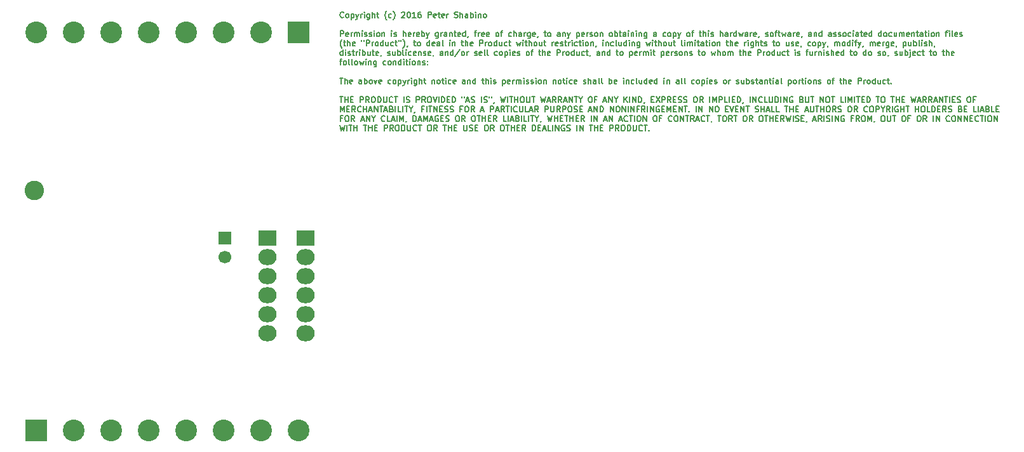
<source format=gbs>
G04 #@! TF.FileFunction,Soldermask,Bot*
%FSLAX46Y46*%
G04 Gerber Fmt 4.6, Leading zero omitted, Abs format (unit mm)*
G04 Created by KiCad (PCBNEW 4.0.2-stable) date 6/3/2016 9:25:24 PM*
%MOMM*%
G01*
G04 APERTURE LIST*
%ADD10C,0.100000*%
%ADD11C,0.190500*%
%ADD12R,1.700000X1.700000*%
%ADD13C,1.700000*%
%ADD14R,2.432000X2.127200*%
%ADD15O,2.432000X2.127200*%
%ADD16R,2.900000X2.900000*%
%ADD17C,2.900000*%
%ADD18C,2.600000*%
G04 APERTURE END LIST*
D10*
D11*
X143491857Y-89883343D02*
X143455571Y-89919629D01*
X143346714Y-89955914D01*
X143274143Y-89955914D01*
X143165286Y-89919629D01*
X143092714Y-89847057D01*
X143056429Y-89774486D01*
X143020143Y-89629343D01*
X143020143Y-89520486D01*
X143056429Y-89375343D01*
X143092714Y-89302771D01*
X143165286Y-89230200D01*
X143274143Y-89193914D01*
X143346714Y-89193914D01*
X143455571Y-89230200D01*
X143491857Y-89266486D01*
X143927286Y-89955914D02*
X143854714Y-89919629D01*
X143818429Y-89883343D01*
X143782143Y-89810771D01*
X143782143Y-89593057D01*
X143818429Y-89520486D01*
X143854714Y-89484200D01*
X143927286Y-89447914D01*
X144036143Y-89447914D01*
X144108714Y-89484200D01*
X144145000Y-89520486D01*
X144181286Y-89593057D01*
X144181286Y-89810771D01*
X144145000Y-89883343D01*
X144108714Y-89919629D01*
X144036143Y-89955914D01*
X143927286Y-89955914D01*
X144507858Y-89447914D02*
X144507858Y-90209914D01*
X144507858Y-89484200D02*
X144580429Y-89447914D01*
X144725572Y-89447914D01*
X144798143Y-89484200D01*
X144834429Y-89520486D01*
X144870715Y-89593057D01*
X144870715Y-89810771D01*
X144834429Y-89883343D01*
X144798143Y-89919629D01*
X144725572Y-89955914D01*
X144580429Y-89955914D01*
X144507858Y-89919629D01*
X145124715Y-89447914D02*
X145306144Y-89955914D01*
X145487572Y-89447914D02*
X145306144Y-89955914D01*
X145233572Y-90137343D01*
X145197287Y-90173629D01*
X145124715Y-90209914D01*
X145777858Y-89955914D02*
X145777858Y-89447914D01*
X145777858Y-89593057D02*
X145814143Y-89520486D01*
X145850429Y-89484200D01*
X145923000Y-89447914D01*
X145995572Y-89447914D01*
X146249572Y-89955914D02*
X146249572Y-89447914D01*
X146249572Y-89193914D02*
X146213286Y-89230200D01*
X146249572Y-89266486D01*
X146285857Y-89230200D01*
X146249572Y-89193914D01*
X146249572Y-89266486D01*
X146939000Y-89447914D02*
X146939000Y-90064771D01*
X146902714Y-90137343D01*
X146866429Y-90173629D01*
X146793857Y-90209914D01*
X146685000Y-90209914D01*
X146612429Y-90173629D01*
X146939000Y-89919629D02*
X146866429Y-89955914D01*
X146721286Y-89955914D01*
X146648714Y-89919629D01*
X146612429Y-89883343D01*
X146576143Y-89810771D01*
X146576143Y-89593057D01*
X146612429Y-89520486D01*
X146648714Y-89484200D01*
X146721286Y-89447914D01*
X146866429Y-89447914D01*
X146939000Y-89484200D01*
X147301858Y-89955914D02*
X147301858Y-89193914D01*
X147628429Y-89955914D02*
X147628429Y-89556771D01*
X147592143Y-89484200D01*
X147519572Y-89447914D01*
X147410715Y-89447914D01*
X147338143Y-89484200D01*
X147301858Y-89520486D01*
X147882429Y-89447914D02*
X148172715Y-89447914D01*
X147991287Y-89193914D02*
X147991287Y-89847057D01*
X148027572Y-89919629D01*
X148100144Y-89955914D01*
X148172715Y-89955914D01*
X149225001Y-90246200D02*
X149188715Y-90209914D01*
X149116144Y-90101057D01*
X149079858Y-90028486D01*
X149043572Y-89919629D01*
X149007287Y-89738200D01*
X149007287Y-89593057D01*
X149043572Y-89411629D01*
X149079858Y-89302771D01*
X149116144Y-89230200D01*
X149188715Y-89121343D01*
X149225001Y-89085057D01*
X149841858Y-89919629D02*
X149769287Y-89955914D01*
X149624144Y-89955914D01*
X149551572Y-89919629D01*
X149515287Y-89883343D01*
X149479001Y-89810771D01*
X149479001Y-89593057D01*
X149515287Y-89520486D01*
X149551572Y-89484200D01*
X149624144Y-89447914D01*
X149769287Y-89447914D01*
X149841858Y-89484200D01*
X150095858Y-90246200D02*
X150132144Y-90209914D01*
X150204715Y-90101057D01*
X150241001Y-90028486D01*
X150277287Y-89919629D01*
X150313572Y-89738200D01*
X150313572Y-89593057D01*
X150277287Y-89411629D01*
X150241001Y-89302771D01*
X150204715Y-89230200D01*
X150132144Y-89121343D01*
X150095858Y-89085057D01*
X151220715Y-89266486D02*
X151257001Y-89230200D01*
X151329572Y-89193914D01*
X151511001Y-89193914D01*
X151583572Y-89230200D01*
X151619858Y-89266486D01*
X151656143Y-89339057D01*
X151656143Y-89411629D01*
X151619858Y-89520486D01*
X151184429Y-89955914D01*
X151656143Y-89955914D01*
X152127857Y-89193914D02*
X152200429Y-89193914D01*
X152273000Y-89230200D01*
X152309286Y-89266486D01*
X152345572Y-89339057D01*
X152381857Y-89484200D01*
X152381857Y-89665629D01*
X152345572Y-89810771D01*
X152309286Y-89883343D01*
X152273000Y-89919629D01*
X152200429Y-89955914D01*
X152127857Y-89955914D01*
X152055286Y-89919629D01*
X152019000Y-89883343D01*
X151982715Y-89810771D01*
X151946429Y-89665629D01*
X151946429Y-89484200D01*
X151982715Y-89339057D01*
X152019000Y-89266486D01*
X152055286Y-89230200D01*
X152127857Y-89193914D01*
X153107571Y-89955914D02*
X152672143Y-89955914D01*
X152889857Y-89955914D02*
X152889857Y-89193914D01*
X152817286Y-89302771D01*
X152744714Y-89375343D01*
X152672143Y-89411629D01*
X153760714Y-89193914D02*
X153615571Y-89193914D01*
X153543000Y-89230200D01*
X153506714Y-89266486D01*
X153434143Y-89375343D01*
X153397857Y-89520486D01*
X153397857Y-89810771D01*
X153434143Y-89883343D01*
X153470428Y-89919629D01*
X153543000Y-89955914D01*
X153688143Y-89955914D01*
X153760714Y-89919629D01*
X153797000Y-89883343D01*
X153833285Y-89810771D01*
X153833285Y-89629343D01*
X153797000Y-89556771D01*
X153760714Y-89520486D01*
X153688143Y-89484200D01*
X153543000Y-89484200D01*
X153470428Y-89520486D01*
X153434143Y-89556771D01*
X153397857Y-89629343D01*
X154740428Y-89955914D02*
X154740428Y-89193914D01*
X155030713Y-89193914D01*
X155103285Y-89230200D01*
X155139570Y-89266486D01*
X155175856Y-89339057D01*
X155175856Y-89447914D01*
X155139570Y-89520486D01*
X155103285Y-89556771D01*
X155030713Y-89593057D01*
X154740428Y-89593057D01*
X155792713Y-89919629D02*
X155720142Y-89955914D01*
X155574999Y-89955914D01*
X155502428Y-89919629D01*
X155466142Y-89847057D01*
X155466142Y-89556771D01*
X155502428Y-89484200D01*
X155574999Y-89447914D01*
X155720142Y-89447914D01*
X155792713Y-89484200D01*
X155828999Y-89556771D01*
X155828999Y-89629343D01*
X155466142Y-89701914D01*
X156046713Y-89447914D02*
X156336999Y-89447914D01*
X156155571Y-89193914D02*
X156155571Y-89847057D01*
X156191856Y-89919629D01*
X156264428Y-89955914D01*
X156336999Y-89955914D01*
X156881285Y-89919629D02*
X156808714Y-89955914D01*
X156663571Y-89955914D01*
X156591000Y-89919629D01*
X156554714Y-89847057D01*
X156554714Y-89556771D01*
X156591000Y-89484200D01*
X156663571Y-89447914D01*
X156808714Y-89447914D01*
X156881285Y-89484200D01*
X156917571Y-89556771D01*
X156917571Y-89629343D01*
X156554714Y-89701914D01*
X157244143Y-89955914D02*
X157244143Y-89447914D01*
X157244143Y-89593057D02*
X157280428Y-89520486D01*
X157316714Y-89484200D01*
X157389285Y-89447914D01*
X157461857Y-89447914D01*
X158260142Y-89919629D02*
X158368999Y-89955914D01*
X158550428Y-89955914D01*
X158622999Y-89919629D01*
X158659285Y-89883343D01*
X158695570Y-89810771D01*
X158695570Y-89738200D01*
X158659285Y-89665629D01*
X158622999Y-89629343D01*
X158550428Y-89593057D01*
X158405285Y-89556771D01*
X158332713Y-89520486D01*
X158296428Y-89484200D01*
X158260142Y-89411629D01*
X158260142Y-89339057D01*
X158296428Y-89266486D01*
X158332713Y-89230200D01*
X158405285Y-89193914D01*
X158586713Y-89193914D01*
X158695570Y-89230200D01*
X159022142Y-89955914D02*
X159022142Y-89193914D01*
X159348713Y-89955914D02*
X159348713Y-89556771D01*
X159312427Y-89484200D01*
X159239856Y-89447914D01*
X159130999Y-89447914D01*
X159058427Y-89484200D01*
X159022142Y-89520486D01*
X160038142Y-89955914D02*
X160038142Y-89556771D01*
X160001856Y-89484200D01*
X159929285Y-89447914D01*
X159784142Y-89447914D01*
X159711571Y-89484200D01*
X160038142Y-89919629D02*
X159965571Y-89955914D01*
X159784142Y-89955914D01*
X159711571Y-89919629D01*
X159675285Y-89847057D01*
X159675285Y-89774486D01*
X159711571Y-89701914D01*
X159784142Y-89665629D01*
X159965571Y-89665629D01*
X160038142Y-89629343D01*
X160401000Y-89955914D02*
X160401000Y-89193914D01*
X160401000Y-89484200D02*
X160473571Y-89447914D01*
X160618714Y-89447914D01*
X160691285Y-89484200D01*
X160727571Y-89520486D01*
X160763857Y-89593057D01*
X160763857Y-89810771D01*
X160727571Y-89883343D01*
X160691285Y-89919629D01*
X160618714Y-89955914D01*
X160473571Y-89955914D01*
X160401000Y-89919629D01*
X161090429Y-89955914D02*
X161090429Y-89447914D01*
X161090429Y-89193914D02*
X161054143Y-89230200D01*
X161090429Y-89266486D01*
X161126714Y-89230200D01*
X161090429Y-89193914D01*
X161090429Y-89266486D01*
X161453286Y-89447914D02*
X161453286Y-89955914D01*
X161453286Y-89520486D02*
X161489571Y-89484200D01*
X161562143Y-89447914D01*
X161671000Y-89447914D01*
X161743571Y-89484200D01*
X161779857Y-89556771D01*
X161779857Y-89955914D01*
X162251572Y-89955914D02*
X162179000Y-89919629D01*
X162142715Y-89883343D01*
X162106429Y-89810771D01*
X162106429Y-89593057D01*
X162142715Y-89520486D01*
X162179000Y-89484200D01*
X162251572Y-89447914D01*
X162360429Y-89447914D01*
X162433000Y-89484200D01*
X162469286Y-89520486D01*
X162505572Y-89593057D01*
X162505572Y-89810771D01*
X162469286Y-89883343D01*
X162433000Y-89919629D01*
X162360429Y-89955914D01*
X162251572Y-89955914D01*
X143056429Y-92470514D02*
X143056429Y-91708514D01*
X143346714Y-91708514D01*
X143419286Y-91744800D01*
X143455571Y-91781086D01*
X143491857Y-91853657D01*
X143491857Y-91962514D01*
X143455571Y-92035086D01*
X143419286Y-92071371D01*
X143346714Y-92107657D01*
X143056429Y-92107657D01*
X144108714Y-92434229D02*
X144036143Y-92470514D01*
X143891000Y-92470514D01*
X143818429Y-92434229D01*
X143782143Y-92361657D01*
X143782143Y-92071371D01*
X143818429Y-91998800D01*
X143891000Y-91962514D01*
X144036143Y-91962514D01*
X144108714Y-91998800D01*
X144145000Y-92071371D01*
X144145000Y-92143943D01*
X143782143Y-92216514D01*
X144471572Y-92470514D02*
X144471572Y-91962514D01*
X144471572Y-92107657D02*
X144507857Y-92035086D01*
X144544143Y-91998800D01*
X144616714Y-91962514D01*
X144689286Y-91962514D01*
X144943286Y-92470514D02*
X144943286Y-91962514D01*
X144943286Y-92035086D02*
X144979571Y-91998800D01*
X145052143Y-91962514D01*
X145161000Y-91962514D01*
X145233571Y-91998800D01*
X145269857Y-92071371D01*
X145269857Y-92470514D01*
X145269857Y-92071371D02*
X145306143Y-91998800D01*
X145378714Y-91962514D01*
X145487571Y-91962514D01*
X145560143Y-91998800D01*
X145596428Y-92071371D01*
X145596428Y-92470514D01*
X145959286Y-92470514D02*
X145959286Y-91962514D01*
X145959286Y-91708514D02*
X145923000Y-91744800D01*
X145959286Y-91781086D01*
X145995571Y-91744800D01*
X145959286Y-91708514D01*
X145959286Y-91781086D01*
X146285857Y-92434229D02*
X146358428Y-92470514D01*
X146503571Y-92470514D01*
X146576143Y-92434229D01*
X146612428Y-92361657D01*
X146612428Y-92325371D01*
X146576143Y-92252800D01*
X146503571Y-92216514D01*
X146394714Y-92216514D01*
X146322143Y-92180229D01*
X146285857Y-92107657D01*
X146285857Y-92071371D01*
X146322143Y-91998800D01*
X146394714Y-91962514D01*
X146503571Y-91962514D01*
X146576143Y-91998800D01*
X146902714Y-92434229D02*
X146975285Y-92470514D01*
X147120428Y-92470514D01*
X147193000Y-92434229D01*
X147229285Y-92361657D01*
X147229285Y-92325371D01*
X147193000Y-92252800D01*
X147120428Y-92216514D01*
X147011571Y-92216514D01*
X146939000Y-92180229D01*
X146902714Y-92107657D01*
X146902714Y-92071371D01*
X146939000Y-91998800D01*
X147011571Y-91962514D01*
X147120428Y-91962514D01*
X147193000Y-91998800D01*
X147555857Y-92470514D02*
X147555857Y-91962514D01*
X147555857Y-91708514D02*
X147519571Y-91744800D01*
X147555857Y-91781086D01*
X147592142Y-91744800D01*
X147555857Y-91708514D01*
X147555857Y-91781086D01*
X148027571Y-92470514D02*
X147954999Y-92434229D01*
X147918714Y-92397943D01*
X147882428Y-92325371D01*
X147882428Y-92107657D01*
X147918714Y-92035086D01*
X147954999Y-91998800D01*
X148027571Y-91962514D01*
X148136428Y-91962514D01*
X148208999Y-91998800D01*
X148245285Y-92035086D01*
X148281571Y-92107657D01*
X148281571Y-92325371D01*
X148245285Y-92397943D01*
X148208999Y-92434229D01*
X148136428Y-92470514D01*
X148027571Y-92470514D01*
X148608143Y-91962514D02*
X148608143Y-92470514D01*
X148608143Y-92035086D02*
X148644428Y-91998800D01*
X148717000Y-91962514D01*
X148825857Y-91962514D01*
X148898428Y-91998800D01*
X148934714Y-92071371D01*
X148934714Y-92470514D01*
X149878143Y-92470514D02*
X149878143Y-91962514D01*
X149878143Y-91708514D02*
X149841857Y-91744800D01*
X149878143Y-91781086D01*
X149914428Y-91744800D01*
X149878143Y-91708514D01*
X149878143Y-91781086D01*
X150204714Y-92434229D02*
X150277285Y-92470514D01*
X150422428Y-92470514D01*
X150495000Y-92434229D01*
X150531285Y-92361657D01*
X150531285Y-92325371D01*
X150495000Y-92252800D01*
X150422428Y-92216514D01*
X150313571Y-92216514D01*
X150241000Y-92180229D01*
X150204714Y-92107657D01*
X150204714Y-92071371D01*
X150241000Y-91998800D01*
X150313571Y-91962514D01*
X150422428Y-91962514D01*
X150495000Y-91998800D01*
X151438428Y-92470514D02*
X151438428Y-91708514D01*
X151764999Y-92470514D02*
X151764999Y-92071371D01*
X151728713Y-91998800D01*
X151656142Y-91962514D01*
X151547285Y-91962514D01*
X151474713Y-91998800D01*
X151438428Y-92035086D01*
X152418142Y-92434229D02*
X152345571Y-92470514D01*
X152200428Y-92470514D01*
X152127857Y-92434229D01*
X152091571Y-92361657D01*
X152091571Y-92071371D01*
X152127857Y-91998800D01*
X152200428Y-91962514D01*
X152345571Y-91962514D01*
X152418142Y-91998800D01*
X152454428Y-92071371D01*
X152454428Y-92143943D01*
X152091571Y-92216514D01*
X152781000Y-92470514D02*
X152781000Y-91962514D01*
X152781000Y-92107657D02*
X152817285Y-92035086D01*
X152853571Y-91998800D01*
X152926142Y-91962514D01*
X152998714Y-91962514D01*
X153542999Y-92434229D02*
X153470428Y-92470514D01*
X153325285Y-92470514D01*
X153252714Y-92434229D01*
X153216428Y-92361657D01*
X153216428Y-92071371D01*
X153252714Y-91998800D01*
X153325285Y-91962514D01*
X153470428Y-91962514D01*
X153542999Y-91998800D01*
X153579285Y-92071371D01*
X153579285Y-92143943D01*
X153216428Y-92216514D01*
X153905857Y-92470514D02*
X153905857Y-91708514D01*
X153905857Y-91998800D02*
X153978428Y-91962514D01*
X154123571Y-91962514D01*
X154196142Y-91998800D01*
X154232428Y-92035086D01*
X154268714Y-92107657D01*
X154268714Y-92325371D01*
X154232428Y-92397943D01*
X154196142Y-92434229D01*
X154123571Y-92470514D01*
X153978428Y-92470514D01*
X153905857Y-92434229D01*
X154522714Y-91962514D02*
X154704143Y-92470514D01*
X154885571Y-91962514D02*
X154704143Y-92470514D01*
X154631571Y-92651943D01*
X154595286Y-92688229D01*
X154522714Y-92724514D01*
X156082999Y-91962514D02*
X156082999Y-92579371D01*
X156046713Y-92651943D01*
X156010428Y-92688229D01*
X155937856Y-92724514D01*
X155828999Y-92724514D01*
X155756428Y-92688229D01*
X156082999Y-92434229D02*
X156010428Y-92470514D01*
X155865285Y-92470514D01*
X155792713Y-92434229D01*
X155756428Y-92397943D01*
X155720142Y-92325371D01*
X155720142Y-92107657D01*
X155756428Y-92035086D01*
X155792713Y-91998800D01*
X155865285Y-91962514D01*
X156010428Y-91962514D01*
X156082999Y-91998800D01*
X156445857Y-92470514D02*
X156445857Y-91962514D01*
X156445857Y-92107657D02*
X156482142Y-92035086D01*
X156518428Y-91998800D01*
X156590999Y-91962514D01*
X156663571Y-91962514D01*
X157244142Y-92470514D02*
X157244142Y-92071371D01*
X157207856Y-91998800D01*
X157135285Y-91962514D01*
X156990142Y-91962514D01*
X156917571Y-91998800D01*
X157244142Y-92434229D02*
X157171571Y-92470514D01*
X156990142Y-92470514D01*
X156917571Y-92434229D01*
X156881285Y-92361657D01*
X156881285Y-92289086D01*
X156917571Y-92216514D01*
X156990142Y-92180229D01*
X157171571Y-92180229D01*
X157244142Y-92143943D01*
X157607000Y-91962514D02*
X157607000Y-92470514D01*
X157607000Y-92035086D02*
X157643285Y-91998800D01*
X157715857Y-91962514D01*
X157824714Y-91962514D01*
X157897285Y-91998800D01*
X157933571Y-92071371D01*
X157933571Y-92470514D01*
X158187571Y-91962514D02*
X158477857Y-91962514D01*
X158296429Y-91708514D02*
X158296429Y-92361657D01*
X158332714Y-92434229D01*
X158405286Y-92470514D01*
X158477857Y-92470514D01*
X159022143Y-92434229D02*
X158949572Y-92470514D01*
X158804429Y-92470514D01*
X158731858Y-92434229D01*
X158695572Y-92361657D01*
X158695572Y-92071371D01*
X158731858Y-91998800D01*
X158804429Y-91962514D01*
X158949572Y-91962514D01*
X159022143Y-91998800D01*
X159058429Y-92071371D01*
X159058429Y-92143943D01*
X158695572Y-92216514D01*
X159711572Y-92470514D02*
X159711572Y-91708514D01*
X159711572Y-92434229D02*
X159639001Y-92470514D01*
X159493858Y-92470514D01*
X159421286Y-92434229D01*
X159385001Y-92397943D01*
X159348715Y-92325371D01*
X159348715Y-92107657D01*
X159385001Y-92035086D01*
X159421286Y-91998800D01*
X159493858Y-91962514D01*
X159639001Y-91962514D01*
X159711572Y-91998800D01*
X160110715Y-92434229D02*
X160110715Y-92470514D01*
X160074430Y-92543086D01*
X160038144Y-92579371D01*
X160909000Y-91962514D02*
X161199286Y-91962514D01*
X161017858Y-92470514D02*
X161017858Y-91817371D01*
X161054143Y-91744800D01*
X161126715Y-91708514D01*
X161199286Y-91708514D01*
X161453287Y-92470514D02*
X161453287Y-91962514D01*
X161453287Y-92107657D02*
X161489572Y-92035086D01*
X161525858Y-91998800D01*
X161598429Y-91962514D01*
X161671001Y-91962514D01*
X162215286Y-92434229D02*
X162142715Y-92470514D01*
X161997572Y-92470514D01*
X161925001Y-92434229D01*
X161888715Y-92361657D01*
X161888715Y-92071371D01*
X161925001Y-91998800D01*
X161997572Y-91962514D01*
X162142715Y-91962514D01*
X162215286Y-91998800D01*
X162251572Y-92071371D01*
X162251572Y-92143943D01*
X161888715Y-92216514D01*
X162868429Y-92434229D02*
X162795858Y-92470514D01*
X162650715Y-92470514D01*
X162578144Y-92434229D01*
X162541858Y-92361657D01*
X162541858Y-92071371D01*
X162578144Y-91998800D01*
X162650715Y-91962514D01*
X162795858Y-91962514D01*
X162868429Y-91998800D01*
X162904715Y-92071371D01*
X162904715Y-92143943D01*
X162541858Y-92216514D01*
X163920715Y-92470514D02*
X163848143Y-92434229D01*
X163811858Y-92397943D01*
X163775572Y-92325371D01*
X163775572Y-92107657D01*
X163811858Y-92035086D01*
X163848143Y-91998800D01*
X163920715Y-91962514D01*
X164029572Y-91962514D01*
X164102143Y-91998800D01*
X164138429Y-92035086D01*
X164174715Y-92107657D01*
X164174715Y-92325371D01*
X164138429Y-92397943D01*
X164102143Y-92434229D01*
X164029572Y-92470514D01*
X163920715Y-92470514D01*
X164392429Y-91962514D02*
X164682715Y-91962514D01*
X164501287Y-92470514D02*
X164501287Y-91817371D01*
X164537572Y-91744800D01*
X164610144Y-91708514D01*
X164682715Y-91708514D01*
X165843858Y-92434229D02*
X165771287Y-92470514D01*
X165626144Y-92470514D01*
X165553572Y-92434229D01*
X165517287Y-92397943D01*
X165481001Y-92325371D01*
X165481001Y-92107657D01*
X165517287Y-92035086D01*
X165553572Y-91998800D01*
X165626144Y-91962514D01*
X165771287Y-91962514D01*
X165843858Y-91998800D01*
X166170430Y-92470514D02*
X166170430Y-91708514D01*
X166497001Y-92470514D02*
X166497001Y-92071371D01*
X166460715Y-91998800D01*
X166388144Y-91962514D01*
X166279287Y-91962514D01*
X166206715Y-91998800D01*
X166170430Y-92035086D01*
X167186430Y-92470514D02*
X167186430Y-92071371D01*
X167150144Y-91998800D01*
X167077573Y-91962514D01*
X166932430Y-91962514D01*
X166859859Y-91998800D01*
X167186430Y-92434229D02*
X167113859Y-92470514D01*
X166932430Y-92470514D01*
X166859859Y-92434229D01*
X166823573Y-92361657D01*
X166823573Y-92289086D01*
X166859859Y-92216514D01*
X166932430Y-92180229D01*
X167113859Y-92180229D01*
X167186430Y-92143943D01*
X167549288Y-92470514D02*
X167549288Y-91962514D01*
X167549288Y-92107657D02*
X167585573Y-92035086D01*
X167621859Y-91998800D01*
X167694430Y-91962514D01*
X167767002Y-91962514D01*
X168347573Y-91962514D02*
X168347573Y-92579371D01*
X168311287Y-92651943D01*
X168275002Y-92688229D01*
X168202430Y-92724514D01*
X168093573Y-92724514D01*
X168021002Y-92688229D01*
X168347573Y-92434229D02*
X168275002Y-92470514D01*
X168129859Y-92470514D01*
X168057287Y-92434229D01*
X168021002Y-92397943D01*
X167984716Y-92325371D01*
X167984716Y-92107657D01*
X168021002Y-92035086D01*
X168057287Y-91998800D01*
X168129859Y-91962514D01*
X168275002Y-91962514D01*
X168347573Y-91998800D01*
X169000716Y-92434229D02*
X168928145Y-92470514D01*
X168783002Y-92470514D01*
X168710431Y-92434229D01*
X168674145Y-92361657D01*
X168674145Y-92071371D01*
X168710431Y-91998800D01*
X168783002Y-91962514D01*
X168928145Y-91962514D01*
X169000716Y-91998800D01*
X169037002Y-92071371D01*
X169037002Y-92143943D01*
X168674145Y-92216514D01*
X169399859Y-92434229D02*
X169399859Y-92470514D01*
X169363574Y-92543086D01*
X169327288Y-92579371D01*
X170198144Y-91962514D02*
X170488430Y-91962514D01*
X170307002Y-91708514D02*
X170307002Y-92361657D01*
X170343287Y-92434229D01*
X170415859Y-92470514D01*
X170488430Y-92470514D01*
X170851288Y-92470514D02*
X170778716Y-92434229D01*
X170742431Y-92397943D01*
X170706145Y-92325371D01*
X170706145Y-92107657D01*
X170742431Y-92035086D01*
X170778716Y-91998800D01*
X170851288Y-91962514D01*
X170960145Y-91962514D01*
X171032716Y-91998800D01*
X171069002Y-92035086D01*
X171105288Y-92107657D01*
X171105288Y-92325371D01*
X171069002Y-92397943D01*
X171032716Y-92434229D01*
X170960145Y-92470514D01*
X170851288Y-92470514D01*
X172339002Y-92470514D02*
X172339002Y-92071371D01*
X172302716Y-91998800D01*
X172230145Y-91962514D01*
X172085002Y-91962514D01*
X172012431Y-91998800D01*
X172339002Y-92434229D02*
X172266431Y-92470514D01*
X172085002Y-92470514D01*
X172012431Y-92434229D01*
X171976145Y-92361657D01*
X171976145Y-92289086D01*
X172012431Y-92216514D01*
X172085002Y-92180229D01*
X172266431Y-92180229D01*
X172339002Y-92143943D01*
X172701860Y-91962514D02*
X172701860Y-92470514D01*
X172701860Y-92035086D02*
X172738145Y-91998800D01*
X172810717Y-91962514D01*
X172919574Y-91962514D01*
X172992145Y-91998800D01*
X173028431Y-92071371D01*
X173028431Y-92470514D01*
X173318717Y-91962514D02*
X173500146Y-92470514D01*
X173681574Y-91962514D02*
X173500146Y-92470514D01*
X173427574Y-92651943D01*
X173391289Y-92688229D01*
X173318717Y-92724514D01*
X174552431Y-91962514D02*
X174552431Y-92724514D01*
X174552431Y-91998800D02*
X174625002Y-91962514D01*
X174770145Y-91962514D01*
X174842716Y-91998800D01*
X174879002Y-92035086D01*
X174915288Y-92107657D01*
X174915288Y-92325371D01*
X174879002Y-92397943D01*
X174842716Y-92434229D01*
X174770145Y-92470514D01*
X174625002Y-92470514D01*
X174552431Y-92434229D01*
X175532145Y-92434229D02*
X175459574Y-92470514D01*
X175314431Y-92470514D01*
X175241860Y-92434229D01*
X175205574Y-92361657D01*
X175205574Y-92071371D01*
X175241860Y-91998800D01*
X175314431Y-91962514D01*
X175459574Y-91962514D01*
X175532145Y-91998800D01*
X175568431Y-92071371D01*
X175568431Y-92143943D01*
X175205574Y-92216514D01*
X175895003Y-92470514D02*
X175895003Y-91962514D01*
X175895003Y-92107657D02*
X175931288Y-92035086D01*
X175967574Y-91998800D01*
X176040145Y-91962514D01*
X176112717Y-91962514D01*
X176330431Y-92434229D02*
X176403002Y-92470514D01*
X176548145Y-92470514D01*
X176620717Y-92434229D01*
X176657002Y-92361657D01*
X176657002Y-92325371D01*
X176620717Y-92252800D01*
X176548145Y-92216514D01*
X176439288Y-92216514D01*
X176366717Y-92180229D01*
X176330431Y-92107657D01*
X176330431Y-92071371D01*
X176366717Y-91998800D01*
X176439288Y-91962514D01*
X176548145Y-91962514D01*
X176620717Y-91998800D01*
X177092431Y-92470514D02*
X177019859Y-92434229D01*
X176983574Y-92397943D01*
X176947288Y-92325371D01*
X176947288Y-92107657D01*
X176983574Y-92035086D01*
X177019859Y-91998800D01*
X177092431Y-91962514D01*
X177201288Y-91962514D01*
X177273859Y-91998800D01*
X177310145Y-92035086D01*
X177346431Y-92107657D01*
X177346431Y-92325371D01*
X177310145Y-92397943D01*
X177273859Y-92434229D01*
X177201288Y-92470514D01*
X177092431Y-92470514D01*
X177673003Y-91962514D02*
X177673003Y-92470514D01*
X177673003Y-92035086D02*
X177709288Y-91998800D01*
X177781860Y-91962514D01*
X177890717Y-91962514D01*
X177963288Y-91998800D01*
X177999574Y-92071371D01*
X177999574Y-92470514D01*
X179051860Y-92470514D02*
X178979288Y-92434229D01*
X178943003Y-92397943D01*
X178906717Y-92325371D01*
X178906717Y-92107657D01*
X178943003Y-92035086D01*
X178979288Y-91998800D01*
X179051860Y-91962514D01*
X179160717Y-91962514D01*
X179233288Y-91998800D01*
X179269574Y-92035086D01*
X179305860Y-92107657D01*
X179305860Y-92325371D01*
X179269574Y-92397943D01*
X179233288Y-92434229D01*
X179160717Y-92470514D01*
X179051860Y-92470514D01*
X179632432Y-92470514D02*
X179632432Y-91708514D01*
X179632432Y-91998800D02*
X179705003Y-91962514D01*
X179850146Y-91962514D01*
X179922717Y-91998800D01*
X179959003Y-92035086D01*
X179995289Y-92107657D01*
X179995289Y-92325371D01*
X179959003Y-92397943D01*
X179922717Y-92434229D01*
X179850146Y-92470514D01*
X179705003Y-92470514D01*
X179632432Y-92434229D01*
X180213003Y-91962514D02*
X180503289Y-91962514D01*
X180321861Y-91708514D02*
X180321861Y-92361657D01*
X180358146Y-92434229D01*
X180430718Y-92470514D01*
X180503289Y-92470514D01*
X181083861Y-92470514D02*
X181083861Y-92071371D01*
X181047575Y-91998800D01*
X180975004Y-91962514D01*
X180829861Y-91962514D01*
X180757290Y-91998800D01*
X181083861Y-92434229D02*
X181011290Y-92470514D01*
X180829861Y-92470514D01*
X180757290Y-92434229D01*
X180721004Y-92361657D01*
X180721004Y-92289086D01*
X180757290Y-92216514D01*
X180829861Y-92180229D01*
X181011290Y-92180229D01*
X181083861Y-92143943D01*
X181446719Y-92470514D02*
X181446719Y-91962514D01*
X181446719Y-91708514D02*
X181410433Y-91744800D01*
X181446719Y-91781086D01*
X181483004Y-91744800D01*
X181446719Y-91708514D01*
X181446719Y-91781086D01*
X181809576Y-91962514D02*
X181809576Y-92470514D01*
X181809576Y-92035086D02*
X181845861Y-91998800D01*
X181918433Y-91962514D01*
X182027290Y-91962514D01*
X182099861Y-91998800D01*
X182136147Y-92071371D01*
X182136147Y-92470514D01*
X182499005Y-92470514D02*
X182499005Y-91962514D01*
X182499005Y-91708514D02*
X182462719Y-91744800D01*
X182499005Y-91781086D01*
X182535290Y-91744800D01*
X182499005Y-91708514D01*
X182499005Y-91781086D01*
X182861862Y-91962514D02*
X182861862Y-92470514D01*
X182861862Y-92035086D02*
X182898147Y-91998800D01*
X182970719Y-91962514D01*
X183079576Y-91962514D01*
X183152147Y-91998800D01*
X183188433Y-92071371D01*
X183188433Y-92470514D01*
X183877862Y-91962514D02*
X183877862Y-92579371D01*
X183841576Y-92651943D01*
X183805291Y-92688229D01*
X183732719Y-92724514D01*
X183623862Y-92724514D01*
X183551291Y-92688229D01*
X183877862Y-92434229D02*
X183805291Y-92470514D01*
X183660148Y-92470514D01*
X183587576Y-92434229D01*
X183551291Y-92397943D01*
X183515005Y-92325371D01*
X183515005Y-92107657D01*
X183551291Y-92035086D01*
X183587576Y-91998800D01*
X183660148Y-91962514D01*
X183805291Y-91962514D01*
X183877862Y-91998800D01*
X185147862Y-92470514D02*
X185147862Y-92071371D01*
X185111576Y-91998800D01*
X185039005Y-91962514D01*
X184893862Y-91962514D01*
X184821291Y-91998800D01*
X185147862Y-92434229D02*
X185075291Y-92470514D01*
X184893862Y-92470514D01*
X184821291Y-92434229D01*
X184785005Y-92361657D01*
X184785005Y-92289086D01*
X184821291Y-92216514D01*
X184893862Y-92180229D01*
X185075291Y-92180229D01*
X185147862Y-92143943D01*
X186417862Y-92434229D02*
X186345291Y-92470514D01*
X186200148Y-92470514D01*
X186127576Y-92434229D01*
X186091291Y-92397943D01*
X186055005Y-92325371D01*
X186055005Y-92107657D01*
X186091291Y-92035086D01*
X186127576Y-91998800D01*
X186200148Y-91962514D01*
X186345291Y-91962514D01*
X186417862Y-91998800D01*
X186853291Y-92470514D02*
X186780719Y-92434229D01*
X186744434Y-92397943D01*
X186708148Y-92325371D01*
X186708148Y-92107657D01*
X186744434Y-92035086D01*
X186780719Y-91998800D01*
X186853291Y-91962514D01*
X186962148Y-91962514D01*
X187034719Y-91998800D01*
X187071005Y-92035086D01*
X187107291Y-92107657D01*
X187107291Y-92325371D01*
X187071005Y-92397943D01*
X187034719Y-92434229D01*
X186962148Y-92470514D01*
X186853291Y-92470514D01*
X187433863Y-91962514D02*
X187433863Y-92724514D01*
X187433863Y-91998800D02*
X187506434Y-91962514D01*
X187651577Y-91962514D01*
X187724148Y-91998800D01*
X187760434Y-92035086D01*
X187796720Y-92107657D01*
X187796720Y-92325371D01*
X187760434Y-92397943D01*
X187724148Y-92434229D01*
X187651577Y-92470514D01*
X187506434Y-92470514D01*
X187433863Y-92434229D01*
X188050720Y-91962514D02*
X188232149Y-92470514D01*
X188413577Y-91962514D02*
X188232149Y-92470514D01*
X188159577Y-92651943D01*
X188123292Y-92688229D01*
X188050720Y-92724514D01*
X189393291Y-92470514D02*
X189320719Y-92434229D01*
X189284434Y-92397943D01*
X189248148Y-92325371D01*
X189248148Y-92107657D01*
X189284434Y-92035086D01*
X189320719Y-91998800D01*
X189393291Y-91962514D01*
X189502148Y-91962514D01*
X189574719Y-91998800D01*
X189611005Y-92035086D01*
X189647291Y-92107657D01*
X189647291Y-92325371D01*
X189611005Y-92397943D01*
X189574719Y-92434229D01*
X189502148Y-92470514D01*
X189393291Y-92470514D01*
X189865005Y-91962514D02*
X190155291Y-91962514D01*
X189973863Y-92470514D02*
X189973863Y-91817371D01*
X190010148Y-91744800D01*
X190082720Y-91708514D01*
X190155291Y-91708514D01*
X190881005Y-91962514D02*
X191171291Y-91962514D01*
X190989863Y-91708514D02*
X190989863Y-92361657D01*
X191026148Y-92434229D01*
X191098720Y-92470514D01*
X191171291Y-92470514D01*
X191425292Y-92470514D02*
X191425292Y-91708514D01*
X191751863Y-92470514D02*
X191751863Y-92071371D01*
X191715577Y-91998800D01*
X191643006Y-91962514D01*
X191534149Y-91962514D01*
X191461577Y-91998800D01*
X191425292Y-92035086D01*
X192114721Y-92470514D02*
X192114721Y-91962514D01*
X192114721Y-91708514D02*
X192078435Y-91744800D01*
X192114721Y-91781086D01*
X192151006Y-91744800D01*
X192114721Y-91708514D01*
X192114721Y-91781086D01*
X192441292Y-92434229D02*
X192513863Y-92470514D01*
X192659006Y-92470514D01*
X192731578Y-92434229D01*
X192767863Y-92361657D01*
X192767863Y-92325371D01*
X192731578Y-92252800D01*
X192659006Y-92216514D01*
X192550149Y-92216514D01*
X192477578Y-92180229D01*
X192441292Y-92107657D01*
X192441292Y-92071371D01*
X192477578Y-91998800D01*
X192550149Y-91962514D01*
X192659006Y-91962514D01*
X192731578Y-91998800D01*
X193675006Y-92470514D02*
X193675006Y-91708514D01*
X194001577Y-92470514D02*
X194001577Y-92071371D01*
X193965291Y-91998800D01*
X193892720Y-91962514D01*
X193783863Y-91962514D01*
X193711291Y-91998800D01*
X193675006Y-92035086D01*
X194691006Y-92470514D02*
X194691006Y-92071371D01*
X194654720Y-91998800D01*
X194582149Y-91962514D01*
X194437006Y-91962514D01*
X194364435Y-91998800D01*
X194691006Y-92434229D02*
X194618435Y-92470514D01*
X194437006Y-92470514D01*
X194364435Y-92434229D01*
X194328149Y-92361657D01*
X194328149Y-92289086D01*
X194364435Y-92216514D01*
X194437006Y-92180229D01*
X194618435Y-92180229D01*
X194691006Y-92143943D01*
X195053864Y-92470514D02*
X195053864Y-91962514D01*
X195053864Y-92107657D02*
X195090149Y-92035086D01*
X195126435Y-91998800D01*
X195199006Y-91962514D01*
X195271578Y-91962514D01*
X195852149Y-92470514D02*
X195852149Y-91708514D01*
X195852149Y-92434229D02*
X195779578Y-92470514D01*
X195634435Y-92470514D01*
X195561863Y-92434229D01*
X195525578Y-92397943D01*
X195489292Y-92325371D01*
X195489292Y-92107657D01*
X195525578Y-92035086D01*
X195561863Y-91998800D01*
X195634435Y-91962514D01*
X195779578Y-91962514D01*
X195852149Y-91998800D01*
X196142435Y-91962514D02*
X196287578Y-92470514D01*
X196432721Y-92107657D01*
X196577864Y-92470514D01*
X196723007Y-91962514D01*
X197339864Y-92470514D02*
X197339864Y-92071371D01*
X197303578Y-91998800D01*
X197231007Y-91962514D01*
X197085864Y-91962514D01*
X197013293Y-91998800D01*
X197339864Y-92434229D02*
X197267293Y-92470514D01*
X197085864Y-92470514D01*
X197013293Y-92434229D01*
X196977007Y-92361657D01*
X196977007Y-92289086D01*
X197013293Y-92216514D01*
X197085864Y-92180229D01*
X197267293Y-92180229D01*
X197339864Y-92143943D01*
X197702722Y-92470514D02*
X197702722Y-91962514D01*
X197702722Y-92107657D02*
X197739007Y-92035086D01*
X197775293Y-91998800D01*
X197847864Y-91962514D01*
X197920436Y-91962514D01*
X198464721Y-92434229D02*
X198392150Y-92470514D01*
X198247007Y-92470514D01*
X198174436Y-92434229D01*
X198138150Y-92361657D01*
X198138150Y-92071371D01*
X198174436Y-91998800D01*
X198247007Y-91962514D01*
X198392150Y-91962514D01*
X198464721Y-91998800D01*
X198501007Y-92071371D01*
X198501007Y-92143943D01*
X198138150Y-92216514D01*
X198863864Y-92434229D02*
X198863864Y-92470514D01*
X198827579Y-92543086D01*
X198791293Y-92579371D01*
X199734721Y-92434229D02*
X199807292Y-92470514D01*
X199952435Y-92470514D01*
X200025007Y-92434229D01*
X200061292Y-92361657D01*
X200061292Y-92325371D01*
X200025007Y-92252800D01*
X199952435Y-92216514D01*
X199843578Y-92216514D01*
X199771007Y-92180229D01*
X199734721Y-92107657D01*
X199734721Y-92071371D01*
X199771007Y-91998800D01*
X199843578Y-91962514D01*
X199952435Y-91962514D01*
X200025007Y-91998800D01*
X200496721Y-92470514D02*
X200424149Y-92434229D01*
X200387864Y-92397943D01*
X200351578Y-92325371D01*
X200351578Y-92107657D01*
X200387864Y-92035086D01*
X200424149Y-91998800D01*
X200496721Y-91962514D01*
X200605578Y-91962514D01*
X200678149Y-91998800D01*
X200714435Y-92035086D01*
X200750721Y-92107657D01*
X200750721Y-92325371D01*
X200714435Y-92397943D01*
X200678149Y-92434229D01*
X200605578Y-92470514D01*
X200496721Y-92470514D01*
X200968435Y-91962514D02*
X201258721Y-91962514D01*
X201077293Y-92470514D02*
X201077293Y-91817371D01*
X201113578Y-91744800D01*
X201186150Y-91708514D01*
X201258721Y-91708514D01*
X201403864Y-91962514D02*
X201694150Y-91962514D01*
X201512722Y-91708514D02*
X201512722Y-92361657D01*
X201549007Y-92434229D01*
X201621579Y-92470514D01*
X201694150Y-92470514D01*
X201875579Y-91962514D02*
X202020722Y-92470514D01*
X202165865Y-92107657D01*
X202311008Y-92470514D01*
X202456151Y-91962514D01*
X203073008Y-92470514D02*
X203073008Y-92071371D01*
X203036722Y-91998800D01*
X202964151Y-91962514D01*
X202819008Y-91962514D01*
X202746437Y-91998800D01*
X203073008Y-92434229D02*
X203000437Y-92470514D01*
X202819008Y-92470514D01*
X202746437Y-92434229D01*
X202710151Y-92361657D01*
X202710151Y-92289086D01*
X202746437Y-92216514D01*
X202819008Y-92180229D01*
X203000437Y-92180229D01*
X203073008Y-92143943D01*
X203435866Y-92470514D02*
X203435866Y-91962514D01*
X203435866Y-92107657D02*
X203472151Y-92035086D01*
X203508437Y-91998800D01*
X203581008Y-91962514D01*
X203653580Y-91962514D01*
X204197865Y-92434229D02*
X204125294Y-92470514D01*
X203980151Y-92470514D01*
X203907580Y-92434229D01*
X203871294Y-92361657D01*
X203871294Y-92071371D01*
X203907580Y-91998800D01*
X203980151Y-91962514D01*
X204125294Y-91962514D01*
X204197865Y-91998800D01*
X204234151Y-92071371D01*
X204234151Y-92143943D01*
X203871294Y-92216514D01*
X204597008Y-92434229D02*
X204597008Y-92470514D01*
X204560723Y-92543086D01*
X204524437Y-92579371D01*
X205830722Y-92470514D02*
X205830722Y-92071371D01*
X205794436Y-91998800D01*
X205721865Y-91962514D01*
X205576722Y-91962514D01*
X205504151Y-91998800D01*
X205830722Y-92434229D02*
X205758151Y-92470514D01*
X205576722Y-92470514D01*
X205504151Y-92434229D01*
X205467865Y-92361657D01*
X205467865Y-92289086D01*
X205504151Y-92216514D01*
X205576722Y-92180229D01*
X205758151Y-92180229D01*
X205830722Y-92143943D01*
X206193580Y-91962514D02*
X206193580Y-92470514D01*
X206193580Y-92035086D02*
X206229865Y-91998800D01*
X206302437Y-91962514D01*
X206411294Y-91962514D01*
X206483865Y-91998800D01*
X206520151Y-92071371D01*
X206520151Y-92470514D01*
X207209580Y-92470514D02*
X207209580Y-91708514D01*
X207209580Y-92434229D02*
X207137009Y-92470514D01*
X206991866Y-92470514D01*
X206919294Y-92434229D01*
X206883009Y-92397943D01*
X206846723Y-92325371D01*
X206846723Y-92107657D01*
X206883009Y-92035086D01*
X206919294Y-91998800D01*
X206991866Y-91962514D01*
X207137009Y-91962514D01*
X207209580Y-91998800D01*
X208479580Y-92470514D02*
X208479580Y-92071371D01*
X208443294Y-91998800D01*
X208370723Y-91962514D01*
X208225580Y-91962514D01*
X208153009Y-91998800D01*
X208479580Y-92434229D02*
X208407009Y-92470514D01*
X208225580Y-92470514D01*
X208153009Y-92434229D01*
X208116723Y-92361657D01*
X208116723Y-92289086D01*
X208153009Y-92216514D01*
X208225580Y-92180229D01*
X208407009Y-92180229D01*
X208479580Y-92143943D01*
X208806152Y-92434229D02*
X208878723Y-92470514D01*
X209023866Y-92470514D01*
X209096438Y-92434229D01*
X209132723Y-92361657D01*
X209132723Y-92325371D01*
X209096438Y-92252800D01*
X209023866Y-92216514D01*
X208915009Y-92216514D01*
X208842438Y-92180229D01*
X208806152Y-92107657D01*
X208806152Y-92071371D01*
X208842438Y-91998800D01*
X208915009Y-91962514D01*
X209023866Y-91962514D01*
X209096438Y-91998800D01*
X209423009Y-92434229D02*
X209495580Y-92470514D01*
X209640723Y-92470514D01*
X209713295Y-92434229D01*
X209749580Y-92361657D01*
X209749580Y-92325371D01*
X209713295Y-92252800D01*
X209640723Y-92216514D01*
X209531866Y-92216514D01*
X209459295Y-92180229D01*
X209423009Y-92107657D01*
X209423009Y-92071371D01*
X209459295Y-91998800D01*
X209531866Y-91962514D01*
X209640723Y-91962514D01*
X209713295Y-91998800D01*
X210185009Y-92470514D02*
X210112437Y-92434229D01*
X210076152Y-92397943D01*
X210039866Y-92325371D01*
X210039866Y-92107657D01*
X210076152Y-92035086D01*
X210112437Y-91998800D01*
X210185009Y-91962514D01*
X210293866Y-91962514D01*
X210366437Y-91998800D01*
X210402723Y-92035086D01*
X210439009Y-92107657D01*
X210439009Y-92325371D01*
X210402723Y-92397943D01*
X210366437Y-92434229D01*
X210293866Y-92470514D01*
X210185009Y-92470514D01*
X211092152Y-92434229D02*
X211019581Y-92470514D01*
X210874438Y-92470514D01*
X210801866Y-92434229D01*
X210765581Y-92397943D01*
X210729295Y-92325371D01*
X210729295Y-92107657D01*
X210765581Y-92035086D01*
X210801866Y-91998800D01*
X210874438Y-91962514D01*
X211019581Y-91962514D01*
X211092152Y-91998800D01*
X211418724Y-92470514D02*
X211418724Y-91962514D01*
X211418724Y-91708514D02*
X211382438Y-91744800D01*
X211418724Y-91781086D01*
X211455009Y-91744800D01*
X211418724Y-91708514D01*
X211418724Y-91781086D01*
X212108152Y-92470514D02*
X212108152Y-92071371D01*
X212071866Y-91998800D01*
X211999295Y-91962514D01*
X211854152Y-91962514D01*
X211781581Y-91998800D01*
X212108152Y-92434229D02*
X212035581Y-92470514D01*
X211854152Y-92470514D01*
X211781581Y-92434229D01*
X211745295Y-92361657D01*
X211745295Y-92289086D01*
X211781581Y-92216514D01*
X211854152Y-92180229D01*
X212035581Y-92180229D01*
X212108152Y-92143943D01*
X212362152Y-91962514D02*
X212652438Y-91962514D01*
X212471010Y-91708514D02*
X212471010Y-92361657D01*
X212507295Y-92434229D01*
X212579867Y-92470514D01*
X212652438Y-92470514D01*
X213196724Y-92434229D02*
X213124153Y-92470514D01*
X212979010Y-92470514D01*
X212906439Y-92434229D01*
X212870153Y-92361657D01*
X212870153Y-92071371D01*
X212906439Y-91998800D01*
X212979010Y-91962514D01*
X213124153Y-91962514D01*
X213196724Y-91998800D01*
X213233010Y-92071371D01*
X213233010Y-92143943D01*
X212870153Y-92216514D01*
X213886153Y-92470514D02*
X213886153Y-91708514D01*
X213886153Y-92434229D02*
X213813582Y-92470514D01*
X213668439Y-92470514D01*
X213595867Y-92434229D01*
X213559582Y-92397943D01*
X213523296Y-92325371D01*
X213523296Y-92107657D01*
X213559582Y-92035086D01*
X213595867Y-91998800D01*
X213668439Y-91962514D01*
X213813582Y-91962514D01*
X213886153Y-91998800D01*
X215156153Y-92470514D02*
X215156153Y-91708514D01*
X215156153Y-92434229D02*
X215083582Y-92470514D01*
X214938439Y-92470514D01*
X214865867Y-92434229D01*
X214829582Y-92397943D01*
X214793296Y-92325371D01*
X214793296Y-92107657D01*
X214829582Y-92035086D01*
X214865867Y-91998800D01*
X214938439Y-91962514D01*
X215083582Y-91962514D01*
X215156153Y-91998800D01*
X215627868Y-92470514D02*
X215555296Y-92434229D01*
X215519011Y-92397943D01*
X215482725Y-92325371D01*
X215482725Y-92107657D01*
X215519011Y-92035086D01*
X215555296Y-91998800D01*
X215627868Y-91962514D01*
X215736725Y-91962514D01*
X215809296Y-91998800D01*
X215845582Y-92035086D01*
X215881868Y-92107657D01*
X215881868Y-92325371D01*
X215845582Y-92397943D01*
X215809296Y-92434229D01*
X215736725Y-92470514D01*
X215627868Y-92470514D01*
X216535011Y-92434229D02*
X216462440Y-92470514D01*
X216317297Y-92470514D01*
X216244725Y-92434229D01*
X216208440Y-92397943D01*
X216172154Y-92325371D01*
X216172154Y-92107657D01*
X216208440Y-92035086D01*
X216244725Y-91998800D01*
X216317297Y-91962514D01*
X216462440Y-91962514D01*
X216535011Y-91998800D01*
X217188154Y-91962514D02*
X217188154Y-92470514D01*
X216861583Y-91962514D02*
X216861583Y-92361657D01*
X216897868Y-92434229D01*
X216970440Y-92470514D01*
X217079297Y-92470514D01*
X217151868Y-92434229D01*
X217188154Y-92397943D01*
X217551012Y-92470514D02*
X217551012Y-91962514D01*
X217551012Y-92035086D02*
X217587297Y-91998800D01*
X217659869Y-91962514D01*
X217768726Y-91962514D01*
X217841297Y-91998800D01*
X217877583Y-92071371D01*
X217877583Y-92470514D01*
X217877583Y-92071371D02*
X217913869Y-91998800D01*
X217986440Y-91962514D01*
X218095297Y-91962514D01*
X218167869Y-91998800D01*
X218204154Y-92071371D01*
X218204154Y-92470514D01*
X218857297Y-92434229D02*
X218784726Y-92470514D01*
X218639583Y-92470514D01*
X218567012Y-92434229D01*
X218530726Y-92361657D01*
X218530726Y-92071371D01*
X218567012Y-91998800D01*
X218639583Y-91962514D01*
X218784726Y-91962514D01*
X218857297Y-91998800D01*
X218893583Y-92071371D01*
X218893583Y-92143943D01*
X218530726Y-92216514D01*
X219220155Y-91962514D02*
X219220155Y-92470514D01*
X219220155Y-92035086D02*
X219256440Y-91998800D01*
X219329012Y-91962514D01*
X219437869Y-91962514D01*
X219510440Y-91998800D01*
X219546726Y-92071371D01*
X219546726Y-92470514D01*
X219800726Y-91962514D02*
X220091012Y-91962514D01*
X219909584Y-91708514D02*
X219909584Y-92361657D01*
X219945869Y-92434229D01*
X220018441Y-92470514D01*
X220091012Y-92470514D01*
X220671584Y-92470514D02*
X220671584Y-92071371D01*
X220635298Y-91998800D01*
X220562727Y-91962514D01*
X220417584Y-91962514D01*
X220345013Y-91998800D01*
X220671584Y-92434229D02*
X220599013Y-92470514D01*
X220417584Y-92470514D01*
X220345013Y-92434229D01*
X220308727Y-92361657D01*
X220308727Y-92289086D01*
X220345013Y-92216514D01*
X220417584Y-92180229D01*
X220599013Y-92180229D01*
X220671584Y-92143943D01*
X220925584Y-91962514D02*
X221215870Y-91962514D01*
X221034442Y-91708514D02*
X221034442Y-92361657D01*
X221070727Y-92434229D01*
X221143299Y-92470514D01*
X221215870Y-92470514D01*
X221469871Y-92470514D02*
X221469871Y-91962514D01*
X221469871Y-91708514D02*
X221433585Y-91744800D01*
X221469871Y-91781086D01*
X221506156Y-91744800D01*
X221469871Y-91708514D01*
X221469871Y-91781086D01*
X221941585Y-92470514D02*
X221869013Y-92434229D01*
X221832728Y-92397943D01*
X221796442Y-92325371D01*
X221796442Y-92107657D01*
X221832728Y-92035086D01*
X221869013Y-91998800D01*
X221941585Y-91962514D01*
X222050442Y-91962514D01*
X222123013Y-91998800D01*
X222159299Y-92035086D01*
X222195585Y-92107657D01*
X222195585Y-92325371D01*
X222159299Y-92397943D01*
X222123013Y-92434229D01*
X222050442Y-92470514D01*
X221941585Y-92470514D01*
X222522157Y-91962514D02*
X222522157Y-92470514D01*
X222522157Y-92035086D02*
X222558442Y-91998800D01*
X222631014Y-91962514D01*
X222739871Y-91962514D01*
X222812442Y-91998800D01*
X222848728Y-92071371D01*
X222848728Y-92470514D01*
X223683299Y-91962514D02*
X223973585Y-91962514D01*
X223792157Y-92470514D02*
X223792157Y-91817371D01*
X223828442Y-91744800D01*
X223901014Y-91708514D01*
X223973585Y-91708514D01*
X224227586Y-92470514D02*
X224227586Y-91962514D01*
X224227586Y-91708514D02*
X224191300Y-91744800D01*
X224227586Y-91781086D01*
X224263871Y-91744800D01*
X224227586Y-91708514D01*
X224227586Y-91781086D01*
X224699300Y-92470514D02*
X224626728Y-92434229D01*
X224590443Y-92361657D01*
X224590443Y-91708514D01*
X225279871Y-92434229D02*
X225207300Y-92470514D01*
X225062157Y-92470514D01*
X224989586Y-92434229D01*
X224953300Y-92361657D01*
X224953300Y-92071371D01*
X224989586Y-91998800D01*
X225062157Y-91962514D01*
X225207300Y-91962514D01*
X225279871Y-91998800D01*
X225316157Y-92071371D01*
X225316157Y-92143943D01*
X224953300Y-92216514D01*
X225606443Y-92434229D02*
X225679014Y-92470514D01*
X225824157Y-92470514D01*
X225896729Y-92434229D01*
X225933014Y-92361657D01*
X225933014Y-92325371D01*
X225896729Y-92252800D01*
X225824157Y-92216514D01*
X225715300Y-92216514D01*
X225642729Y-92180229D01*
X225606443Y-92107657D01*
X225606443Y-92071371D01*
X225642729Y-91998800D01*
X225715300Y-91962514D01*
X225824157Y-91962514D01*
X225896729Y-91998800D01*
X143274143Y-94018100D02*
X143237857Y-93981814D01*
X143165286Y-93872957D01*
X143129000Y-93800386D01*
X143092714Y-93691529D01*
X143056429Y-93510100D01*
X143056429Y-93364957D01*
X143092714Y-93183529D01*
X143129000Y-93074671D01*
X143165286Y-93002100D01*
X143237857Y-92893243D01*
X143274143Y-92856957D01*
X143455571Y-93219814D02*
X143745857Y-93219814D01*
X143564429Y-92965814D02*
X143564429Y-93618957D01*
X143600714Y-93691529D01*
X143673286Y-93727814D01*
X143745857Y-93727814D01*
X143999858Y-93727814D02*
X143999858Y-92965814D01*
X144326429Y-93727814D02*
X144326429Y-93328671D01*
X144290143Y-93256100D01*
X144217572Y-93219814D01*
X144108715Y-93219814D01*
X144036143Y-93256100D01*
X143999858Y-93292386D01*
X144979572Y-93691529D02*
X144907001Y-93727814D01*
X144761858Y-93727814D01*
X144689287Y-93691529D01*
X144653001Y-93618957D01*
X144653001Y-93328671D01*
X144689287Y-93256100D01*
X144761858Y-93219814D01*
X144907001Y-93219814D01*
X144979572Y-93256100D01*
X145015858Y-93328671D01*
X145015858Y-93401243D01*
X144653001Y-93473814D01*
X145886715Y-92965814D02*
X145886715Y-93110957D01*
X146177001Y-92965814D02*
X146177001Y-93110957D01*
X146503572Y-93727814D02*
X146503572Y-92965814D01*
X146793857Y-92965814D01*
X146866429Y-93002100D01*
X146902714Y-93038386D01*
X146939000Y-93110957D01*
X146939000Y-93219814D01*
X146902714Y-93292386D01*
X146866429Y-93328671D01*
X146793857Y-93364957D01*
X146503572Y-93364957D01*
X147265572Y-93727814D02*
X147265572Y-93219814D01*
X147265572Y-93364957D02*
X147301857Y-93292386D01*
X147338143Y-93256100D01*
X147410714Y-93219814D01*
X147483286Y-93219814D01*
X147846143Y-93727814D02*
X147773571Y-93691529D01*
X147737286Y-93655243D01*
X147701000Y-93582671D01*
X147701000Y-93364957D01*
X147737286Y-93292386D01*
X147773571Y-93256100D01*
X147846143Y-93219814D01*
X147955000Y-93219814D01*
X148027571Y-93256100D01*
X148063857Y-93292386D01*
X148100143Y-93364957D01*
X148100143Y-93582671D01*
X148063857Y-93655243D01*
X148027571Y-93691529D01*
X147955000Y-93727814D01*
X147846143Y-93727814D01*
X148753286Y-93727814D02*
X148753286Y-92965814D01*
X148753286Y-93691529D02*
X148680715Y-93727814D01*
X148535572Y-93727814D01*
X148463000Y-93691529D01*
X148426715Y-93655243D01*
X148390429Y-93582671D01*
X148390429Y-93364957D01*
X148426715Y-93292386D01*
X148463000Y-93256100D01*
X148535572Y-93219814D01*
X148680715Y-93219814D01*
X148753286Y-93256100D01*
X149442715Y-93219814D02*
X149442715Y-93727814D01*
X149116144Y-93219814D02*
X149116144Y-93618957D01*
X149152429Y-93691529D01*
X149225001Y-93727814D01*
X149333858Y-93727814D01*
X149406429Y-93691529D01*
X149442715Y-93655243D01*
X150132144Y-93691529D02*
X150059573Y-93727814D01*
X149914430Y-93727814D01*
X149841858Y-93691529D01*
X149805573Y-93655243D01*
X149769287Y-93582671D01*
X149769287Y-93364957D01*
X149805573Y-93292386D01*
X149841858Y-93256100D01*
X149914430Y-93219814D01*
X150059573Y-93219814D01*
X150132144Y-93256100D01*
X150349858Y-93219814D02*
X150640144Y-93219814D01*
X150458716Y-92965814D02*
X150458716Y-93618957D01*
X150495001Y-93691529D01*
X150567573Y-93727814D01*
X150640144Y-93727814D01*
X150857859Y-92965814D02*
X150857859Y-93110957D01*
X151148145Y-92965814D02*
X151148145Y-93110957D01*
X151402144Y-94018100D02*
X151438430Y-93981814D01*
X151511001Y-93872957D01*
X151547287Y-93800386D01*
X151583573Y-93691529D01*
X151619858Y-93510100D01*
X151619858Y-93364957D01*
X151583573Y-93183529D01*
X151547287Y-93074671D01*
X151511001Y-93002100D01*
X151438430Y-92893243D01*
X151402144Y-92856957D01*
X152019001Y-93691529D02*
X152019001Y-93727814D01*
X151982716Y-93800386D01*
X151946430Y-93836671D01*
X152817286Y-93219814D02*
X153107572Y-93219814D01*
X152926144Y-92965814D02*
X152926144Y-93618957D01*
X152962429Y-93691529D01*
X153035001Y-93727814D01*
X153107572Y-93727814D01*
X153470430Y-93727814D02*
X153397858Y-93691529D01*
X153361573Y-93655243D01*
X153325287Y-93582671D01*
X153325287Y-93364957D01*
X153361573Y-93292386D01*
X153397858Y-93256100D01*
X153470430Y-93219814D01*
X153579287Y-93219814D01*
X153651858Y-93256100D01*
X153688144Y-93292386D01*
X153724430Y-93364957D01*
X153724430Y-93582671D01*
X153688144Y-93655243D01*
X153651858Y-93691529D01*
X153579287Y-93727814D01*
X153470430Y-93727814D01*
X154958144Y-93727814D02*
X154958144Y-92965814D01*
X154958144Y-93691529D02*
X154885573Y-93727814D01*
X154740430Y-93727814D01*
X154667858Y-93691529D01*
X154631573Y-93655243D01*
X154595287Y-93582671D01*
X154595287Y-93364957D01*
X154631573Y-93292386D01*
X154667858Y-93256100D01*
X154740430Y-93219814D01*
X154885573Y-93219814D01*
X154958144Y-93256100D01*
X155611287Y-93691529D02*
X155538716Y-93727814D01*
X155393573Y-93727814D01*
X155321002Y-93691529D01*
X155284716Y-93618957D01*
X155284716Y-93328671D01*
X155321002Y-93256100D01*
X155393573Y-93219814D01*
X155538716Y-93219814D01*
X155611287Y-93256100D01*
X155647573Y-93328671D01*
X155647573Y-93401243D01*
X155284716Y-93473814D01*
X156300716Y-93727814D02*
X156300716Y-93328671D01*
X156264430Y-93256100D01*
X156191859Y-93219814D01*
X156046716Y-93219814D01*
X155974145Y-93256100D01*
X156300716Y-93691529D02*
X156228145Y-93727814D01*
X156046716Y-93727814D01*
X155974145Y-93691529D01*
X155937859Y-93618957D01*
X155937859Y-93546386D01*
X155974145Y-93473814D01*
X156046716Y-93437529D01*
X156228145Y-93437529D01*
X156300716Y-93401243D01*
X156772431Y-93727814D02*
X156699859Y-93691529D01*
X156663574Y-93618957D01*
X156663574Y-92965814D01*
X157643288Y-93727814D02*
X157643288Y-93219814D01*
X157643288Y-92965814D02*
X157607002Y-93002100D01*
X157643288Y-93038386D01*
X157679573Y-93002100D01*
X157643288Y-92965814D01*
X157643288Y-93038386D01*
X158006145Y-93219814D02*
X158006145Y-93727814D01*
X158006145Y-93292386D02*
X158042430Y-93256100D01*
X158115002Y-93219814D01*
X158223859Y-93219814D01*
X158296430Y-93256100D01*
X158332716Y-93328671D01*
X158332716Y-93727814D01*
X159167287Y-93219814D02*
X159457573Y-93219814D01*
X159276145Y-92965814D02*
X159276145Y-93618957D01*
X159312430Y-93691529D01*
X159385002Y-93727814D01*
X159457573Y-93727814D01*
X159711574Y-93727814D02*
X159711574Y-92965814D01*
X160038145Y-93727814D02*
X160038145Y-93328671D01*
X160001859Y-93256100D01*
X159929288Y-93219814D01*
X159820431Y-93219814D01*
X159747859Y-93256100D01*
X159711574Y-93292386D01*
X160691288Y-93691529D02*
X160618717Y-93727814D01*
X160473574Y-93727814D01*
X160401003Y-93691529D01*
X160364717Y-93618957D01*
X160364717Y-93328671D01*
X160401003Y-93256100D01*
X160473574Y-93219814D01*
X160618717Y-93219814D01*
X160691288Y-93256100D01*
X160727574Y-93328671D01*
X160727574Y-93401243D01*
X160364717Y-93473814D01*
X161634717Y-93727814D02*
X161634717Y-92965814D01*
X161925002Y-92965814D01*
X161997574Y-93002100D01*
X162033859Y-93038386D01*
X162070145Y-93110957D01*
X162070145Y-93219814D01*
X162033859Y-93292386D01*
X161997574Y-93328671D01*
X161925002Y-93364957D01*
X161634717Y-93364957D01*
X162396717Y-93727814D02*
X162396717Y-93219814D01*
X162396717Y-93364957D02*
X162433002Y-93292386D01*
X162469288Y-93256100D01*
X162541859Y-93219814D01*
X162614431Y-93219814D01*
X162977288Y-93727814D02*
X162904716Y-93691529D01*
X162868431Y-93655243D01*
X162832145Y-93582671D01*
X162832145Y-93364957D01*
X162868431Y-93292386D01*
X162904716Y-93256100D01*
X162977288Y-93219814D01*
X163086145Y-93219814D01*
X163158716Y-93256100D01*
X163195002Y-93292386D01*
X163231288Y-93364957D01*
X163231288Y-93582671D01*
X163195002Y-93655243D01*
X163158716Y-93691529D01*
X163086145Y-93727814D01*
X162977288Y-93727814D01*
X163884431Y-93727814D02*
X163884431Y-92965814D01*
X163884431Y-93691529D02*
X163811860Y-93727814D01*
X163666717Y-93727814D01*
X163594145Y-93691529D01*
X163557860Y-93655243D01*
X163521574Y-93582671D01*
X163521574Y-93364957D01*
X163557860Y-93292386D01*
X163594145Y-93256100D01*
X163666717Y-93219814D01*
X163811860Y-93219814D01*
X163884431Y-93256100D01*
X164573860Y-93219814D02*
X164573860Y-93727814D01*
X164247289Y-93219814D02*
X164247289Y-93618957D01*
X164283574Y-93691529D01*
X164356146Y-93727814D01*
X164465003Y-93727814D01*
X164537574Y-93691529D01*
X164573860Y-93655243D01*
X165263289Y-93691529D02*
X165190718Y-93727814D01*
X165045575Y-93727814D01*
X164973003Y-93691529D01*
X164936718Y-93655243D01*
X164900432Y-93582671D01*
X164900432Y-93364957D01*
X164936718Y-93292386D01*
X164973003Y-93256100D01*
X165045575Y-93219814D01*
X165190718Y-93219814D01*
X165263289Y-93256100D01*
X165481003Y-93219814D02*
X165771289Y-93219814D01*
X165589861Y-92965814D02*
X165589861Y-93618957D01*
X165626146Y-93691529D01*
X165698718Y-93727814D01*
X165771289Y-93727814D01*
X166533289Y-93219814D02*
X166678432Y-93727814D01*
X166823575Y-93364957D01*
X166968718Y-93727814D01*
X167113861Y-93219814D01*
X167404147Y-93727814D02*
X167404147Y-93219814D01*
X167404147Y-92965814D02*
X167367861Y-93002100D01*
X167404147Y-93038386D01*
X167440432Y-93002100D01*
X167404147Y-92965814D01*
X167404147Y-93038386D01*
X167658146Y-93219814D02*
X167948432Y-93219814D01*
X167767004Y-92965814D02*
X167767004Y-93618957D01*
X167803289Y-93691529D01*
X167875861Y-93727814D01*
X167948432Y-93727814D01*
X168202433Y-93727814D02*
X168202433Y-92965814D01*
X168529004Y-93727814D02*
X168529004Y-93328671D01*
X168492718Y-93256100D01*
X168420147Y-93219814D01*
X168311290Y-93219814D01*
X168238718Y-93256100D01*
X168202433Y-93292386D01*
X169000719Y-93727814D02*
X168928147Y-93691529D01*
X168891862Y-93655243D01*
X168855576Y-93582671D01*
X168855576Y-93364957D01*
X168891862Y-93292386D01*
X168928147Y-93256100D01*
X169000719Y-93219814D01*
X169109576Y-93219814D01*
X169182147Y-93256100D01*
X169218433Y-93292386D01*
X169254719Y-93364957D01*
X169254719Y-93582671D01*
X169218433Y-93655243D01*
X169182147Y-93691529D01*
X169109576Y-93727814D01*
X169000719Y-93727814D01*
X169907862Y-93219814D02*
X169907862Y-93727814D01*
X169581291Y-93219814D02*
X169581291Y-93618957D01*
X169617576Y-93691529D01*
X169690148Y-93727814D01*
X169799005Y-93727814D01*
X169871576Y-93691529D01*
X169907862Y-93655243D01*
X170161862Y-93219814D02*
X170452148Y-93219814D01*
X170270720Y-92965814D02*
X170270720Y-93618957D01*
X170307005Y-93691529D01*
X170379577Y-93727814D01*
X170452148Y-93727814D01*
X171286720Y-93727814D02*
X171286720Y-93219814D01*
X171286720Y-93364957D02*
X171323005Y-93292386D01*
X171359291Y-93256100D01*
X171431862Y-93219814D01*
X171504434Y-93219814D01*
X172048719Y-93691529D02*
X171976148Y-93727814D01*
X171831005Y-93727814D01*
X171758434Y-93691529D01*
X171722148Y-93618957D01*
X171722148Y-93328671D01*
X171758434Y-93256100D01*
X171831005Y-93219814D01*
X171976148Y-93219814D01*
X172048719Y-93256100D01*
X172085005Y-93328671D01*
X172085005Y-93401243D01*
X171722148Y-93473814D01*
X172375291Y-93691529D02*
X172447862Y-93727814D01*
X172593005Y-93727814D01*
X172665577Y-93691529D01*
X172701862Y-93618957D01*
X172701862Y-93582671D01*
X172665577Y-93510100D01*
X172593005Y-93473814D01*
X172484148Y-93473814D01*
X172411577Y-93437529D01*
X172375291Y-93364957D01*
X172375291Y-93328671D01*
X172411577Y-93256100D01*
X172484148Y-93219814D01*
X172593005Y-93219814D01*
X172665577Y-93256100D01*
X172919576Y-93219814D02*
X173209862Y-93219814D01*
X173028434Y-92965814D02*
X173028434Y-93618957D01*
X173064719Y-93691529D01*
X173137291Y-93727814D01*
X173209862Y-93727814D01*
X173463863Y-93727814D02*
X173463863Y-93219814D01*
X173463863Y-93364957D02*
X173500148Y-93292386D01*
X173536434Y-93256100D01*
X173609005Y-93219814D01*
X173681577Y-93219814D01*
X173935577Y-93727814D02*
X173935577Y-93219814D01*
X173935577Y-92965814D02*
X173899291Y-93002100D01*
X173935577Y-93038386D01*
X173971862Y-93002100D01*
X173935577Y-92965814D01*
X173935577Y-93038386D01*
X174625005Y-93691529D02*
X174552434Y-93727814D01*
X174407291Y-93727814D01*
X174334719Y-93691529D01*
X174298434Y-93655243D01*
X174262148Y-93582671D01*
X174262148Y-93364957D01*
X174298434Y-93292386D01*
X174334719Y-93256100D01*
X174407291Y-93219814D01*
X174552434Y-93219814D01*
X174625005Y-93256100D01*
X174842719Y-93219814D02*
X175133005Y-93219814D01*
X174951577Y-92965814D02*
X174951577Y-93618957D01*
X174987862Y-93691529D01*
X175060434Y-93727814D01*
X175133005Y-93727814D01*
X175387006Y-93727814D02*
X175387006Y-93219814D01*
X175387006Y-92965814D02*
X175350720Y-93002100D01*
X175387006Y-93038386D01*
X175423291Y-93002100D01*
X175387006Y-92965814D01*
X175387006Y-93038386D01*
X175858720Y-93727814D02*
X175786148Y-93691529D01*
X175749863Y-93655243D01*
X175713577Y-93582671D01*
X175713577Y-93364957D01*
X175749863Y-93292386D01*
X175786148Y-93256100D01*
X175858720Y-93219814D01*
X175967577Y-93219814D01*
X176040148Y-93256100D01*
X176076434Y-93292386D01*
X176112720Y-93364957D01*
X176112720Y-93582671D01*
X176076434Y-93655243D01*
X176040148Y-93691529D01*
X175967577Y-93727814D01*
X175858720Y-93727814D01*
X176439292Y-93219814D02*
X176439292Y-93727814D01*
X176439292Y-93292386D02*
X176475577Y-93256100D01*
X176548149Y-93219814D01*
X176657006Y-93219814D01*
X176729577Y-93256100D01*
X176765863Y-93328671D01*
X176765863Y-93727814D01*
X177165006Y-93691529D02*
X177165006Y-93727814D01*
X177128721Y-93800386D01*
X177092435Y-93836671D01*
X178072149Y-93727814D02*
X178072149Y-93219814D01*
X178072149Y-92965814D02*
X178035863Y-93002100D01*
X178072149Y-93038386D01*
X178108434Y-93002100D01*
X178072149Y-92965814D01*
X178072149Y-93038386D01*
X178435006Y-93219814D02*
X178435006Y-93727814D01*
X178435006Y-93292386D02*
X178471291Y-93256100D01*
X178543863Y-93219814D01*
X178652720Y-93219814D01*
X178725291Y-93256100D01*
X178761577Y-93328671D01*
X178761577Y-93727814D01*
X179451006Y-93691529D02*
X179378435Y-93727814D01*
X179233292Y-93727814D01*
X179160720Y-93691529D01*
X179124435Y-93655243D01*
X179088149Y-93582671D01*
X179088149Y-93364957D01*
X179124435Y-93292386D01*
X179160720Y-93256100D01*
X179233292Y-93219814D01*
X179378435Y-93219814D01*
X179451006Y-93256100D01*
X179886435Y-93727814D02*
X179813863Y-93691529D01*
X179777578Y-93618957D01*
X179777578Y-92965814D01*
X180503292Y-93219814D02*
X180503292Y-93727814D01*
X180176721Y-93219814D02*
X180176721Y-93618957D01*
X180213006Y-93691529D01*
X180285578Y-93727814D01*
X180394435Y-93727814D01*
X180467006Y-93691529D01*
X180503292Y-93655243D01*
X181192721Y-93727814D02*
X181192721Y-92965814D01*
X181192721Y-93691529D02*
X181120150Y-93727814D01*
X180975007Y-93727814D01*
X180902435Y-93691529D01*
X180866150Y-93655243D01*
X180829864Y-93582671D01*
X180829864Y-93364957D01*
X180866150Y-93292386D01*
X180902435Y-93256100D01*
X180975007Y-93219814D01*
X181120150Y-93219814D01*
X181192721Y-93256100D01*
X181555579Y-93727814D02*
X181555579Y-93219814D01*
X181555579Y-92965814D02*
X181519293Y-93002100D01*
X181555579Y-93038386D01*
X181591864Y-93002100D01*
X181555579Y-92965814D01*
X181555579Y-93038386D01*
X181918436Y-93219814D02*
X181918436Y-93727814D01*
X181918436Y-93292386D02*
X181954721Y-93256100D01*
X182027293Y-93219814D01*
X182136150Y-93219814D01*
X182208721Y-93256100D01*
X182245007Y-93328671D01*
X182245007Y-93727814D01*
X182934436Y-93219814D02*
X182934436Y-93836671D01*
X182898150Y-93909243D01*
X182861865Y-93945529D01*
X182789293Y-93981814D01*
X182680436Y-93981814D01*
X182607865Y-93945529D01*
X182934436Y-93691529D02*
X182861865Y-93727814D01*
X182716722Y-93727814D01*
X182644150Y-93691529D01*
X182607865Y-93655243D01*
X182571579Y-93582671D01*
X182571579Y-93364957D01*
X182607865Y-93292386D01*
X182644150Y-93256100D01*
X182716722Y-93219814D01*
X182861865Y-93219814D01*
X182934436Y-93256100D01*
X183805293Y-93219814D02*
X183950436Y-93727814D01*
X184095579Y-93364957D01*
X184240722Y-93727814D01*
X184385865Y-93219814D01*
X184676151Y-93727814D02*
X184676151Y-93219814D01*
X184676151Y-92965814D02*
X184639865Y-93002100D01*
X184676151Y-93038386D01*
X184712436Y-93002100D01*
X184676151Y-92965814D01*
X184676151Y-93038386D01*
X184930150Y-93219814D02*
X185220436Y-93219814D01*
X185039008Y-92965814D02*
X185039008Y-93618957D01*
X185075293Y-93691529D01*
X185147865Y-93727814D01*
X185220436Y-93727814D01*
X185474437Y-93727814D02*
X185474437Y-92965814D01*
X185801008Y-93727814D02*
X185801008Y-93328671D01*
X185764722Y-93256100D01*
X185692151Y-93219814D01*
X185583294Y-93219814D01*
X185510722Y-93256100D01*
X185474437Y-93292386D01*
X186272723Y-93727814D02*
X186200151Y-93691529D01*
X186163866Y-93655243D01*
X186127580Y-93582671D01*
X186127580Y-93364957D01*
X186163866Y-93292386D01*
X186200151Y-93256100D01*
X186272723Y-93219814D01*
X186381580Y-93219814D01*
X186454151Y-93256100D01*
X186490437Y-93292386D01*
X186526723Y-93364957D01*
X186526723Y-93582671D01*
X186490437Y-93655243D01*
X186454151Y-93691529D01*
X186381580Y-93727814D01*
X186272723Y-93727814D01*
X187179866Y-93219814D02*
X187179866Y-93727814D01*
X186853295Y-93219814D02*
X186853295Y-93618957D01*
X186889580Y-93691529D01*
X186962152Y-93727814D01*
X187071009Y-93727814D01*
X187143580Y-93691529D01*
X187179866Y-93655243D01*
X187433866Y-93219814D02*
X187724152Y-93219814D01*
X187542724Y-92965814D02*
X187542724Y-93618957D01*
X187579009Y-93691529D01*
X187651581Y-93727814D01*
X187724152Y-93727814D01*
X188667581Y-93727814D02*
X188595009Y-93691529D01*
X188558724Y-93618957D01*
X188558724Y-92965814D01*
X188957867Y-93727814D02*
X188957867Y-93219814D01*
X188957867Y-92965814D02*
X188921581Y-93002100D01*
X188957867Y-93038386D01*
X188994152Y-93002100D01*
X188957867Y-92965814D01*
X188957867Y-93038386D01*
X189320724Y-93727814D02*
X189320724Y-93219814D01*
X189320724Y-93292386D02*
X189357009Y-93256100D01*
X189429581Y-93219814D01*
X189538438Y-93219814D01*
X189611009Y-93256100D01*
X189647295Y-93328671D01*
X189647295Y-93727814D01*
X189647295Y-93328671D02*
X189683581Y-93256100D01*
X189756152Y-93219814D01*
X189865009Y-93219814D01*
X189937581Y-93256100D01*
X189973866Y-93328671D01*
X189973866Y-93727814D01*
X190336724Y-93727814D02*
X190336724Y-93219814D01*
X190336724Y-92965814D02*
X190300438Y-93002100D01*
X190336724Y-93038386D01*
X190373009Y-93002100D01*
X190336724Y-92965814D01*
X190336724Y-93038386D01*
X190590723Y-93219814D02*
X190881009Y-93219814D01*
X190699581Y-92965814D02*
X190699581Y-93618957D01*
X190735866Y-93691529D01*
X190808438Y-93727814D01*
X190881009Y-93727814D01*
X191461581Y-93727814D02*
X191461581Y-93328671D01*
X191425295Y-93256100D01*
X191352724Y-93219814D01*
X191207581Y-93219814D01*
X191135010Y-93256100D01*
X191461581Y-93691529D02*
X191389010Y-93727814D01*
X191207581Y-93727814D01*
X191135010Y-93691529D01*
X191098724Y-93618957D01*
X191098724Y-93546386D01*
X191135010Y-93473814D01*
X191207581Y-93437529D01*
X191389010Y-93437529D01*
X191461581Y-93401243D01*
X191715581Y-93219814D02*
X192005867Y-93219814D01*
X191824439Y-92965814D02*
X191824439Y-93618957D01*
X191860724Y-93691529D01*
X191933296Y-93727814D01*
X192005867Y-93727814D01*
X192259868Y-93727814D02*
X192259868Y-93219814D01*
X192259868Y-92965814D02*
X192223582Y-93002100D01*
X192259868Y-93038386D01*
X192296153Y-93002100D01*
X192259868Y-92965814D01*
X192259868Y-93038386D01*
X192731582Y-93727814D02*
X192659010Y-93691529D01*
X192622725Y-93655243D01*
X192586439Y-93582671D01*
X192586439Y-93364957D01*
X192622725Y-93292386D01*
X192659010Y-93256100D01*
X192731582Y-93219814D01*
X192840439Y-93219814D01*
X192913010Y-93256100D01*
X192949296Y-93292386D01*
X192985582Y-93364957D01*
X192985582Y-93582671D01*
X192949296Y-93655243D01*
X192913010Y-93691529D01*
X192840439Y-93727814D01*
X192731582Y-93727814D01*
X193312154Y-93219814D02*
X193312154Y-93727814D01*
X193312154Y-93292386D02*
X193348439Y-93256100D01*
X193421011Y-93219814D01*
X193529868Y-93219814D01*
X193602439Y-93256100D01*
X193638725Y-93328671D01*
X193638725Y-93727814D01*
X194473296Y-93219814D02*
X194763582Y-93219814D01*
X194582154Y-92965814D02*
X194582154Y-93618957D01*
X194618439Y-93691529D01*
X194691011Y-93727814D01*
X194763582Y-93727814D01*
X195017583Y-93727814D02*
X195017583Y-92965814D01*
X195344154Y-93727814D02*
X195344154Y-93328671D01*
X195307868Y-93256100D01*
X195235297Y-93219814D01*
X195126440Y-93219814D01*
X195053868Y-93256100D01*
X195017583Y-93292386D01*
X195997297Y-93691529D02*
X195924726Y-93727814D01*
X195779583Y-93727814D01*
X195707012Y-93691529D01*
X195670726Y-93618957D01*
X195670726Y-93328671D01*
X195707012Y-93256100D01*
X195779583Y-93219814D01*
X195924726Y-93219814D01*
X195997297Y-93256100D01*
X196033583Y-93328671D01*
X196033583Y-93401243D01*
X195670726Y-93473814D01*
X196940726Y-93727814D02*
X196940726Y-93219814D01*
X196940726Y-93364957D02*
X196977011Y-93292386D01*
X197013297Y-93256100D01*
X197085868Y-93219814D01*
X197158440Y-93219814D01*
X197412440Y-93727814D02*
X197412440Y-93219814D01*
X197412440Y-92965814D02*
X197376154Y-93002100D01*
X197412440Y-93038386D01*
X197448725Y-93002100D01*
X197412440Y-92965814D01*
X197412440Y-93038386D01*
X198101868Y-93219814D02*
X198101868Y-93836671D01*
X198065582Y-93909243D01*
X198029297Y-93945529D01*
X197956725Y-93981814D01*
X197847868Y-93981814D01*
X197775297Y-93945529D01*
X198101868Y-93691529D02*
X198029297Y-93727814D01*
X197884154Y-93727814D01*
X197811582Y-93691529D01*
X197775297Y-93655243D01*
X197739011Y-93582671D01*
X197739011Y-93364957D01*
X197775297Y-93292386D01*
X197811582Y-93256100D01*
X197884154Y-93219814D01*
X198029297Y-93219814D01*
X198101868Y-93256100D01*
X198464726Y-93727814D02*
X198464726Y-92965814D01*
X198791297Y-93727814D02*
X198791297Y-93328671D01*
X198755011Y-93256100D01*
X198682440Y-93219814D01*
X198573583Y-93219814D01*
X198501011Y-93256100D01*
X198464726Y-93292386D01*
X199045297Y-93219814D02*
X199335583Y-93219814D01*
X199154155Y-92965814D02*
X199154155Y-93618957D01*
X199190440Y-93691529D01*
X199263012Y-93727814D01*
X199335583Y-93727814D01*
X199553298Y-93691529D02*
X199625869Y-93727814D01*
X199771012Y-93727814D01*
X199843584Y-93691529D01*
X199879869Y-93618957D01*
X199879869Y-93582671D01*
X199843584Y-93510100D01*
X199771012Y-93473814D01*
X199662155Y-93473814D01*
X199589584Y-93437529D01*
X199553298Y-93364957D01*
X199553298Y-93328671D01*
X199589584Y-93256100D01*
X199662155Y-93219814D01*
X199771012Y-93219814D01*
X199843584Y-93256100D01*
X200678154Y-93219814D02*
X200968440Y-93219814D01*
X200787012Y-92965814D02*
X200787012Y-93618957D01*
X200823297Y-93691529D01*
X200895869Y-93727814D01*
X200968440Y-93727814D01*
X201331298Y-93727814D02*
X201258726Y-93691529D01*
X201222441Y-93655243D01*
X201186155Y-93582671D01*
X201186155Y-93364957D01*
X201222441Y-93292386D01*
X201258726Y-93256100D01*
X201331298Y-93219814D01*
X201440155Y-93219814D01*
X201512726Y-93256100D01*
X201549012Y-93292386D01*
X201585298Y-93364957D01*
X201585298Y-93582671D01*
X201549012Y-93655243D01*
X201512726Y-93691529D01*
X201440155Y-93727814D01*
X201331298Y-93727814D01*
X202819012Y-93219814D02*
X202819012Y-93727814D01*
X202492441Y-93219814D02*
X202492441Y-93618957D01*
X202528726Y-93691529D01*
X202601298Y-93727814D01*
X202710155Y-93727814D01*
X202782726Y-93691529D01*
X202819012Y-93655243D01*
X203145584Y-93691529D02*
X203218155Y-93727814D01*
X203363298Y-93727814D01*
X203435870Y-93691529D01*
X203472155Y-93618957D01*
X203472155Y-93582671D01*
X203435870Y-93510100D01*
X203363298Y-93473814D01*
X203254441Y-93473814D01*
X203181870Y-93437529D01*
X203145584Y-93364957D01*
X203145584Y-93328671D01*
X203181870Y-93256100D01*
X203254441Y-93219814D01*
X203363298Y-93219814D01*
X203435870Y-93256100D01*
X204089012Y-93691529D02*
X204016441Y-93727814D01*
X203871298Y-93727814D01*
X203798727Y-93691529D01*
X203762441Y-93618957D01*
X203762441Y-93328671D01*
X203798727Y-93256100D01*
X203871298Y-93219814D01*
X204016441Y-93219814D01*
X204089012Y-93256100D01*
X204125298Y-93328671D01*
X204125298Y-93401243D01*
X203762441Y-93473814D01*
X204488155Y-93691529D02*
X204488155Y-93727814D01*
X204451870Y-93800386D01*
X204415584Y-93836671D01*
X205721869Y-93691529D02*
X205649298Y-93727814D01*
X205504155Y-93727814D01*
X205431583Y-93691529D01*
X205395298Y-93655243D01*
X205359012Y-93582671D01*
X205359012Y-93364957D01*
X205395298Y-93292386D01*
X205431583Y-93256100D01*
X205504155Y-93219814D01*
X205649298Y-93219814D01*
X205721869Y-93256100D01*
X206157298Y-93727814D02*
X206084726Y-93691529D01*
X206048441Y-93655243D01*
X206012155Y-93582671D01*
X206012155Y-93364957D01*
X206048441Y-93292386D01*
X206084726Y-93256100D01*
X206157298Y-93219814D01*
X206266155Y-93219814D01*
X206338726Y-93256100D01*
X206375012Y-93292386D01*
X206411298Y-93364957D01*
X206411298Y-93582671D01*
X206375012Y-93655243D01*
X206338726Y-93691529D01*
X206266155Y-93727814D01*
X206157298Y-93727814D01*
X206737870Y-93219814D02*
X206737870Y-93981814D01*
X206737870Y-93256100D02*
X206810441Y-93219814D01*
X206955584Y-93219814D01*
X207028155Y-93256100D01*
X207064441Y-93292386D01*
X207100727Y-93364957D01*
X207100727Y-93582671D01*
X207064441Y-93655243D01*
X207028155Y-93691529D01*
X206955584Y-93727814D01*
X206810441Y-93727814D01*
X206737870Y-93691529D01*
X207354727Y-93219814D02*
X207536156Y-93727814D01*
X207717584Y-93219814D02*
X207536156Y-93727814D01*
X207463584Y-93909243D01*
X207427299Y-93945529D01*
X207354727Y-93981814D01*
X208044155Y-93691529D02*
X208044155Y-93727814D01*
X208007870Y-93800386D01*
X207971584Y-93836671D01*
X208951298Y-93727814D02*
X208951298Y-93219814D01*
X208951298Y-93292386D02*
X208987583Y-93256100D01*
X209060155Y-93219814D01*
X209169012Y-93219814D01*
X209241583Y-93256100D01*
X209277869Y-93328671D01*
X209277869Y-93727814D01*
X209277869Y-93328671D02*
X209314155Y-93256100D01*
X209386726Y-93219814D01*
X209495583Y-93219814D01*
X209568155Y-93256100D01*
X209604440Y-93328671D01*
X209604440Y-93727814D01*
X210076155Y-93727814D02*
X210003583Y-93691529D01*
X209967298Y-93655243D01*
X209931012Y-93582671D01*
X209931012Y-93364957D01*
X209967298Y-93292386D01*
X210003583Y-93256100D01*
X210076155Y-93219814D01*
X210185012Y-93219814D01*
X210257583Y-93256100D01*
X210293869Y-93292386D01*
X210330155Y-93364957D01*
X210330155Y-93582671D01*
X210293869Y-93655243D01*
X210257583Y-93691529D01*
X210185012Y-93727814D01*
X210076155Y-93727814D01*
X210983298Y-93727814D02*
X210983298Y-92965814D01*
X210983298Y-93691529D02*
X210910727Y-93727814D01*
X210765584Y-93727814D01*
X210693012Y-93691529D01*
X210656727Y-93655243D01*
X210620441Y-93582671D01*
X210620441Y-93364957D01*
X210656727Y-93292386D01*
X210693012Y-93256100D01*
X210765584Y-93219814D01*
X210910727Y-93219814D01*
X210983298Y-93256100D01*
X211346156Y-93727814D02*
X211346156Y-93219814D01*
X211346156Y-92965814D02*
X211309870Y-93002100D01*
X211346156Y-93038386D01*
X211382441Y-93002100D01*
X211346156Y-92965814D01*
X211346156Y-93038386D01*
X211600155Y-93219814D02*
X211890441Y-93219814D01*
X211709013Y-93727814D02*
X211709013Y-93074671D01*
X211745298Y-93002100D01*
X211817870Y-92965814D01*
X211890441Y-92965814D01*
X212071870Y-93219814D02*
X212253299Y-93727814D01*
X212434727Y-93219814D02*
X212253299Y-93727814D01*
X212180727Y-93909243D01*
X212144442Y-93945529D01*
X212071870Y-93981814D01*
X212761298Y-93691529D02*
X212761298Y-93727814D01*
X212725013Y-93800386D01*
X212688727Y-93836671D01*
X213668441Y-93727814D02*
X213668441Y-93219814D01*
X213668441Y-93292386D02*
X213704726Y-93256100D01*
X213777298Y-93219814D01*
X213886155Y-93219814D01*
X213958726Y-93256100D01*
X213995012Y-93328671D01*
X213995012Y-93727814D01*
X213995012Y-93328671D02*
X214031298Y-93256100D01*
X214103869Y-93219814D01*
X214212726Y-93219814D01*
X214285298Y-93256100D01*
X214321583Y-93328671D01*
X214321583Y-93727814D01*
X214974726Y-93691529D02*
X214902155Y-93727814D01*
X214757012Y-93727814D01*
X214684441Y-93691529D01*
X214648155Y-93618957D01*
X214648155Y-93328671D01*
X214684441Y-93256100D01*
X214757012Y-93219814D01*
X214902155Y-93219814D01*
X214974726Y-93256100D01*
X215011012Y-93328671D01*
X215011012Y-93401243D01*
X214648155Y-93473814D01*
X215337584Y-93727814D02*
X215337584Y-93219814D01*
X215337584Y-93364957D02*
X215373869Y-93292386D01*
X215410155Y-93256100D01*
X215482726Y-93219814D01*
X215555298Y-93219814D01*
X216135869Y-93219814D02*
X216135869Y-93836671D01*
X216099583Y-93909243D01*
X216063298Y-93945529D01*
X215990726Y-93981814D01*
X215881869Y-93981814D01*
X215809298Y-93945529D01*
X216135869Y-93691529D02*
X216063298Y-93727814D01*
X215918155Y-93727814D01*
X215845583Y-93691529D01*
X215809298Y-93655243D01*
X215773012Y-93582671D01*
X215773012Y-93364957D01*
X215809298Y-93292386D01*
X215845583Y-93256100D01*
X215918155Y-93219814D01*
X216063298Y-93219814D01*
X216135869Y-93256100D01*
X216789012Y-93691529D02*
X216716441Y-93727814D01*
X216571298Y-93727814D01*
X216498727Y-93691529D01*
X216462441Y-93618957D01*
X216462441Y-93328671D01*
X216498727Y-93256100D01*
X216571298Y-93219814D01*
X216716441Y-93219814D01*
X216789012Y-93256100D01*
X216825298Y-93328671D01*
X216825298Y-93401243D01*
X216462441Y-93473814D01*
X217188155Y-93691529D02*
X217188155Y-93727814D01*
X217151870Y-93800386D01*
X217115584Y-93836671D01*
X218095298Y-93219814D02*
X218095298Y-93981814D01*
X218095298Y-93256100D02*
X218167869Y-93219814D01*
X218313012Y-93219814D01*
X218385583Y-93256100D01*
X218421869Y-93292386D01*
X218458155Y-93364957D01*
X218458155Y-93582671D01*
X218421869Y-93655243D01*
X218385583Y-93691529D01*
X218313012Y-93727814D01*
X218167869Y-93727814D01*
X218095298Y-93691529D01*
X219111298Y-93219814D02*
X219111298Y-93727814D01*
X218784727Y-93219814D02*
X218784727Y-93618957D01*
X218821012Y-93691529D01*
X218893584Y-93727814D01*
X219002441Y-93727814D01*
X219075012Y-93691529D01*
X219111298Y-93655243D01*
X219474156Y-93727814D02*
X219474156Y-92965814D01*
X219474156Y-93256100D02*
X219546727Y-93219814D01*
X219691870Y-93219814D01*
X219764441Y-93256100D01*
X219800727Y-93292386D01*
X219837013Y-93364957D01*
X219837013Y-93582671D01*
X219800727Y-93655243D01*
X219764441Y-93691529D01*
X219691870Y-93727814D01*
X219546727Y-93727814D01*
X219474156Y-93691529D01*
X220272442Y-93727814D02*
X220199870Y-93691529D01*
X220163585Y-93618957D01*
X220163585Y-92965814D01*
X220562728Y-93727814D02*
X220562728Y-93219814D01*
X220562728Y-92965814D02*
X220526442Y-93002100D01*
X220562728Y-93038386D01*
X220599013Y-93002100D01*
X220562728Y-92965814D01*
X220562728Y-93038386D01*
X220889299Y-93691529D02*
X220961870Y-93727814D01*
X221107013Y-93727814D01*
X221179585Y-93691529D01*
X221215870Y-93618957D01*
X221215870Y-93582671D01*
X221179585Y-93510100D01*
X221107013Y-93473814D01*
X220998156Y-93473814D01*
X220925585Y-93437529D01*
X220889299Y-93364957D01*
X220889299Y-93328671D01*
X220925585Y-93256100D01*
X220998156Y-93219814D01*
X221107013Y-93219814D01*
X221179585Y-93256100D01*
X221542442Y-93727814D02*
X221542442Y-92965814D01*
X221869013Y-93727814D02*
X221869013Y-93328671D01*
X221832727Y-93256100D01*
X221760156Y-93219814D01*
X221651299Y-93219814D01*
X221578727Y-93256100D01*
X221542442Y-93292386D01*
X222268156Y-93691529D02*
X222268156Y-93727814D01*
X222231871Y-93800386D01*
X222195585Y-93836671D01*
X143383000Y-94985114D02*
X143383000Y-94223114D01*
X143383000Y-94948829D02*
X143310429Y-94985114D01*
X143165286Y-94985114D01*
X143092714Y-94948829D01*
X143056429Y-94912543D01*
X143020143Y-94839971D01*
X143020143Y-94622257D01*
X143056429Y-94549686D01*
X143092714Y-94513400D01*
X143165286Y-94477114D01*
X143310429Y-94477114D01*
X143383000Y-94513400D01*
X143745858Y-94985114D02*
X143745858Y-94477114D01*
X143745858Y-94223114D02*
X143709572Y-94259400D01*
X143745858Y-94295686D01*
X143782143Y-94259400D01*
X143745858Y-94223114D01*
X143745858Y-94295686D01*
X144072429Y-94948829D02*
X144145000Y-94985114D01*
X144290143Y-94985114D01*
X144362715Y-94948829D01*
X144399000Y-94876257D01*
X144399000Y-94839971D01*
X144362715Y-94767400D01*
X144290143Y-94731114D01*
X144181286Y-94731114D01*
X144108715Y-94694829D01*
X144072429Y-94622257D01*
X144072429Y-94585971D01*
X144108715Y-94513400D01*
X144181286Y-94477114D01*
X144290143Y-94477114D01*
X144362715Y-94513400D01*
X144616714Y-94477114D02*
X144907000Y-94477114D01*
X144725572Y-94223114D02*
X144725572Y-94876257D01*
X144761857Y-94948829D01*
X144834429Y-94985114D01*
X144907000Y-94985114D01*
X145161001Y-94985114D02*
X145161001Y-94477114D01*
X145161001Y-94622257D02*
X145197286Y-94549686D01*
X145233572Y-94513400D01*
X145306143Y-94477114D01*
X145378715Y-94477114D01*
X145632715Y-94985114D02*
X145632715Y-94477114D01*
X145632715Y-94223114D02*
X145596429Y-94259400D01*
X145632715Y-94295686D01*
X145669000Y-94259400D01*
X145632715Y-94223114D01*
X145632715Y-94295686D01*
X145995572Y-94985114D02*
X145995572Y-94223114D01*
X145995572Y-94513400D02*
X146068143Y-94477114D01*
X146213286Y-94477114D01*
X146285857Y-94513400D01*
X146322143Y-94549686D01*
X146358429Y-94622257D01*
X146358429Y-94839971D01*
X146322143Y-94912543D01*
X146285857Y-94948829D01*
X146213286Y-94985114D01*
X146068143Y-94985114D01*
X145995572Y-94948829D01*
X147011572Y-94477114D02*
X147011572Y-94985114D01*
X146685001Y-94477114D02*
X146685001Y-94876257D01*
X146721286Y-94948829D01*
X146793858Y-94985114D01*
X146902715Y-94985114D01*
X146975286Y-94948829D01*
X147011572Y-94912543D01*
X147265572Y-94477114D02*
X147555858Y-94477114D01*
X147374430Y-94223114D02*
X147374430Y-94876257D01*
X147410715Y-94948829D01*
X147483287Y-94985114D01*
X147555858Y-94985114D01*
X148100144Y-94948829D02*
X148027573Y-94985114D01*
X147882430Y-94985114D01*
X147809859Y-94948829D01*
X147773573Y-94876257D01*
X147773573Y-94585971D01*
X147809859Y-94513400D01*
X147882430Y-94477114D01*
X148027573Y-94477114D01*
X148100144Y-94513400D01*
X148136430Y-94585971D01*
X148136430Y-94658543D01*
X147773573Y-94731114D01*
X148499287Y-94948829D02*
X148499287Y-94985114D01*
X148463002Y-95057686D01*
X148426716Y-95093971D01*
X149370144Y-94948829D02*
X149442715Y-94985114D01*
X149587858Y-94985114D01*
X149660430Y-94948829D01*
X149696715Y-94876257D01*
X149696715Y-94839971D01*
X149660430Y-94767400D01*
X149587858Y-94731114D01*
X149479001Y-94731114D01*
X149406430Y-94694829D01*
X149370144Y-94622257D01*
X149370144Y-94585971D01*
X149406430Y-94513400D01*
X149479001Y-94477114D01*
X149587858Y-94477114D01*
X149660430Y-94513400D01*
X150349858Y-94477114D02*
X150349858Y-94985114D01*
X150023287Y-94477114D02*
X150023287Y-94876257D01*
X150059572Y-94948829D01*
X150132144Y-94985114D01*
X150241001Y-94985114D01*
X150313572Y-94948829D01*
X150349858Y-94912543D01*
X150712716Y-94985114D02*
X150712716Y-94223114D01*
X150712716Y-94513400D02*
X150785287Y-94477114D01*
X150930430Y-94477114D01*
X151003001Y-94513400D01*
X151039287Y-94549686D01*
X151075573Y-94622257D01*
X151075573Y-94839971D01*
X151039287Y-94912543D01*
X151003001Y-94948829D01*
X150930430Y-94985114D01*
X150785287Y-94985114D01*
X150712716Y-94948829D01*
X151511002Y-94985114D02*
X151438430Y-94948829D01*
X151402145Y-94876257D01*
X151402145Y-94223114D01*
X151801288Y-94985114D02*
X151801288Y-94477114D01*
X151801288Y-94223114D02*
X151765002Y-94259400D01*
X151801288Y-94295686D01*
X151837573Y-94259400D01*
X151801288Y-94223114D01*
X151801288Y-94295686D01*
X152490716Y-94948829D02*
X152418145Y-94985114D01*
X152273002Y-94985114D01*
X152200430Y-94948829D01*
X152164145Y-94912543D01*
X152127859Y-94839971D01*
X152127859Y-94622257D01*
X152164145Y-94549686D01*
X152200430Y-94513400D01*
X152273002Y-94477114D01*
X152418145Y-94477114D01*
X152490716Y-94513400D01*
X153107573Y-94948829D02*
X153035002Y-94985114D01*
X152889859Y-94985114D01*
X152817288Y-94948829D01*
X152781002Y-94876257D01*
X152781002Y-94585971D01*
X152817288Y-94513400D01*
X152889859Y-94477114D01*
X153035002Y-94477114D01*
X153107573Y-94513400D01*
X153143859Y-94585971D01*
X153143859Y-94658543D01*
X152781002Y-94731114D01*
X153470431Y-94477114D02*
X153470431Y-94985114D01*
X153470431Y-94549686D02*
X153506716Y-94513400D01*
X153579288Y-94477114D01*
X153688145Y-94477114D01*
X153760716Y-94513400D01*
X153797002Y-94585971D01*
X153797002Y-94985114D01*
X154123574Y-94948829D02*
X154196145Y-94985114D01*
X154341288Y-94985114D01*
X154413860Y-94948829D01*
X154450145Y-94876257D01*
X154450145Y-94839971D01*
X154413860Y-94767400D01*
X154341288Y-94731114D01*
X154232431Y-94731114D01*
X154159860Y-94694829D01*
X154123574Y-94622257D01*
X154123574Y-94585971D01*
X154159860Y-94513400D01*
X154232431Y-94477114D01*
X154341288Y-94477114D01*
X154413860Y-94513400D01*
X155067002Y-94948829D02*
X154994431Y-94985114D01*
X154849288Y-94985114D01*
X154776717Y-94948829D01*
X154740431Y-94876257D01*
X154740431Y-94585971D01*
X154776717Y-94513400D01*
X154849288Y-94477114D01*
X154994431Y-94477114D01*
X155067002Y-94513400D01*
X155103288Y-94585971D01*
X155103288Y-94658543D01*
X154740431Y-94731114D01*
X155466145Y-94948829D02*
X155466145Y-94985114D01*
X155429860Y-95057686D01*
X155393574Y-95093971D01*
X156699859Y-94985114D02*
X156699859Y-94585971D01*
X156663573Y-94513400D01*
X156591002Y-94477114D01*
X156445859Y-94477114D01*
X156373288Y-94513400D01*
X156699859Y-94948829D02*
X156627288Y-94985114D01*
X156445859Y-94985114D01*
X156373288Y-94948829D01*
X156337002Y-94876257D01*
X156337002Y-94803686D01*
X156373288Y-94731114D01*
X156445859Y-94694829D01*
X156627288Y-94694829D01*
X156699859Y-94658543D01*
X157062717Y-94477114D02*
X157062717Y-94985114D01*
X157062717Y-94549686D02*
X157099002Y-94513400D01*
X157171574Y-94477114D01*
X157280431Y-94477114D01*
X157353002Y-94513400D01*
X157389288Y-94585971D01*
X157389288Y-94985114D01*
X158078717Y-94985114D02*
X158078717Y-94223114D01*
X158078717Y-94948829D02*
X158006146Y-94985114D01*
X157861003Y-94985114D01*
X157788431Y-94948829D01*
X157752146Y-94912543D01*
X157715860Y-94839971D01*
X157715860Y-94622257D01*
X157752146Y-94549686D01*
X157788431Y-94513400D01*
X157861003Y-94477114D01*
X158006146Y-94477114D01*
X158078717Y-94513400D01*
X158985860Y-94186829D02*
X158332717Y-95166543D01*
X159348718Y-94985114D02*
X159276146Y-94948829D01*
X159239861Y-94912543D01*
X159203575Y-94839971D01*
X159203575Y-94622257D01*
X159239861Y-94549686D01*
X159276146Y-94513400D01*
X159348718Y-94477114D01*
X159457575Y-94477114D01*
X159530146Y-94513400D01*
X159566432Y-94549686D01*
X159602718Y-94622257D01*
X159602718Y-94839971D01*
X159566432Y-94912543D01*
X159530146Y-94948829D01*
X159457575Y-94985114D01*
X159348718Y-94985114D01*
X159929290Y-94985114D02*
X159929290Y-94477114D01*
X159929290Y-94622257D02*
X159965575Y-94549686D01*
X160001861Y-94513400D01*
X160074432Y-94477114D01*
X160147004Y-94477114D01*
X160945289Y-94948829D02*
X161017860Y-94985114D01*
X161163003Y-94985114D01*
X161235575Y-94948829D01*
X161271860Y-94876257D01*
X161271860Y-94839971D01*
X161235575Y-94767400D01*
X161163003Y-94731114D01*
X161054146Y-94731114D01*
X160981575Y-94694829D01*
X160945289Y-94622257D01*
X160945289Y-94585971D01*
X160981575Y-94513400D01*
X161054146Y-94477114D01*
X161163003Y-94477114D01*
X161235575Y-94513400D01*
X161888717Y-94948829D02*
X161816146Y-94985114D01*
X161671003Y-94985114D01*
X161598432Y-94948829D01*
X161562146Y-94876257D01*
X161562146Y-94585971D01*
X161598432Y-94513400D01*
X161671003Y-94477114D01*
X161816146Y-94477114D01*
X161888717Y-94513400D01*
X161925003Y-94585971D01*
X161925003Y-94658543D01*
X161562146Y-94731114D01*
X162360432Y-94985114D02*
X162287860Y-94948829D01*
X162251575Y-94876257D01*
X162251575Y-94223114D01*
X162759575Y-94985114D02*
X162687003Y-94948829D01*
X162650718Y-94876257D01*
X162650718Y-94223114D01*
X163957003Y-94948829D02*
X163884432Y-94985114D01*
X163739289Y-94985114D01*
X163666717Y-94948829D01*
X163630432Y-94912543D01*
X163594146Y-94839971D01*
X163594146Y-94622257D01*
X163630432Y-94549686D01*
X163666717Y-94513400D01*
X163739289Y-94477114D01*
X163884432Y-94477114D01*
X163957003Y-94513400D01*
X164392432Y-94985114D02*
X164319860Y-94948829D01*
X164283575Y-94912543D01*
X164247289Y-94839971D01*
X164247289Y-94622257D01*
X164283575Y-94549686D01*
X164319860Y-94513400D01*
X164392432Y-94477114D01*
X164501289Y-94477114D01*
X164573860Y-94513400D01*
X164610146Y-94549686D01*
X164646432Y-94622257D01*
X164646432Y-94839971D01*
X164610146Y-94912543D01*
X164573860Y-94948829D01*
X164501289Y-94985114D01*
X164392432Y-94985114D01*
X164973004Y-94477114D02*
X164973004Y-95239114D01*
X164973004Y-94513400D02*
X165045575Y-94477114D01*
X165190718Y-94477114D01*
X165263289Y-94513400D01*
X165299575Y-94549686D01*
X165335861Y-94622257D01*
X165335861Y-94839971D01*
X165299575Y-94912543D01*
X165263289Y-94948829D01*
X165190718Y-94985114D01*
X165045575Y-94985114D01*
X164973004Y-94948829D01*
X165662433Y-94985114D02*
X165662433Y-94477114D01*
X165662433Y-94223114D02*
X165626147Y-94259400D01*
X165662433Y-94295686D01*
X165698718Y-94259400D01*
X165662433Y-94223114D01*
X165662433Y-94295686D01*
X166315575Y-94948829D02*
X166243004Y-94985114D01*
X166097861Y-94985114D01*
X166025290Y-94948829D01*
X165989004Y-94876257D01*
X165989004Y-94585971D01*
X166025290Y-94513400D01*
X166097861Y-94477114D01*
X166243004Y-94477114D01*
X166315575Y-94513400D01*
X166351861Y-94585971D01*
X166351861Y-94658543D01*
X165989004Y-94731114D01*
X166642147Y-94948829D02*
X166714718Y-94985114D01*
X166859861Y-94985114D01*
X166932433Y-94948829D01*
X166968718Y-94876257D01*
X166968718Y-94839971D01*
X166932433Y-94767400D01*
X166859861Y-94731114D01*
X166751004Y-94731114D01*
X166678433Y-94694829D01*
X166642147Y-94622257D01*
X166642147Y-94585971D01*
X166678433Y-94513400D01*
X166751004Y-94477114D01*
X166859861Y-94477114D01*
X166932433Y-94513400D01*
X167984718Y-94985114D02*
X167912146Y-94948829D01*
X167875861Y-94912543D01*
X167839575Y-94839971D01*
X167839575Y-94622257D01*
X167875861Y-94549686D01*
X167912146Y-94513400D01*
X167984718Y-94477114D01*
X168093575Y-94477114D01*
X168166146Y-94513400D01*
X168202432Y-94549686D01*
X168238718Y-94622257D01*
X168238718Y-94839971D01*
X168202432Y-94912543D01*
X168166146Y-94948829D01*
X168093575Y-94985114D01*
X167984718Y-94985114D01*
X168456432Y-94477114D02*
X168746718Y-94477114D01*
X168565290Y-94985114D02*
X168565290Y-94331971D01*
X168601575Y-94259400D01*
X168674147Y-94223114D01*
X168746718Y-94223114D01*
X169472432Y-94477114D02*
X169762718Y-94477114D01*
X169581290Y-94223114D02*
X169581290Y-94876257D01*
X169617575Y-94948829D01*
X169690147Y-94985114D01*
X169762718Y-94985114D01*
X170016719Y-94985114D02*
X170016719Y-94223114D01*
X170343290Y-94985114D02*
X170343290Y-94585971D01*
X170307004Y-94513400D01*
X170234433Y-94477114D01*
X170125576Y-94477114D01*
X170053004Y-94513400D01*
X170016719Y-94549686D01*
X170996433Y-94948829D02*
X170923862Y-94985114D01*
X170778719Y-94985114D01*
X170706148Y-94948829D01*
X170669862Y-94876257D01*
X170669862Y-94585971D01*
X170706148Y-94513400D01*
X170778719Y-94477114D01*
X170923862Y-94477114D01*
X170996433Y-94513400D01*
X171032719Y-94585971D01*
X171032719Y-94658543D01*
X170669862Y-94731114D01*
X171939862Y-94985114D02*
X171939862Y-94223114D01*
X172230147Y-94223114D01*
X172302719Y-94259400D01*
X172339004Y-94295686D01*
X172375290Y-94368257D01*
X172375290Y-94477114D01*
X172339004Y-94549686D01*
X172302719Y-94585971D01*
X172230147Y-94622257D01*
X171939862Y-94622257D01*
X172701862Y-94985114D02*
X172701862Y-94477114D01*
X172701862Y-94622257D02*
X172738147Y-94549686D01*
X172774433Y-94513400D01*
X172847004Y-94477114D01*
X172919576Y-94477114D01*
X173282433Y-94985114D02*
X173209861Y-94948829D01*
X173173576Y-94912543D01*
X173137290Y-94839971D01*
X173137290Y-94622257D01*
X173173576Y-94549686D01*
X173209861Y-94513400D01*
X173282433Y-94477114D01*
X173391290Y-94477114D01*
X173463861Y-94513400D01*
X173500147Y-94549686D01*
X173536433Y-94622257D01*
X173536433Y-94839971D01*
X173500147Y-94912543D01*
X173463861Y-94948829D01*
X173391290Y-94985114D01*
X173282433Y-94985114D01*
X174189576Y-94985114D02*
X174189576Y-94223114D01*
X174189576Y-94948829D02*
X174117005Y-94985114D01*
X173971862Y-94985114D01*
X173899290Y-94948829D01*
X173863005Y-94912543D01*
X173826719Y-94839971D01*
X173826719Y-94622257D01*
X173863005Y-94549686D01*
X173899290Y-94513400D01*
X173971862Y-94477114D01*
X174117005Y-94477114D01*
X174189576Y-94513400D01*
X174879005Y-94477114D02*
X174879005Y-94985114D01*
X174552434Y-94477114D02*
X174552434Y-94876257D01*
X174588719Y-94948829D01*
X174661291Y-94985114D01*
X174770148Y-94985114D01*
X174842719Y-94948829D01*
X174879005Y-94912543D01*
X175568434Y-94948829D02*
X175495863Y-94985114D01*
X175350720Y-94985114D01*
X175278148Y-94948829D01*
X175241863Y-94912543D01*
X175205577Y-94839971D01*
X175205577Y-94622257D01*
X175241863Y-94549686D01*
X175278148Y-94513400D01*
X175350720Y-94477114D01*
X175495863Y-94477114D01*
X175568434Y-94513400D01*
X175786148Y-94477114D02*
X176076434Y-94477114D01*
X175895006Y-94223114D02*
X175895006Y-94876257D01*
X175931291Y-94948829D01*
X176003863Y-94985114D01*
X176076434Y-94985114D01*
X176366720Y-94948829D02*
X176366720Y-94985114D01*
X176330435Y-95057686D01*
X176294149Y-95093971D01*
X177600434Y-94985114D02*
X177600434Y-94585971D01*
X177564148Y-94513400D01*
X177491577Y-94477114D01*
X177346434Y-94477114D01*
X177273863Y-94513400D01*
X177600434Y-94948829D02*
X177527863Y-94985114D01*
X177346434Y-94985114D01*
X177273863Y-94948829D01*
X177237577Y-94876257D01*
X177237577Y-94803686D01*
X177273863Y-94731114D01*
X177346434Y-94694829D01*
X177527863Y-94694829D01*
X177600434Y-94658543D01*
X177963292Y-94477114D02*
X177963292Y-94985114D01*
X177963292Y-94549686D02*
X177999577Y-94513400D01*
X178072149Y-94477114D01*
X178181006Y-94477114D01*
X178253577Y-94513400D01*
X178289863Y-94585971D01*
X178289863Y-94985114D01*
X178979292Y-94985114D02*
X178979292Y-94223114D01*
X178979292Y-94948829D02*
X178906721Y-94985114D01*
X178761578Y-94985114D01*
X178689006Y-94948829D01*
X178652721Y-94912543D01*
X178616435Y-94839971D01*
X178616435Y-94622257D01*
X178652721Y-94549686D01*
X178689006Y-94513400D01*
X178761578Y-94477114D01*
X178906721Y-94477114D01*
X178979292Y-94513400D01*
X179813863Y-94477114D02*
X180104149Y-94477114D01*
X179922721Y-94223114D02*
X179922721Y-94876257D01*
X179959006Y-94948829D01*
X180031578Y-94985114D01*
X180104149Y-94985114D01*
X180467007Y-94985114D02*
X180394435Y-94948829D01*
X180358150Y-94912543D01*
X180321864Y-94839971D01*
X180321864Y-94622257D01*
X180358150Y-94549686D01*
X180394435Y-94513400D01*
X180467007Y-94477114D01*
X180575864Y-94477114D01*
X180648435Y-94513400D01*
X180684721Y-94549686D01*
X180721007Y-94622257D01*
X180721007Y-94839971D01*
X180684721Y-94912543D01*
X180648435Y-94948829D01*
X180575864Y-94985114D01*
X180467007Y-94985114D01*
X181628150Y-94477114D02*
X181628150Y-95239114D01*
X181628150Y-94513400D02*
X181700721Y-94477114D01*
X181845864Y-94477114D01*
X181918435Y-94513400D01*
X181954721Y-94549686D01*
X181991007Y-94622257D01*
X181991007Y-94839971D01*
X181954721Y-94912543D01*
X181918435Y-94948829D01*
X181845864Y-94985114D01*
X181700721Y-94985114D01*
X181628150Y-94948829D01*
X182607864Y-94948829D02*
X182535293Y-94985114D01*
X182390150Y-94985114D01*
X182317579Y-94948829D01*
X182281293Y-94876257D01*
X182281293Y-94585971D01*
X182317579Y-94513400D01*
X182390150Y-94477114D01*
X182535293Y-94477114D01*
X182607864Y-94513400D01*
X182644150Y-94585971D01*
X182644150Y-94658543D01*
X182281293Y-94731114D01*
X182970722Y-94985114D02*
X182970722Y-94477114D01*
X182970722Y-94622257D02*
X183007007Y-94549686D01*
X183043293Y-94513400D01*
X183115864Y-94477114D01*
X183188436Y-94477114D01*
X183442436Y-94985114D02*
X183442436Y-94477114D01*
X183442436Y-94549686D02*
X183478721Y-94513400D01*
X183551293Y-94477114D01*
X183660150Y-94477114D01*
X183732721Y-94513400D01*
X183769007Y-94585971D01*
X183769007Y-94985114D01*
X183769007Y-94585971D02*
X183805293Y-94513400D01*
X183877864Y-94477114D01*
X183986721Y-94477114D01*
X184059293Y-94513400D01*
X184095578Y-94585971D01*
X184095578Y-94985114D01*
X184458436Y-94985114D02*
X184458436Y-94477114D01*
X184458436Y-94223114D02*
X184422150Y-94259400D01*
X184458436Y-94295686D01*
X184494721Y-94259400D01*
X184458436Y-94223114D01*
X184458436Y-94295686D01*
X184712435Y-94477114D02*
X185002721Y-94477114D01*
X184821293Y-94223114D02*
X184821293Y-94876257D01*
X184857578Y-94948829D01*
X184930150Y-94985114D01*
X185002721Y-94985114D01*
X185837293Y-94477114D02*
X185837293Y-95239114D01*
X185837293Y-94513400D02*
X185909864Y-94477114D01*
X186055007Y-94477114D01*
X186127578Y-94513400D01*
X186163864Y-94549686D01*
X186200150Y-94622257D01*
X186200150Y-94839971D01*
X186163864Y-94912543D01*
X186127578Y-94948829D01*
X186055007Y-94985114D01*
X185909864Y-94985114D01*
X185837293Y-94948829D01*
X186817007Y-94948829D02*
X186744436Y-94985114D01*
X186599293Y-94985114D01*
X186526722Y-94948829D01*
X186490436Y-94876257D01*
X186490436Y-94585971D01*
X186526722Y-94513400D01*
X186599293Y-94477114D01*
X186744436Y-94477114D01*
X186817007Y-94513400D01*
X186853293Y-94585971D01*
X186853293Y-94658543D01*
X186490436Y-94731114D01*
X187179865Y-94985114D02*
X187179865Y-94477114D01*
X187179865Y-94622257D02*
X187216150Y-94549686D01*
X187252436Y-94513400D01*
X187325007Y-94477114D01*
X187397579Y-94477114D01*
X187615293Y-94948829D02*
X187687864Y-94985114D01*
X187833007Y-94985114D01*
X187905579Y-94948829D01*
X187941864Y-94876257D01*
X187941864Y-94839971D01*
X187905579Y-94767400D01*
X187833007Y-94731114D01*
X187724150Y-94731114D01*
X187651579Y-94694829D01*
X187615293Y-94622257D01*
X187615293Y-94585971D01*
X187651579Y-94513400D01*
X187724150Y-94477114D01*
X187833007Y-94477114D01*
X187905579Y-94513400D01*
X188377293Y-94985114D02*
X188304721Y-94948829D01*
X188268436Y-94912543D01*
X188232150Y-94839971D01*
X188232150Y-94622257D01*
X188268436Y-94549686D01*
X188304721Y-94513400D01*
X188377293Y-94477114D01*
X188486150Y-94477114D01*
X188558721Y-94513400D01*
X188595007Y-94549686D01*
X188631293Y-94622257D01*
X188631293Y-94839971D01*
X188595007Y-94912543D01*
X188558721Y-94948829D01*
X188486150Y-94985114D01*
X188377293Y-94985114D01*
X188957865Y-94477114D02*
X188957865Y-94985114D01*
X188957865Y-94549686D02*
X188994150Y-94513400D01*
X189066722Y-94477114D01*
X189175579Y-94477114D01*
X189248150Y-94513400D01*
X189284436Y-94585971D01*
X189284436Y-94985114D01*
X189611008Y-94948829D02*
X189683579Y-94985114D01*
X189828722Y-94985114D01*
X189901294Y-94948829D01*
X189937579Y-94876257D01*
X189937579Y-94839971D01*
X189901294Y-94767400D01*
X189828722Y-94731114D01*
X189719865Y-94731114D01*
X189647294Y-94694829D01*
X189611008Y-94622257D01*
X189611008Y-94585971D01*
X189647294Y-94513400D01*
X189719865Y-94477114D01*
X189828722Y-94477114D01*
X189901294Y-94513400D01*
X190735864Y-94477114D02*
X191026150Y-94477114D01*
X190844722Y-94223114D02*
X190844722Y-94876257D01*
X190881007Y-94948829D01*
X190953579Y-94985114D01*
X191026150Y-94985114D01*
X191389008Y-94985114D02*
X191316436Y-94948829D01*
X191280151Y-94912543D01*
X191243865Y-94839971D01*
X191243865Y-94622257D01*
X191280151Y-94549686D01*
X191316436Y-94513400D01*
X191389008Y-94477114D01*
X191497865Y-94477114D01*
X191570436Y-94513400D01*
X191606722Y-94549686D01*
X191643008Y-94622257D01*
X191643008Y-94839971D01*
X191606722Y-94912543D01*
X191570436Y-94948829D01*
X191497865Y-94985114D01*
X191389008Y-94985114D01*
X192477579Y-94477114D02*
X192622722Y-94985114D01*
X192767865Y-94622257D01*
X192913008Y-94985114D01*
X193058151Y-94477114D01*
X193348437Y-94985114D02*
X193348437Y-94223114D01*
X193675008Y-94985114D02*
X193675008Y-94585971D01*
X193638722Y-94513400D01*
X193566151Y-94477114D01*
X193457294Y-94477114D01*
X193384722Y-94513400D01*
X193348437Y-94549686D01*
X194146723Y-94985114D02*
X194074151Y-94948829D01*
X194037866Y-94912543D01*
X194001580Y-94839971D01*
X194001580Y-94622257D01*
X194037866Y-94549686D01*
X194074151Y-94513400D01*
X194146723Y-94477114D01*
X194255580Y-94477114D01*
X194328151Y-94513400D01*
X194364437Y-94549686D01*
X194400723Y-94622257D01*
X194400723Y-94839971D01*
X194364437Y-94912543D01*
X194328151Y-94948829D01*
X194255580Y-94985114D01*
X194146723Y-94985114D01*
X194727295Y-94985114D02*
X194727295Y-94477114D01*
X194727295Y-94549686D02*
X194763580Y-94513400D01*
X194836152Y-94477114D01*
X194945009Y-94477114D01*
X195017580Y-94513400D01*
X195053866Y-94585971D01*
X195053866Y-94985114D01*
X195053866Y-94585971D02*
X195090152Y-94513400D01*
X195162723Y-94477114D01*
X195271580Y-94477114D01*
X195344152Y-94513400D01*
X195380437Y-94585971D01*
X195380437Y-94985114D01*
X196215008Y-94477114D02*
X196505294Y-94477114D01*
X196323866Y-94223114D02*
X196323866Y-94876257D01*
X196360151Y-94948829D01*
X196432723Y-94985114D01*
X196505294Y-94985114D01*
X196759295Y-94985114D02*
X196759295Y-94223114D01*
X197085866Y-94985114D02*
X197085866Y-94585971D01*
X197049580Y-94513400D01*
X196977009Y-94477114D01*
X196868152Y-94477114D01*
X196795580Y-94513400D01*
X196759295Y-94549686D01*
X197739009Y-94948829D02*
X197666438Y-94985114D01*
X197521295Y-94985114D01*
X197448724Y-94948829D01*
X197412438Y-94876257D01*
X197412438Y-94585971D01*
X197448724Y-94513400D01*
X197521295Y-94477114D01*
X197666438Y-94477114D01*
X197739009Y-94513400D01*
X197775295Y-94585971D01*
X197775295Y-94658543D01*
X197412438Y-94731114D01*
X198682438Y-94985114D02*
X198682438Y-94223114D01*
X198972723Y-94223114D01*
X199045295Y-94259400D01*
X199081580Y-94295686D01*
X199117866Y-94368257D01*
X199117866Y-94477114D01*
X199081580Y-94549686D01*
X199045295Y-94585971D01*
X198972723Y-94622257D01*
X198682438Y-94622257D01*
X199444438Y-94985114D02*
X199444438Y-94477114D01*
X199444438Y-94622257D02*
X199480723Y-94549686D01*
X199517009Y-94513400D01*
X199589580Y-94477114D01*
X199662152Y-94477114D01*
X200025009Y-94985114D02*
X199952437Y-94948829D01*
X199916152Y-94912543D01*
X199879866Y-94839971D01*
X199879866Y-94622257D01*
X199916152Y-94549686D01*
X199952437Y-94513400D01*
X200025009Y-94477114D01*
X200133866Y-94477114D01*
X200206437Y-94513400D01*
X200242723Y-94549686D01*
X200279009Y-94622257D01*
X200279009Y-94839971D01*
X200242723Y-94912543D01*
X200206437Y-94948829D01*
X200133866Y-94985114D01*
X200025009Y-94985114D01*
X200932152Y-94985114D02*
X200932152Y-94223114D01*
X200932152Y-94948829D02*
X200859581Y-94985114D01*
X200714438Y-94985114D01*
X200641866Y-94948829D01*
X200605581Y-94912543D01*
X200569295Y-94839971D01*
X200569295Y-94622257D01*
X200605581Y-94549686D01*
X200641866Y-94513400D01*
X200714438Y-94477114D01*
X200859581Y-94477114D01*
X200932152Y-94513400D01*
X201621581Y-94477114D02*
X201621581Y-94985114D01*
X201295010Y-94477114D02*
X201295010Y-94876257D01*
X201331295Y-94948829D01*
X201403867Y-94985114D01*
X201512724Y-94985114D01*
X201585295Y-94948829D01*
X201621581Y-94912543D01*
X202311010Y-94948829D02*
X202238439Y-94985114D01*
X202093296Y-94985114D01*
X202020724Y-94948829D01*
X201984439Y-94912543D01*
X201948153Y-94839971D01*
X201948153Y-94622257D01*
X201984439Y-94549686D01*
X202020724Y-94513400D01*
X202093296Y-94477114D01*
X202238439Y-94477114D01*
X202311010Y-94513400D01*
X202528724Y-94477114D02*
X202819010Y-94477114D01*
X202637582Y-94223114D02*
X202637582Y-94876257D01*
X202673867Y-94948829D01*
X202746439Y-94985114D01*
X202819010Y-94985114D01*
X203653582Y-94985114D02*
X203653582Y-94477114D01*
X203653582Y-94223114D02*
X203617296Y-94259400D01*
X203653582Y-94295686D01*
X203689867Y-94259400D01*
X203653582Y-94223114D01*
X203653582Y-94295686D01*
X203980153Y-94948829D02*
X204052724Y-94985114D01*
X204197867Y-94985114D01*
X204270439Y-94948829D01*
X204306724Y-94876257D01*
X204306724Y-94839971D01*
X204270439Y-94767400D01*
X204197867Y-94731114D01*
X204089010Y-94731114D01*
X204016439Y-94694829D01*
X203980153Y-94622257D01*
X203980153Y-94585971D01*
X204016439Y-94513400D01*
X204089010Y-94477114D01*
X204197867Y-94477114D01*
X204270439Y-94513400D01*
X205105009Y-94477114D02*
X205395295Y-94477114D01*
X205213867Y-94985114D02*
X205213867Y-94331971D01*
X205250152Y-94259400D01*
X205322724Y-94223114D01*
X205395295Y-94223114D01*
X205975867Y-94477114D02*
X205975867Y-94985114D01*
X205649296Y-94477114D02*
X205649296Y-94876257D01*
X205685581Y-94948829D01*
X205758153Y-94985114D01*
X205867010Y-94985114D01*
X205939581Y-94948829D01*
X205975867Y-94912543D01*
X206338725Y-94985114D02*
X206338725Y-94477114D01*
X206338725Y-94622257D02*
X206375010Y-94549686D01*
X206411296Y-94513400D01*
X206483867Y-94477114D01*
X206556439Y-94477114D01*
X206810439Y-94477114D02*
X206810439Y-94985114D01*
X206810439Y-94549686D02*
X206846724Y-94513400D01*
X206919296Y-94477114D01*
X207028153Y-94477114D01*
X207100724Y-94513400D01*
X207137010Y-94585971D01*
X207137010Y-94985114D01*
X207499868Y-94985114D02*
X207499868Y-94477114D01*
X207499868Y-94223114D02*
X207463582Y-94259400D01*
X207499868Y-94295686D01*
X207536153Y-94259400D01*
X207499868Y-94223114D01*
X207499868Y-94295686D01*
X207826439Y-94948829D02*
X207899010Y-94985114D01*
X208044153Y-94985114D01*
X208116725Y-94948829D01*
X208153010Y-94876257D01*
X208153010Y-94839971D01*
X208116725Y-94767400D01*
X208044153Y-94731114D01*
X207935296Y-94731114D01*
X207862725Y-94694829D01*
X207826439Y-94622257D01*
X207826439Y-94585971D01*
X207862725Y-94513400D01*
X207935296Y-94477114D01*
X208044153Y-94477114D01*
X208116725Y-94513400D01*
X208479582Y-94985114D02*
X208479582Y-94223114D01*
X208806153Y-94985114D02*
X208806153Y-94585971D01*
X208769867Y-94513400D01*
X208697296Y-94477114D01*
X208588439Y-94477114D01*
X208515867Y-94513400D01*
X208479582Y-94549686D01*
X209459296Y-94948829D02*
X209386725Y-94985114D01*
X209241582Y-94985114D01*
X209169011Y-94948829D01*
X209132725Y-94876257D01*
X209132725Y-94585971D01*
X209169011Y-94513400D01*
X209241582Y-94477114D01*
X209386725Y-94477114D01*
X209459296Y-94513400D01*
X209495582Y-94585971D01*
X209495582Y-94658543D01*
X209132725Y-94731114D01*
X210148725Y-94985114D02*
X210148725Y-94223114D01*
X210148725Y-94948829D02*
X210076154Y-94985114D01*
X209931011Y-94985114D01*
X209858439Y-94948829D01*
X209822154Y-94912543D01*
X209785868Y-94839971D01*
X209785868Y-94622257D01*
X209822154Y-94549686D01*
X209858439Y-94513400D01*
X209931011Y-94477114D01*
X210076154Y-94477114D01*
X210148725Y-94513400D01*
X210983296Y-94477114D02*
X211273582Y-94477114D01*
X211092154Y-94223114D02*
X211092154Y-94876257D01*
X211128439Y-94948829D01*
X211201011Y-94985114D01*
X211273582Y-94985114D01*
X211636440Y-94985114D02*
X211563868Y-94948829D01*
X211527583Y-94912543D01*
X211491297Y-94839971D01*
X211491297Y-94622257D01*
X211527583Y-94549686D01*
X211563868Y-94513400D01*
X211636440Y-94477114D01*
X211745297Y-94477114D01*
X211817868Y-94513400D01*
X211854154Y-94549686D01*
X211890440Y-94622257D01*
X211890440Y-94839971D01*
X211854154Y-94912543D01*
X211817868Y-94948829D01*
X211745297Y-94985114D01*
X211636440Y-94985114D01*
X213124154Y-94985114D02*
X213124154Y-94223114D01*
X213124154Y-94948829D02*
X213051583Y-94985114D01*
X212906440Y-94985114D01*
X212833868Y-94948829D01*
X212797583Y-94912543D01*
X212761297Y-94839971D01*
X212761297Y-94622257D01*
X212797583Y-94549686D01*
X212833868Y-94513400D01*
X212906440Y-94477114D01*
X213051583Y-94477114D01*
X213124154Y-94513400D01*
X213595869Y-94985114D02*
X213523297Y-94948829D01*
X213487012Y-94912543D01*
X213450726Y-94839971D01*
X213450726Y-94622257D01*
X213487012Y-94549686D01*
X213523297Y-94513400D01*
X213595869Y-94477114D01*
X213704726Y-94477114D01*
X213777297Y-94513400D01*
X213813583Y-94549686D01*
X213849869Y-94622257D01*
X213849869Y-94839971D01*
X213813583Y-94912543D01*
X213777297Y-94948829D01*
X213704726Y-94985114D01*
X213595869Y-94985114D01*
X214720726Y-94948829D02*
X214793297Y-94985114D01*
X214938440Y-94985114D01*
X215011012Y-94948829D01*
X215047297Y-94876257D01*
X215047297Y-94839971D01*
X215011012Y-94767400D01*
X214938440Y-94731114D01*
X214829583Y-94731114D01*
X214757012Y-94694829D01*
X214720726Y-94622257D01*
X214720726Y-94585971D01*
X214757012Y-94513400D01*
X214829583Y-94477114D01*
X214938440Y-94477114D01*
X215011012Y-94513400D01*
X215482726Y-94985114D02*
X215410154Y-94948829D01*
X215373869Y-94912543D01*
X215337583Y-94839971D01*
X215337583Y-94622257D01*
X215373869Y-94549686D01*
X215410154Y-94513400D01*
X215482726Y-94477114D01*
X215591583Y-94477114D01*
X215664154Y-94513400D01*
X215700440Y-94549686D01*
X215736726Y-94622257D01*
X215736726Y-94839971D01*
X215700440Y-94912543D01*
X215664154Y-94948829D01*
X215591583Y-94985114D01*
X215482726Y-94985114D01*
X216099583Y-94948829D02*
X216099583Y-94985114D01*
X216063298Y-95057686D01*
X216027012Y-95093971D01*
X216970440Y-94948829D02*
X217043011Y-94985114D01*
X217188154Y-94985114D01*
X217260726Y-94948829D01*
X217297011Y-94876257D01*
X217297011Y-94839971D01*
X217260726Y-94767400D01*
X217188154Y-94731114D01*
X217079297Y-94731114D01*
X217006726Y-94694829D01*
X216970440Y-94622257D01*
X216970440Y-94585971D01*
X217006726Y-94513400D01*
X217079297Y-94477114D01*
X217188154Y-94477114D01*
X217260726Y-94513400D01*
X217950154Y-94477114D02*
X217950154Y-94985114D01*
X217623583Y-94477114D02*
X217623583Y-94876257D01*
X217659868Y-94948829D01*
X217732440Y-94985114D01*
X217841297Y-94985114D01*
X217913868Y-94948829D01*
X217950154Y-94912543D01*
X218313012Y-94985114D02*
X218313012Y-94223114D01*
X218313012Y-94513400D02*
X218385583Y-94477114D01*
X218530726Y-94477114D01*
X218603297Y-94513400D01*
X218639583Y-94549686D01*
X218675869Y-94622257D01*
X218675869Y-94839971D01*
X218639583Y-94912543D01*
X218603297Y-94948829D01*
X218530726Y-94985114D01*
X218385583Y-94985114D01*
X218313012Y-94948829D01*
X219002441Y-94477114D02*
X219002441Y-95130257D01*
X218966155Y-95202829D01*
X218893583Y-95239114D01*
X218857298Y-95239114D01*
X219002441Y-94223114D02*
X218966155Y-94259400D01*
X219002441Y-94295686D01*
X219038726Y-94259400D01*
X219002441Y-94223114D01*
X219002441Y-94295686D01*
X219655583Y-94948829D02*
X219583012Y-94985114D01*
X219437869Y-94985114D01*
X219365298Y-94948829D01*
X219329012Y-94876257D01*
X219329012Y-94585971D01*
X219365298Y-94513400D01*
X219437869Y-94477114D01*
X219583012Y-94477114D01*
X219655583Y-94513400D01*
X219691869Y-94585971D01*
X219691869Y-94658543D01*
X219329012Y-94731114D01*
X220345012Y-94948829D02*
X220272441Y-94985114D01*
X220127298Y-94985114D01*
X220054726Y-94948829D01*
X220018441Y-94912543D01*
X219982155Y-94839971D01*
X219982155Y-94622257D01*
X220018441Y-94549686D01*
X220054726Y-94513400D01*
X220127298Y-94477114D01*
X220272441Y-94477114D01*
X220345012Y-94513400D01*
X220562726Y-94477114D02*
X220853012Y-94477114D01*
X220671584Y-94223114D02*
X220671584Y-94876257D01*
X220707869Y-94948829D01*
X220780441Y-94985114D01*
X220853012Y-94985114D01*
X221578726Y-94477114D02*
X221869012Y-94477114D01*
X221687584Y-94223114D02*
X221687584Y-94876257D01*
X221723869Y-94948829D01*
X221796441Y-94985114D01*
X221869012Y-94985114D01*
X222231870Y-94985114D02*
X222159298Y-94948829D01*
X222123013Y-94912543D01*
X222086727Y-94839971D01*
X222086727Y-94622257D01*
X222123013Y-94549686D01*
X222159298Y-94513400D01*
X222231870Y-94477114D01*
X222340727Y-94477114D01*
X222413298Y-94513400D01*
X222449584Y-94549686D01*
X222485870Y-94622257D01*
X222485870Y-94839971D01*
X222449584Y-94912543D01*
X222413298Y-94948829D01*
X222340727Y-94985114D01*
X222231870Y-94985114D01*
X223284155Y-94477114D02*
X223574441Y-94477114D01*
X223393013Y-94223114D02*
X223393013Y-94876257D01*
X223429298Y-94948829D01*
X223501870Y-94985114D01*
X223574441Y-94985114D01*
X223828442Y-94985114D02*
X223828442Y-94223114D01*
X224155013Y-94985114D02*
X224155013Y-94585971D01*
X224118727Y-94513400D01*
X224046156Y-94477114D01*
X223937299Y-94477114D01*
X223864727Y-94513400D01*
X223828442Y-94549686D01*
X224808156Y-94948829D02*
X224735585Y-94985114D01*
X224590442Y-94985114D01*
X224517871Y-94948829D01*
X224481585Y-94876257D01*
X224481585Y-94585971D01*
X224517871Y-94513400D01*
X224590442Y-94477114D01*
X224735585Y-94477114D01*
X224808156Y-94513400D01*
X224844442Y-94585971D01*
X224844442Y-94658543D01*
X224481585Y-94731114D01*
X142947571Y-95734414D02*
X143237857Y-95734414D01*
X143056429Y-96242414D02*
X143056429Y-95589271D01*
X143092714Y-95516700D01*
X143165286Y-95480414D01*
X143237857Y-95480414D01*
X143600715Y-96242414D02*
X143528143Y-96206129D01*
X143491858Y-96169843D01*
X143455572Y-96097271D01*
X143455572Y-95879557D01*
X143491858Y-95806986D01*
X143528143Y-95770700D01*
X143600715Y-95734414D01*
X143709572Y-95734414D01*
X143782143Y-95770700D01*
X143818429Y-95806986D01*
X143854715Y-95879557D01*
X143854715Y-96097271D01*
X143818429Y-96169843D01*
X143782143Y-96206129D01*
X143709572Y-96242414D01*
X143600715Y-96242414D01*
X144290144Y-96242414D02*
X144217572Y-96206129D01*
X144181287Y-96133557D01*
X144181287Y-95480414D01*
X144689287Y-96242414D02*
X144616715Y-96206129D01*
X144580430Y-96133557D01*
X144580430Y-95480414D01*
X145088430Y-96242414D02*
X145015858Y-96206129D01*
X144979573Y-96169843D01*
X144943287Y-96097271D01*
X144943287Y-95879557D01*
X144979573Y-95806986D01*
X145015858Y-95770700D01*
X145088430Y-95734414D01*
X145197287Y-95734414D01*
X145269858Y-95770700D01*
X145306144Y-95806986D01*
X145342430Y-95879557D01*
X145342430Y-96097271D01*
X145306144Y-96169843D01*
X145269858Y-96206129D01*
X145197287Y-96242414D01*
X145088430Y-96242414D01*
X145596430Y-95734414D02*
X145741573Y-96242414D01*
X145886716Y-95879557D01*
X146031859Y-96242414D01*
X146177002Y-95734414D01*
X146467288Y-96242414D02*
X146467288Y-95734414D01*
X146467288Y-95480414D02*
X146431002Y-95516700D01*
X146467288Y-95552986D01*
X146503573Y-95516700D01*
X146467288Y-95480414D01*
X146467288Y-95552986D01*
X146830145Y-95734414D02*
X146830145Y-96242414D01*
X146830145Y-95806986D02*
X146866430Y-95770700D01*
X146939002Y-95734414D01*
X147047859Y-95734414D01*
X147120430Y-95770700D01*
X147156716Y-95843271D01*
X147156716Y-96242414D01*
X147846145Y-95734414D02*
X147846145Y-96351271D01*
X147809859Y-96423843D01*
X147773574Y-96460129D01*
X147701002Y-96496414D01*
X147592145Y-96496414D01*
X147519574Y-96460129D01*
X147846145Y-96206129D02*
X147773574Y-96242414D01*
X147628431Y-96242414D01*
X147555859Y-96206129D01*
X147519574Y-96169843D01*
X147483288Y-96097271D01*
X147483288Y-95879557D01*
X147519574Y-95806986D01*
X147555859Y-95770700D01*
X147628431Y-95734414D01*
X147773574Y-95734414D01*
X147846145Y-95770700D01*
X149116145Y-96206129D02*
X149043574Y-96242414D01*
X148898431Y-96242414D01*
X148825859Y-96206129D01*
X148789574Y-96169843D01*
X148753288Y-96097271D01*
X148753288Y-95879557D01*
X148789574Y-95806986D01*
X148825859Y-95770700D01*
X148898431Y-95734414D01*
X149043574Y-95734414D01*
X149116145Y-95770700D01*
X149551574Y-96242414D02*
X149479002Y-96206129D01*
X149442717Y-96169843D01*
X149406431Y-96097271D01*
X149406431Y-95879557D01*
X149442717Y-95806986D01*
X149479002Y-95770700D01*
X149551574Y-95734414D01*
X149660431Y-95734414D01*
X149733002Y-95770700D01*
X149769288Y-95806986D01*
X149805574Y-95879557D01*
X149805574Y-96097271D01*
X149769288Y-96169843D01*
X149733002Y-96206129D01*
X149660431Y-96242414D01*
X149551574Y-96242414D01*
X150132146Y-95734414D02*
X150132146Y-96242414D01*
X150132146Y-95806986D02*
X150168431Y-95770700D01*
X150241003Y-95734414D01*
X150349860Y-95734414D01*
X150422431Y-95770700D01*
X150458717Y-95843271D01*
X150458717Y-96242414D01*
X151148146Y-96242414D02*
X151148146Y-95480414D01*
X151148146Y-96206129D02*
X151075575Y-96242414D01*
X150930432Y-96242414D01*
X150857860Y-96206129D01*
X150821575Y-96169843D01*
X150785289Y-96097271D01*
X150785289Y-95879557D01*
X150821575Y-95806986D01*
X150857860Y-95770700D01*
X150930432Y-95734414D01*
X151075575Y-95734414D01*
X151148146Y-95770700D01*
X151511004Y-96242414D02*
X151511004Y-95734414D01*
X151511004Y-95480414D02*
X151474718Y-95516700D01*
X151511004Y-95552986D01*
X151547289Y-95516700D01*
X151511004Y-95480414D01*
X151511004Y-95552986D01*
X151765003Y-95734414D02*
X152055289Y-95734414D01*
X151873861Y-95480414D02*
X151873861Y-96133557D01*
X151910146Y-96206129D01*
X151982718Y-96242414D01*
X152055289Y-96242414D01*
X152309290Y-96242414D02*
X152309290Y-95734414D01*
X152309290Y-95480414D02*
X152273004Y-95516700D01*
X152309290Y-95552986D01*
X152345575Y-95516700D01*
X152309290Y-95480414D01*
X152309290Y-95552986D01*
X152781004Y-96242414D02*
X152708432Y-96206129D01*
X152672147Y-96169843D01*
X152635861Y-96097271D01*
X152635861Y-95879557D01*
X152672147Y-95806986D01*
X152708432Y-95770700D01*
X152781004Y-95734414D01*
X152889861Y-95734414D01*
X152962432Y-95770700D01*
X152998718Y-95806986D01*
X153035004Y-95879557D01*
X153035004Y-96097271D01*
X152998718Y-96169843D01*
X152962432Y-96206129D01*
X152889861Y-96242414D01*
X152781004Y-96242414D01*
X153361576Y-95734414D02*
X153361576Y-96242414D01*
X153361576Y-95806986D02*
X153397861Y-95770700D01*
X153470433Y-95734414D01*
X153579290Y-95734414D01*
X153651861Y-95770700D01*
X153688147Y-95843271D01*
X153688147Y-96242414D01*
X154014719Y-96206129D02*
X154087290Y-96242414D01*
X154232433Y-96242414D01*
X154305005Y-96206129D01*
X154341290Y-96133557D01*
X154341290Y-96097271D01*
X154305005Y-96024700D01*
X154232433Y-95988414D01*
X154123576Y-95988414D01*
X154051005Y-95952129D01*
X154014719Y-95879557D01*
X154014719Y-95843271D01*
X154051005Y-95770700D01*
X154123576Y-95734414D01*
X154232433Y-95734414D01*
X154305005Y-95770700D01*
X154667862Y-96169843D02*
X154704147Y-96206129D01*
X154667862Y-96242414D01*
X154631576Y-96206129D01*
X154667862Y-96169843D01*
X154667862Y-96242414D01*
X154667862Y-95770700D02*
X154704147Y-95806986D01*
X154667862Y-95843271D01*
X154631576Y-95806986D01*
X154667862Y-95770700D01*
X154667862Y-95843271D01*
X142947571Y-97995014D02*
X143383000Y-97995014D01*
X143165286Y-98757014D02*
X143165286Y-97995014D01*
X143637000Y-98757014D02*
X143637000Y-97995014D01*
X143963571Y-98757014D02*
X143963571Y-98357871D01*
X143927285Y-98285300D01*
X143854714Y-98249014D01*
X143745857Y-98249014D01*
X143673285Y-98285300D01*
X143637000Y-98321586D01*
X144616714Y-98720729D02*
X144544143Y-98757014D01*
X144399000Y-98757014D01*
X144326429Y-98720729D01*
X144290143Y-98648157D01*
X144290143Y-98357871D01*
X144326429Y-98285300D01*
X144399000Y-98249014D01*
X144544143Y-98249014D01*
X144616714Y-98285300D01*
X144653000Y-98357871D01*
X144653000Y-98430443D01*
X144290143Y-98503014D01*
X145886714Y-98757014D02*
X145886714Y-98357871D01*
X145850428Y-98285300D01*
X145777857Y-98249014D01*
X145632714Y-98249014D01*
X145560143Y-98285300D01*
X145886714Y-98720729D02*
X145814143Y-98757014D01*
X145632714Y-98757014D01*
X145560143Y-98720729D01*
X145523857Y-98648157D01*
X145523857Y-98575586D01*
X145560143Y-98503014D01*
X145632714Y-98466729D01*
X145814143Y-98466729D01*
X145886714Y-98430443D01*
X146249572Y-98757014D02*
X146249572Y-97995014D01*
X146249572Y-98285300D02*
X146322143Y-98249014D01*
X146467286Y-98249014D01*
X146539857Y-98285300D01*
X146576143Y-98321586D01*
X146612429Y-98394157D01*
X146612429Y-98611871D01*
X146576143Y-98684443D01*
X146539857Y-98720729D01*
X146467286Y-98757014D01*
X146322143Y-98757014D01*
X146249572Y-98720729D01*
X147047858Y-98757014D02*
X146975286Y-98720729D01*
X146939001Y-98684443D01*
X146902715Y-98611871D01*
X146902715Y-98394157D01*
X146939001Y-98321586D01*
X146975286Y-98285300D01*
X147047858Y-98249014D01*
X147156715Y-98249014D01*
X147229286Y-98285300D01*
X147265572Y-98321586D01*
X147301858Y-98394157D01*
X147301858Y-98611871D01*
X147265572Y-98684443D01*
X147229286Y-98720729D01*
X147156715Y-98757014D01*
X147047858Y-98757014D01*
X147555858Y-98249014D02*
X147737287Y-98757014D01*
X147918715Y-98249014D01*
X148499286Y-98720729D02*
X148426715Y-98757014D01*
X148281572Y-98757014D01*
X148209001Y-98720729D01*
X148172715Y-98648157D01*
X148172715Y-98357871D01*
X148209001Y-98285300D01*
X148281572Y-98249014D01*
X148426715Y-98249014D01*
X148499286Y-98285300D01*
X148535572Y-98357871D01*
X148535572Y-98430443D01*
X148172715Y-98503014D01*
X149769286Y-98720729D02*
X149696715Y-98757014D01*
X149551572Y-98757014D01*
X149479000Y-98720729D01*
X149442715Y-98684443D01*
X149406429Y-98611871D01*
X149406429Y-98394157D01*
X149442715Y-98321586D01*
X149479000Y-98285300D01*
X149551572Y-98249014D01*
X149696715Y-98249014D01*
X149769286Y-98285300D01*
X150204715Y-98757014D02*
X150132143Y-98720729D01*
X150095858Y-98684443D01*
X150059572Y-98611871D01*
X150059572Y-98394157D01*
X150095858Y-98321586D01*
X150132143Y-98285300D01*
X150204715Y-98249014D01*
X150313572Y-98249014D01*
X150386143Y-98285300D01*
X150422429Y-98321586D01*
X150458715Y-98394157D01*
X150458715Y-98611871D01*
X150422429Y-98684443D01*
X150386143Y-98720729D01*
X150313572Y-98757014D01*
X150204715Y-98757014D01*
X150785287Y-98249014D02*
X150785287Y-99011014D01*
X150785287Y-98285300D02*
X150857858Y-98249014D01*
X151003001Y-98249014D01*
X151075572Y-98285300D01*
X151111858Y-98321586D01*
X151148144Y-98394157D01*
X151148144Y-98611871D01*
X151111858Y-98684443D01*
X151075572Y-98720729D01*
X151003001Y-98757014D01*
X150857858Y-98757014D01*
X150785287Y-98720729D01*
X151402144Y-98249014D02*
X151583573Y-98757014D01*
X151765001Y-98249014D02*
X151583573Y-98757014D01*
X151511001Y-98938443D01*
X151474716Y-98974729D01*
X151402144Y-99011014D01*
X152055287Y-98757014D02*
X152055287Y-98249014D01*
X152055287Y-98394157D02*
X152091572Y-98321586D01*
X152127858Y-98285300D01*
X152200429Y-98249014D01*
X152273001Y-98249014D01*
X152527001Y-98757014D02*
X152527001Y-98249014D01*
X152527001Y-97995014D02*
X152490715Y-98031300D01*
X152527001Y-98067586D01*
X152563286Y-98031300D01*
X152527001Y-97995014D01*
X152527001Y-98067586D01*
X153216429Y-98249014D02*
X153216429Y-98865871D01*
X153180143Y-98938443D01*
X153143858Y-98974729D01*
X153071286Y-99011014D01*
X152962429Y-99011014D01*
X152889858Y-98974729D01*
X153216429Y-98720729D02*
X153143858Y-98757014D01*
X152998715Y-98757014D01*
X152926143Y-98720729D01*
X152889858Y-98684443D01*
X152853572Y-98611871D01*
X152853572Y-98394157D01*
X152889858Y-98321586D01*
X152926143Y-98285300D01*
X152998715Y-98249014D01*
X153143858Y-98249014D01*
X153216429Y-98285300D01*
X153579287Y-98757014D02*
X153579287Y-97995014D01*
X153905858Y-98757014D02*
X153905858Y-98357871D01*
X153869572Y-98285300D01*
X153797001Y-98249014D01*
X153688144Y-98249014D01*
X153615572Y-98285300D01*
X153579287Y-98321586D01*
X154159858Y-98249014D02*
X154450144Y-98249014D01*
X154268716Y-97995014D02*
X154268716Y-98648157D01*
X154305001Y-98720729D01*
X154377573Y-98757014D01*
X154450144Y-98757014D01*
X155284716Y-98249014D02*
X155284716Y-98757014D01*
X155284716Y-98321586D02*
X155321001Y-98285300D01*
X155393573Y-98249014D01*
X155502430Y-98249014D01*
X155575001Y-98285300D01*
X155611287Y-98357871D01*
X155611287Y-98757014D01*
X156083002Y-98757014D02*
X156010430Y-98720729D01*
X155974145Y-98684443D01*
X155937859Y-98611871D01*
X155937859Y-98394157D01*
X155974145Y-98321586D01*
X156010430Y-98285300D01*
X156083002Y-98249014D01*
X156191859Y-98249014D01*
X156264430Y-98285300D01*
X156300716Y-98321586D01*
X156337002Y-98394157D01*
X156337002Y-98611871D01*
X156300716Y-98684443D01*
X156264430Y-98720729D01*
X156191859Y-98757014D01*
X156083002Y-98757014D01*
X156554716Y-98249014D02*
X156845002Y-98249014D01*
X156663574Y-97995014D02*
X156663574Y-98648157D01*
X156699859Y-98720729D01*
X156772431Y-98757014D01*
X156845002Y-98757014D01*
X157099003Y-98757014D02*
X157099003Y-98249014D01*
X157099003Y-97995014D02*
X157062717Y-98031300D01*
X157099003Y-98067586D01*
X157135288Y-98031300D01*
X157099003Y-97995014D01*
X157099003Y-98067586D01*
X157788431Y-98720729D02*
X157715860Y-98757014D01*
X157570717Y-98757014D01*
X157498145Y-98720729D01*
X157461860Y-98684443D01*
X157425574Y-98611871D01*
X157425574Y-98394157D01*
X157461860Y-98321586D01*
X157498145Y-98285300D01*
X157570717Y-98249014D01*
X157715860Y-98249014D01*
X157788431Y-98285300D01*
X158405288Y-98720729D02*
X158332717Y-98757014D01*
X158187574Y-98757014D01*
X158115003Y-98720729D01*
X158078717Y-98648157D01*
X158078717Y-98357871D01*
X158115003Y-98285300D01*
X158187574Y-98249014D01*
X158332717Y-98249014D01*
X158405288Y-98285300D01*
X158441574Y-98357871D01*
X158441574Y-98430443D01*
X158078717Y-98503014D01*
X159675288Y-98757014D02*
X159675288Y-98357871D01*
X159639002Y-98285300D01*
X159566431Y-98249014D01*
X159421288Y-98249014D01*
X159348717Y-98285300D01*
X159675288Y-98720729D02*
X159602717Y-98757014D01*
X159421288Y-98757014D01*
X159348717Y-98720729D01*
X159312431Y-98648157D01*
X159312431Y-98575586D01*
X159348717Y-98503014D01*
X159421288Y-98466729D01*
X159602717Y-98466729D01*
X159675288Y-98430443D01*
X160038146Y-98249014D02*
X160038146Y-98757014D01*
X160038146Y-98321586D02*
X160074431Y-98285300D01*
X160147003Y-98249014D01*
X160255860Y-98249014D01*
X160328431Y-98285300D01*
X160364717Y-98357871D01*
X160364717Y-98757014D01*
X161054146Y-98757014D02*
X161054146Y-97995014D01*
X161054146Y-98720729D02*
X160981575Y-98757014D01*
X160836432Y-98757014D01*
X160763860Y-98720729D01*
X160727575Y-98684443D01*
X160691289Y-98611871D01*
X160691289Y-98394157D01*
X160727575Y-98321586D01*
X160763860Y-98285300D01*
X160836432Y-98249014D01*
X160981575Y-98249014D01*
X161054146Y-98285300D01*
X161888717Y-98249014D02*
X162179003Y-98249014D01*
X161997575Y-97995014D02*
X161997575Y-98648157D01*
X162033860Y-98720729D01*
X162106432Y-98757014D01*
X162179003Y-98757014D01*
X162433004Y-98757014D02*
X162433004Y-97995014D01*
X162759575Y-98757014D02*
X162759575Y-98357871D01*
X162723289Y-98285300D01*
X162650718Y-98249014D01*
X162541861Y-98249014D01*
X162469289Y-98285300D01*
X162433004Y-98321586D01*
X163122433Y-98757014D02*
X163122433Y-98249014D01*
X163122433Y-97995014D02*
X163086147Y-98031300D01*
X163122433Y-98067586D01*
X163158718Y-98031300D01*
X163122433Y-97995014D01*
X163122433Y-98067586D01*
X163449004Y-98720729D02*
X163521575Y-98757014D01*
X163666718Y-98757014D01*
X163739290Y-98720729D01*
X163775575Y-98648157D01*
X163775575Y-98611871D01*
X163739290Y-98539300D01*
X163666718Y-98503014D01*
X163557861Y-98503014D01*
X163485290Y-98466729D01*
X163449004Y-98394157D01*
X163449004Y-98357871D01*
X163485290Y-98285300D01*
X163557861Y-98249014D01*
X163666718Y-98249014D01*
X163739290Y-98285300D01*
X164682718Y-98249014D02*
X164682718Y-99011014D01*
X164682718Y-98285300D02*
X164755289Y-98249014D01*
X164900432Y-98249014D01*
X164973003Y-98285300D01*
X165009289Y-98321586D01*
X165045575Y-98394157D01*
X165045575Y-98611871D01*
X165009289Y-98684443D01*
X164973003Y-98720729D01*
X164900432Y-98757014D01*
X164755289Y-98757014D01*
X164682718Y-98720729D01*
X165662432Y-98720729D02*
X165589861Y-98757014D01*
X165444718Y-98757014D01*
X165372147Y-98720729D01*
X165335861Y-98648157D01*
X165335861Y-98357871D01*
X165372147Y-98285300D01*
X165444718Y-98249014D01*
X165589861Y-98249014D01*
X165662432Y-98285300D01*
X165698718Y-98357871D01*
X165698718Y-98430443D01*
X165335861Y-98503014D01*
X166025290Y-98757014D02*
X166025290Y-98249014D01*
X166025290Y-98394157D02*
X166061575Y-98321586D01*
X166097861Y-98285300D01*
X166170432Y-98249014D01*
X166243004Y-98249014D01*
X166497004Y-98757014D02*
X166497004Y-98249014D01*
X166497004Y-98321586D02*
X166533289Y-98285300D01*
X166605861Y-98249014D01*
X166714718Y-98249014D01*
X166787289Y-98285300D01*
X166823575Y-98357871D01*
X166823575Y-98757014D01*
X166823575Y-98357871D02*
X166859861Y-98285300D01*
X166932432Y-98249014D01*
X167041289Y-98249014D01*
X167113861Y-98285300D01*
X167150146Y-98357871D01*
X167150146Y-98757014D01*
X167513004Y-98757014D02*
X167513004Y-98249014D01*
X167513004Y-97995014D02*
X167476718Y-98031300D01*
X167513004Y-98067586D01*
X167549289Y-98031300D01*
X167513004Y-97995014D01*
X167513004Y-98067586D01*
X167839575Y-98720729D02*
X167912146Y-98757014D01*
X168057289Y-98757014D01*
X168129861Y-98720729D01*
X168166146Y-98648157D01*
X168166146Y-98611871D01*
X168129861Y-98539300D01*
X168057289Y-98503014D01*
X167948432Y-98503014D01*
X167875861Y-98466729D01*
X167839575Y-98394157D01*
X167839575Y-98357871D01*
X167875861Y-98285300D01*
X167948432Y-98249014D01*
X168057289Y-98249014D01*
X168129861Y-98285300D01*
X168456432Y-98720729D02*
X168529003Y-98757014D01*
X168674146Y-98757014D01*
X168746718Y-98720729D01*
X168783003Y-98648157D01*
X168783003Y-98611871D01*
X168746718Y-98539300D01*
X168674146Y-98503014D01*
X168565289Y-98503014D01*
X168492718Y-98466729D01*
X168456432Y-98394157D01*
X168456432Y-98357871D01*
X168492718Y-98285300D01*
X168565289Y-98249014D01*
X168674146Y-98249014D01*
X168746718Y-98285300D01*
X169109575Y-98757014D02*
X169109575Y-98249014D01*
X169109575Y-97995014D02*
X169073289Y-98031300D01*
X169109575Y-98067586D01*
X169145860Y-98031300D01*
X169109575Y-97995014D01*
X169109575Y-98067586D01*
X169581289Y-98757014D02*
X169508717Y-98720729D01*
X169472432Y-98684443D01*
X169436146Y-98611871D01*
X169436146Y-98394157D01*
X169472432Y-98321586D01*
X169508717Y-98285300D01*
X169581289Y-98249014D01*
X169690146Y-98249014D01*
X169762717Y-98285300D01*
X169799003Y-98321586D01*
X169835289Y-98394157D01*
X169835289Y-98611871D01*
X169799003Y-98684443D01*
X169762717Y-98720729D01*
X169690146Y-98757014D01*
X169581289Y-98757014D01*
X170161861Y-98249014D02*
X170161861Y-98757014D01*
X170161861Y-98321586D02*
X170198146Y-98285300D01*
X170270718Y-98249014D01*
X170379575Y-98249014D01*
X170452146Y-98285300D01*
X170488432Y-98357871D01*
X170488432Y-98757014D01*
X171431861Y-98249014D02*
X171431861Y-98757014D01*
X171431861Y-98321586D02*
X171468146Y-98285300D01*
X171540718Y-98249014D01*
X171649575Y-98249014D01*
X171722146Y-98285300D01*
X171758432Y-98357871D01*
X171758432Y-98757014D01*
X172230147Y-98757014D02*
X172157575Y-98720729D01*
X172121290Y-98684443D01*
X172085004Y-98611871D01*
X172085004Y-98394157D01*
X172121290Y-98321586D01*
X172157575Y-98285300D01*
X172230147Y-98249014D01*
X172339004Y-98249014D01*
X172411575Y-98285300D01*
X172447861Y-98321586D01*
X172484147Y-98394157D01*
X172484147Y-98611871D01*
X172447861Y-98684443D01*
X172411575Y-98720729D01*
X172339004Y-98757014D01*
X172230147Y-98757014D01*
X172701861Y-98249014D02*
X172992147Y-98249014D01*
X172810719Y-97995014D02*
X172810719Y-98648157D01*
X172847004Y-98720729D01*
X172919576Y-98757014D01*
X172992147Y-98757014D01*
X173246148Y-98757014D02*
X173246148Y-98249014D01*
X173246148Y-97995014D02*
X173209862Y-98031300D01*
X173246148Y-98067586D01*
X173282433Y-98031300D01*
X173246148Y-97995014D01*
X173246148Y-98067586D01*
X173935576Y-98720729D02*
X173863005Y-98757014D01*
X173717862Y-98757014D01*
X173645290Y-98720729D01*
X173609005Y-98684443D01*
X173572719Y-98611871D01*
X173572719Y-98394157D01*
X173609005Y-98321586D01*
X173645290Y-98285300D01*
X173717862Y-98249014D01*
X173863005Y-98249014D01*
X173935576Y-98285300D01*
X174552433Y-98720729D02*
X174479862Y-98757014D01*
X174334719Y-98757014D01*
X174262148Y-98720729D01*
X174225862Y-98648157D01*
X174225862Y-98357871D01*
X174262148Y-98285300D01*
X174334719Y-98249014D01*
X174479862Y-98249014D01*
X174552433Y-98285300D01*
X174588719Y-98357871D01*
X174588719Y-98430443D01*
X174225862Y-98503014D01*
X175459576Y-98720729D02*
X175532147Y-98757014D01*
X175677290Y-98757014D01*
X175749862Y-98720729D01*
X175786147Y-98648157D01*
X175786147Y-98611871D01*
X175749862Y-98539300D01*
X175677290Y-98503014D01*
X175568433Y-98503014D01*
X175495862Y-98466729D01*
X175459576Y-98394157D01*
X175459576Y-98357871D01*
X175495862Y-98285300D01*
X175568433Y-98249014D01*
X175677290Y-98249014D01*
X175749862Y-98285300D01*
X176112719Y-98757014D02*
X176112719Y-97995014D01*
X176439290Y-98757014D02*
X176439290Y-98357871D01*
X176403004Y-98285300D01*
X176330433Y-98249014D01*
X176221576Y-98249014D01*
X176149004Y-98285300D01*
X176112719Y-98321586D01*
X177128719Y-98757014D02*
X177128719Y-98357871D01*
X177092433Y-98285300D01*
X177019862Y-98249014D01*
X176874719Y-98249014D01*
X176802148Y-98285300D01*
X177128719Y-98720729D02*
X177056148Y-98757014D01*
X176874719Y-98757014D01*
X176802148Y-98720729D01*
X176765862Y-98648157D01*
X176765862Y-98575586D01*
X176802148Y-98503014D01*
X176874719Y-98466729D01*
X177056148Y-98466729D01*
X177128719Y-98430443D01*
X177600434Y-98757014D02*
X177527862Y-98720729D01*
X177491577Y-98648157D01*
X177491577Y-97995014D01*
X177999577Y-98757014D02*
X177927005Y-98720729D01*
X177890720Y-98648157D01*
X177890720Y-97995014D01*
X178870434Y-98757014D02*
X178870434Y-97995014D01*
X178870434Y-98285300D02*
X178943005Y-98249014D01*
X179088148Y-98249014D01*
X179160719Y-98285300D01*
X179197005Y-98321586D01*
X179233291Y-98394157D01*
X179233291Y-98611871D01*
X179197005Y-98684443D01*
X179160719Y-98720729D01*
X179088148Y-98757014D01*
X178943005Y-98757014D01*
X178870434Y-98720729D01*
X179850148Y-98720729D02*
X179777577Y-98757014D01*
X179632434Y-98757014D01*
X179559863Y-98720729D01*
X179523577Y-98648157D01*
X179523577Y-98357871D01*
X179559863Y-98285300D01*
X179632434Y-98249014D01*
X179777577Y-98249014D01*
X179850148Y-98285300D01*
X179886434Y-98357871D01*
X179886434Y-98430443D01*
X179523577Y-98503014D01*
X180793577Y-98757014D02*
X180793577Y-98249014D01*
X180793577Y-97995014D02*
X180757291Y-98031300D01*
X180793577Y-98067586D01*
X180829862Y-98031300D01*
X180793577Y-97995014D01*
X180793577Y-98067586D01*
X181156434Y-98249014D02*
X181156434Y-98757014D01*
X181156434Y-98321586D02*
X181192719Y-98285300D01*
X181265291Y-98249014D01*
X181374148Y-98249014D01*
X181446719Y-98285300D01*
X181483005Y-98357871D01*
X181483005Y-98757014D01*
X182172434Y-98720729D02*
X182099863Y-98757014D01*
X181954720Y-98757014D01*
X181882148Y-98720729D01*
X181845863Y-98684443D01*
X181809577Y-98611871D01*
X181809577Y-98394157D01*
X181845863Y-98321586D01*
X181882148Y-98285300D01*
X181954720Y-98249014D01*
X182099863Y-98249014D01*
X182172434Y-98285300D01*
X182607863Y-98757014D02*
X182535291Y-98720729D01*
X182499006Y-98648157D01*
X182499006Y-97995014D01*
X183224720Y-98249014D02*
X183224720Y-98757014D01*
X182898149Y-98249014D02*
X182898149Y-98648157D01*
X182934434Y-98720729D01*
X183007006Y-98757014D01*
X183115863Y-98757014D01*
X183188434Y-98720729D01*
X183224720Y-98684443D01*
X183914149Y-98757014D02*
X183914149Y-97995014D01*
X183914149Y-98720729D02*
X183841578Y-98757014D01*
X183696435Y-98757014D01*
X183623863Y-98720729D01*
X183587578Y-98684443D01*
X183551292Y-98611871D01*
X183551292Y-98394157D01*
X183587578Y-98321586D01*
X183623863Y-98285300D01*
X183696435Y-98249014D01*
X183841578Y-98249014D01*
X183914149Y-98285300D01*
X184567292Y-98720729D02*
X184494721Y-98757014D01*
X184349578Y-98757014D01*
X184277007Y-98720729D01*
X184240721Y-98648157D01*
X184240721Y-98357871D01*
X184277007Y-98285300D01*
X184349578Y-98249014D01*
X184494721Y-98249014D01*
X184567292Y-98285300D01*
X184603578Y-98357871D01*
X184603578Y-98430443D01*
X184240721Y-98503014D01*
X185256721Y-98757014D02*
X185256721Y-97995014D01*
X185256721Y-98720729D02*
X185184150Y-98757014D01*
X185039007Y-98757014D01*
X184966435Y-98720729D01*
X184930150Y-98684443D01*
X184893864Y-98611871D01*
X184893864Y-98394157D01*
X184930150Y-98321586D01*
X184966435Y-98285300D01*
X185039007Y-98249014D01*
X185184150Y-98249014D01*
X185256721Y-98285300D01*
X186200150Y-98757014D02*
X186200150Y-98249014D01*
X186200150Y-97995014D02*
X186163864Y-98031300D01*
X186200150Y-98067586D01*
X186236435Y-98031300D01*
X186200150Y-97995014D01*
X186200150Y-98067586D01*
X186563007Y-98249014D02*
X186563007Y-98757014D01*
X186563007Y-98321586D02*
X186599292Y-98285300D01*
X186671864Y-98249014D01*
X186780721Y-98249014D01*
X186853292Y-98285300D01*
X186889578Y-98357871D01*
X186889578Y-98757014D01*
X188159578Y-98757014D02*
X188159578Y-98357871D01*
X188123292Y-98285300D01*
X188050721Y-98249014D01*
X187905578Y-98249014D01*
X187833007Y-98285300D01*
X188159578Y-98720729D02*
X188087007Y-98757014D01*
X187905578Y-98757014D01*
X187833007Y-98720729D01*
X187796721Y-98648157D01*
X187796721Y-98575586D01*
X187833007Y-98503014D01*
X187905578Y-98466729D01*
X188087007Y-98466729D01*
X188159578Y-98430443D01*
X188631293Y-98757014D02*
X188558721Y-98720729D01*
X188522436Y-98648157D01*
X188522436Y-97995014D01*
X189030436Y-98757014D02*
X188957864Y-98720729D01*
X188921579Y-98648157D01*
X188921579Y-97995014D01*
X190227864Y-98720729D02*
X190155293Y-98757014D01*
X190010150Y-98757014D01*
X189937578Y-98720729D01*
X189901293Y-98684443D01*
X189865007Y-98611871D01*
X189865007Y-98394157D01*
X189901293Y-98321586D01*
X189937578Y-98285300D01*
X190010150Y-98249014D01*
X190155293Y-98249014D01*
X190227864Y-98285300D01*
X190663293Y-98757014D02*
X190590721Y-98720729D01*
X190554436Y-98684443D01*
X190518150Y-98611871D01*
X190518150Y-98394157D01*
X190554436Y-98321586D01*
X190590721Y-98285300D01*
X190663293Y-98249014D01*
X190772150Y-98249014D01*
X190844721Y-98285300D01*
X190881007Y-98321586D01*
X190917293Y-98394157D01*
X190917293Y-98611871D01*
X190881007Y-98684443D01*
X190844721Y-98720729D01*
X190772150Y-98757014D01*
X190663293Y-98757014D01*
X191243865Y-98249014D02*
X191243865Y-99011014D01*
X191243865Y-98285300D02*
X191316436Y-98249014D01*
X191461579Y-98249014D01*
X191534150Y-98285300D01*
X191570436Y-98321586D01*
X191606722Y-98394157D01*
X191606722Y-98611871D01*
X191570436Y-98684443D01*
X191534150Y-98720729D01*
X191461579Y-98757014D01*
X191316436Y-98757014D01*
X191243865Y-98720729D01*
X191933294Y-98757014D02*
X191933294Y-98249014D01*
X191933294Y-97995014D02*
X191897008Y-98031300D01*
X191933294Y-98067586D01*
X191969579Y-98031300D01*
X191933294Y-97995014D01*
X191933294Y-98067586D01*
X192586436Y-98720729D02*
X192513865Y-98757014D01*
X192368722Y-98757014D01*
X192296151Y-98720729D01*
X192259865Y-98648157D01*
X192259865Y-98357871D01*
X192296151Y-98285300D01*
X192368722Y-98249014D01*
X192513865Y-98249014D01*
X192586436Y-98285300D01*
X192622722Y-98357871D01*
X192622722Y-98430443D01*
X192259865Y-98503014D01*
X192913008Y-98720729D02*
X192985579Y-98757014D01*
X193130722Y-98757014D01*
X193203294Y-98720729D01*
X193239579Y-98648157D01*
X193239579Y-98611871D01*
X193203294Y-98539300D01*
X193130722Y-98503014D01*
X193021865Y-98503014D01*
X192949294Y-98466729D01*
X192913008Y-98394157D01*
X192913008Y-98357871D01*
X192949294Y-98285300D01*
X193021865Y-98249014D01*
X193130722Y-98249014D01*
X193203294Y-98285300D01*
X194255579Y-98757014D02*
X194183007Y-98720729D01*
X194146722Y-98684443D01*
X194110436Y-98611871D01*
X194110436Y-98394157D01*
X194146722Y-98321586D01*
X194183007Y-98285300D01*
X194255579Y-98249014D01*
X194364436Y-98249014D01*
X194437007Y-98285300D01*
X194473293Y-98321586D01*
X194509579Y-98394157D01*
X194509579Y-98611871D01*
X194473293Y-98684443D01*
X194437007Y-98720729D01*
X194364436Y-98757014D01*
X194255579Y-98757014D01*
X194836151Y-98757014D02*
X194836151Y-98249014D01*
X194836151Y-98394157D02*
X194872436Y-98321586D01*
X194908722Y-98285300D01*
X194981293Y-98249014D01*
X195053865Y-98249014D01*
X195852150Y-98720729D02*
X195924721Y-98757014D01*
X196069864Y-98757014D01*
X196142436Y-98720729D01*
X196178721Y-98648157D01*
X196178721Y-98611871D01*
X196142436Y-98539300D01*
X196069864Y-98503014D01*
X195961007Y-98503014D01*
X195888436Y-98466729D01*
X195852150Y-98394157D01*
X195852150Y-98357871D01*
X195888436Y-98285300D01*
X195961007Y-98249014D01*
X196069864Y-98249014D01*
X196142436Y-98285300D01*
X196831864Y-98249014D02*
X196831864Y-98757014D01*
X196505293Y-98249014D02*
X196505293Y-98648157D01*
X196541578Y-98720729D01*
X196614150Y-98757014D01*
X196723007Y-98757014D01*
X196795578Y-98720729D01*
X196831864Y-98684443D01*
X197194722Y-98757014D02*
X197194722Y-97995014D01*
X197194722Y-98285300D02*
X197267293Y-98249014D01*
X197412436Y-98249014D01*
X197485007Y-98285300D01*
X197521293Y-98321586D01*
X197557579Y-98394157D01*
X197557579Y-98611871D01*
X197521293Y-98684443D01*
X197485007Y-98720729D01*
X197412436Y-98757014D01*
X197267293Y-98757014D01*
X197194722Y-98720729D01*
X197847865Y-98720729D02*
X197920436Y-98757014D01*
X198065579Y-98757014D01*
X198138151Y-98720729D01*
X198174436Y-98648157D01*
X198174436Y-98611871D01*
X198138151Y-98539300D01*
X198065579Y-98503014D01*
X197956722Y-98503014D01*
X197884151Y-98466729D01*
X197847865Y-98394157D01*
X197847865Y-98357871D01*
X197884151Y-98285300D01*
X197956722Y-98249014D01*
X198065579Y-98249014D01*
X198138151Y-98285300D01*
X198392150Y-98249014D02*
X198682436Y-98249014D01*
X198501008Y-97995014D02*
X198501008Y-98648157D01*
X198537293Y-98720729D01*
X198609865Y-98757014D01*
X198682436Y-98757014D01*
X199263008Y-98757014D02*
X199263008Y-98357871D01*
X199226722Y-98285300D01*
X199154151Y-98249014D01*
X199009008Y-98249014D01*
X198936437Y-98285300D01*
X199263008Y-98720729D02*
X199190437Y-98757014D01*
X199009008Y-98757014D01*
X198936437Y-98720729D01*
X198900151Y-98648157D01*
X198900151Y-98575586D01*
X198936437Y-98503014D01*
X199009008Y-98466729D01*
X199190437Y-98466729D01*
X199263008Y-98430443D01*
X199625866Y-98249014D02*
X199625866Y-98757014D01*
X199625866Y-98321586D02*
X199662151Y-98285300D01*
X199734723Y-98249014D01*
X199843580Y-98249014D01*
X199916151Y-98285300D01*
X199952437Y-98357871D01*
X199952437Y-98757014D01*
X200206437Y-98249014D02*
X200496723Y-98249014D01*
X200315295Y-97995014D02*
X200315295Y-98648157D01*
X200351580Y-98720729D01*
X200424152Y-98757014D01*
X200496723Y-98757014D01*
X200750724Y-98757014D02*
X200750724Y-98249014D01*
X200750724Y-97995014D02*
X200714438Y-98031300D01*
X200750724Y-98067586D01*
X200787009Y-98031300D01*
X200750724Y-97995014D01*
X200750724Y-98067586D01*
X201440152Y-98757014D02*
X201440152Y-98357871D01*
X201403866Y-98285300D01*
X201331295Y-98249014D01*
X201186152Y-98249014D01*
X201113581Y-98285300D01*
X201440152Y-98720729D02*
X201367581Y-98757014D01*
X201186152Y-98757014D01*
X201113581Y-98720729D01*
X201077295Y-98648157D01*
X201077295Y-98575586D01*
X201113581Y-98503014D01*
X201186152Y-98466729D01*
X201367581Y-98466729D01*
X201440152Y-98430443D01*
X201911867Y-98757014D02*
X201839295Y-98720729D01*
X201803010Y-98648157D01*
X201803010Y-97995014D01*
X202782724Y-98249014D02*
X202782724Y-99011014D01*
X202782724Y-98285300D02*
X202855295Y-98249014D01*
X203000438Y-98249014D01*
X203073009Y-98285300D01*
X203109295Y-98321586D01*
X203145581Y-98394157D01*
X203145581Y-98611871D01*
X203109295Y-98684443D01*
X203073009Y-98720729D01*
X203000438Y-98757014D01*
X202855295Y-98757014D01*
X202782724Y-98720729D01*
X203581010Y-98757014D02*
X203508438Y-98720729D01*
X203472153Y-98684443D01*
X203435867Y-98611871D01*
X203435867Y-98394157D01*
X203472153Y-98321586D01*
X203508438Y-98285300D01*
X203581010Y-98249014D01*
X203689867Y-98249014D01*
X203762438Y-98285300D01*
X203798724Y-98321586D01*
X203835010Y-98394157D01*
X203835010Y-98611871D01*
X203798724Y-98684443D01*
X203762438Y-98720729D01*
X203689867Y-98757014D01*
X203581010Y-98757014D01*
X204161582Y-98757014D02*
X204161582Y-98249014D01*
X204161582Y-98394157D02*
X204197867Y-98321586D01*
X204234153Y-98285300D01*
X204306724Y-98249014D01*
X204379296Y-98249014D01*
X204524438Y-98249014D02*
X204814724Y-98249014D01*
X204633296Y-97995014D02*
X204633296Y-98648157D01*
X204669581Y-98720729D01*
X204742153Y-98757014D01*
X204814724Y-98757014D01*
X205068725Y-98757014D02*
X205068725Y-98249014D01*
X205068725Y-97995014D02*
X205032439Y-98031300D01*
X205068725Y-98067586D01*
X205105010Y-98031300D01*
X205068725Y-97995014D01*
X205068725Y-98067586D01*
X205540439Y-98757014D02*
X205467867Y-98720729D01*
X205431582Y-98684443D01*
X205395296Y-98611871D01*
X205395296Y-98394157D01*
X205431582Y-98321586D01*
X205467867Y-98285300D01*
X205540439Y-98249014D01*
X205649296Y-98249014D01*
X205721867Y-98285300D01*
X205758153Y-98321586D01*
X205794439Y-98394157D01*
X205794439Y-98611871D01*
X205758153Y-98684443D01*
X205721867Y-98720729D01*
X205649296Y-98757014D01*
X205540439Y-98757014D01*
X206121011Y-98249014D02*
X206121011Y-98757014D01*
X206121011Y-98321586D02*
X206157296Y-98285300D01*
X206229868Y-98249014D01*
X206338725Y-98249014D01*
X206411296Y-98285300D01*
X206447582Y-98357871D01*
X206447582Y-98757014D01*
X206774154Y-98720729D02*
X206846725Y-98757014D01*
X206991868Y-98757014D01*
X207064440Y-98720729D01*
X207100725Y-98648157D01*
X207100725Y-98611871D01*
X207064440Y-98539300D01*
X206991868Y-98503014D01*
X206883011Y-98503014D01*
X206810440Y-98466729D01*
X206774154Y-98394157D01*
X206774154Y-98357871D01*
X206810440Y-98285300D01*
X206883011Y-98249014D01*
X206991868Y-98249014D01*
X207064440Y-98285300D01*
X208116725Y-98757014D02*
X208044153Y-98720729D01*
X208007868Y-98684443D01*
X207971582Y-98611871D01*
X207971582Y-98394157D01*
X208007868Y-98321586D01*
X208044153Y-98285300D01*
X208116725Y-98249014D01*
X208225582Y-98249014D01*
X208298153Y-98285300D01*
X208334439Y-98321586D01*
X208370725Y-98394157D01*
X208370725Y-98611871D01*
X208334439Y-98684443D01*
X208298153Y-98720729D01*
X208225582Y-98757014D01*
X208116725Y-98757014D01*
X208588439Y-98249014D02*
X208878725Y-98249014D01*
X208697297Y-98757014D02*
X208697297Y-98103871D01*
X208733582Y-98031300D01*
X208806154Y-97995014D01*
X208878725Y-97995014D01*
X209604439Y-98249014D02*
X209894725Y-98249014D01*
X209713297Y-97995014D02*
X209713297Y-98648157D01*
X209749582Y-98720729D01*
X209822154Y-98757014D01*
X209894725Y-98757014D01*
X210148726Y-98757014D02*
X210148726Y-97995014D01*
X210475297Y-98757014D02*
X210475297Y-98357871D01*
X210439011Y-98285300D01*
X210366440Y-98249014D01*
X210257583Y-98249014D01*
X210185011Y-98285300D01*
X210148726Y-98321586D01*
X211128440Y-98720729D02*
X211055869Y-98757014D01*
X210910726Y-98757014D01*
X210838155Y-98720729D01*
X210801869Y-98648157D01*
X210801869Y-98357871D01*
X210838155Y-98285300D01*
X210910726Y-98249014D01*
X211055869Y-98249014D01*
X211128440Y-98285300D01*
X211164726Y-98357871D01*
X211164726Y-98430443D01*
X210801869Y-98503014D01*
X212071869Y-98757014D02*
X212071869Y-97995014D01*
X212362154Y-97995014D01*
X212434726Y-98031300D01*
X212471011Y-98067586D01*
X212507297Y-98140157D01*
X212507297Y-98249014D01*
X212471011Y-98321586D01*
X212434726Y-98357871D01*
X212362154Y-98394157D01*
X212071869Y-98394157D01*
X212833869Y-98757014D02*
X212833869Y-98249014D01*
X212833869Y-98394157D02*
X212870154Y-98321586D01*
X212906440Y-98285300D01*
X212979011Y-98249014D01*
X213051583Y-98249014D01*
X213414440Y-98757014D02*
X213341868Y-98720729D01*
X213305583Y-98684443D01*
X213269297Y-98611871D01*
X213269297Y-98394157D01*
X213305583Y-98321586D01*
X213341868Y-98285300D01*
X213414440Y-98249014D01*
X213523297Y-98249014D01*
X213595868Y-98285300D01*
X213632154Y-98321586D01*
X213668440Y-98394157D01*
X213668440Y-98611871D01*
X213632154Y-98684443D01*
X213595868Y-98720729D01*
X213523297Y-98757014D01*
X213414440Y-98757014D01*
X214321583Y-98757014D02*
X214321583Y-97995014D01*
X214321583Y-98720729D02*
X214249012Y-98757014D01*
X214103869Y-98757014D01*
X214031297Y-98720729D01*
X213995012Y-98684443D01*
X213958726Y-98611871D01*
X213958726Y-98394157D01*
X213995012Y-98321586D01*
X214031297Y-98285300D01*
X214103869Y-98249014D01*
X214249012Y-98249014D01*
X214321583Y-98285300D01*
X215011012Y-98249014D02*
X215011012Y-98757014D01*
X214684441Y-98249014D02*
X214684441Y-98648157D01*
X214720726Y-98720729D01*
X214793298Y-98757014D01*
X214902155Y-98757014D01*
X214974726Y-98720729D01*
X215011012Y-98684443D01*
X215700441Y-98720729D02*
X215627870Y-98757014D01*
X215482727Y-98757014D01*
X215410155Y-98720729D01*
X215373870Y-98684443D01*
X215337584Y-98611871D01*
X215337584Y-98394157D01*
X215373870Y-98321586D01*
X215410155Y-98285300D01*
X215482727Y-98249014D01*
X215627870Y-98249014D01*
X215700441Y-98285300D01*
X215918155Y-98249014D02*
X216208441Y-98249014D01*
X216027013Y-97995014D02*
X216027013Y-98648157D01*
X216063298Y-98720729D01*
X216135870Y-98757014D01*
X216208441Y-98757014D01*
X216462442Y-98684443D02*
X216498727Y-98720729D01*
X216462442Y-98757014D01*
X216426156Y-98720729D01*
X216462442Y-98684443D01*
X216462442Y-98757014D01*
X142947571Y-100509614D02*
X143383000Y-100509614D01*
X143165286Y-101271614D02*
X143165286Y-100509614D01*
X143637000Y-101271614D02*
X143637000Y-100509614D01*
X143637000Y-100872471D02*
X144072428Y-100872471D01*
X144072428Y-101271614D02*
X144072428Y-100509614D01*
X144435286Y-100872471D02*
X144689286Y-100872471D01*
X144798143Y-101271614D02*
X144435286Y-101271614D01*
X144435286Y-100509614D01*
X144798143Y-100509614D01*
X145705286Y-101271614D02*
X145705286Y-100509614D01*
X145995571Y-100509614D01*
X146068143Y-100545900D01*
X146104428Y-100582186D01*
X146140714Y-100654757D01*
X146140714Y-100763614D01*
X146104428Y-100836186D01*
X146068143Y-100872471D01*
X145995571Y-100908757D01*
X145705286Y-100908757D01*
X146902714Y-101271614D02*
X146648714Y-100908757D01*
X146467286Y-101271614D02*
X146467286Y-100509614D01*
X146757571Y-100509614D01*
X146830143Y-100545900D01*
X146866428Y-100582186D01*
X146902714Y-100654757D01*
X146902714Y-100763614D01*
X146866428Y-100836186D01*
X146830143Y-100872471D01*
X146757571Y-100908757D01*
X146467286Y-100908757D01*
X147374428Y-100509614D02*
X147519571Y-100509614D01*
X147592143Y-100545900D01*
X147664714Y-100618471D01*
X147701000Y-100763614D01*
X147701000Y-101017614D01*
X147664714Y-101162757D01*
X147592143Y-101235329D01*
X147519571Y-101271614D01*
X147374428Y-101271614D01*
X147301857Y-101235329D01*
X147229286Y-101162757D01*
X147193000Y-101017614D01*
X147193000Y-100763614D01*
X147229286Y-100618471D01*
X147301857Y-100545900D01*
X147374428Y-100509614D01*
X148027572Y-101271614D02*
X148027572Y-100509614D01*
X148209000Y-100509614D01*
X148317857Y-100545900D01*
X148390429Y-100618471D01*
X148426714Y-100691043D01*
X148463000Y-100836186D01*
X148463000Y-100945043D01*
X148426714Y-101090186D01*
X148390429Y-101162757D01*
X148317857Y-101235329D01*
X148209000Y-101271614D01*
X148027572Y-101271614D01*
X148789572Y-100509614D02*
X148789572Y-101126471D01*
X148825857Y-101199043D01*
X148862143Y-101235329D01*
X148934714Y-101271614D01*
X149079857Y-101271614D01*
X149152429Y-101235329D01*
X149188714Y-101199043D01*
X149225000Y-101126471D01*
X149225000Y-100509614D01*
X150023286Y-101199043D02*
X149987000Y-101235329D01*
X149878143Y-101271614D01*
X149805572Y-101271614D01*
X149696715Y-101235329D01*
X149624143Y-101162757D01*
X149587858Y-101090186D01*
X149551572Y-100945043D01*
X149551572Y-100836186D01*
X149587858Y-100691043D01*
X149624143Y-100618471D01*
X149696715Y-100545900D01*
X149805572Y-100509614D01*
X149878143Y-100509614D01*
X149987000Y-100545900D01*
X150023286Y-100582186D01*
X150241000Y-100509614D02*
X150676429Y-100509614D01*
X150458715Y-101271614D02*
X150458715Y-100509614D01*
X151511000Y-101271614D02*
X151511000Y-100509614D01*
X151837571Y-101235329D02*
X151946428Y-101271614D01*
X152127857Y-101271614D01*
X152200428Y-101235329D01*
X152236714Y-101199043D01*
X152272999Y-101126471D01*
X152272999Y-101053900D01*
X152236714Y-100981329D01*
X152200428Y-100945043D01*
X152127857Y-100908757D01*
X151982714Y-100872471D01*
X151910142Y-100836186D01*
X151873857Y-100799900D01*
X151837571Y-100727329D01*
X151837571Y-100654757D01*
X151873857Y-100582186D01*
X151910142Y-100545900D01*
X151982714Y-100509614D01*
X152164142Y-100509614D01*
X152272999Y-100545900D01*
X153180142Y-101271614D02*
X153180142Y-100509614D01*
X153470427Y-100509614D01*
X153542999Y-100545900D01*
X153579284Y-100582186D01*
X153615570Y-100654757D01*
X153615570Y-100763614D01*
X153579284Y-100836186D01*
X153542999Y-100872471D01*
X153470427Y-100908757D01*
X153180142Y-100908757D01*
X154377570Y-101271614D02*
X154123570Y-100908757D01*
X153942142Y-101271614D02*
X153942142Y-100509614D01*
X154232427Y-100509614D01*
X154304999Y-100545900D01*
X154341284Y-100582186D01*
X154377570Y-100654757D01*
X154377570Y-100763614D01*
X154341284Y-100836186D01*
X154304999Y-100872471D01*
X154232427Y-100908757D01*
X153942142Y-100908757D01*
X154849284Y-100509614D02*
X154994427Y-100509614D01*
X155066999Y-100545900D01*
X155139570Y-100618471D01*
X155175856Y-100763614D01*
X155175856Y-101017614D01*
X155139570Y-101162757D01*
X155066999Y-101235329D01*
X154994427Y-101271614D01*
X154849284Y-101271614D01*
X154776713Y-101235329D01*
X154704142Y-101162757D01*
X154667856Y-101017614D01*
X154667856Y-100763614D01*
X154704142Y-100618471D01*
X154776713Y-100545900D01*
X154849284Y-100509614D01*
X155393570Y-100509614D02*
X155647570Y-101271614D01*
X155901570Y-100509614D01*
X156155571Y-101271614D02*
X156155571Y-100509614D01*
X156518428Y-101271614D02*
X156518428Y-100509614D01*
X156699856Y-100509614D01*
X156808713Y-100545900D01*
X156881285Y-100618471D01*
X156917570Y-100691043D01*
X156953856Y-100836186D01*
X156953856Y-100945043D01*
X156917570Y-101090186D01*
X156881285Y-101162757D01*
X156808713Y-101235329D01*
X156699856Y-101271614D01*
X156518428Y-101271614D01*
X157280428Y-100872471D02*
X157534428Y-100872471D01*
X157643285Y-101271614D02*
X157280428Y-101271614D01*
X157280428Y-100509614D01*
X157643285Y-100509614D01*
X157969857Y-101271614D02*
X157969857Y-100509614D01*
X158151285Y-100509614D01*
X158260142Y-100545900D01*
X158332714Y-100618471D01*
X158368999Y-100691043D01*
X158405285Y-100836186D01*
X158405285Y-100945043D01*
X158368999Y-101090186D01*
X158332714Y-101162757D01*
X158260142Y-101235329D01*
X158151285Y-101271614D01*
X157969857Y-101271614D01*
X159276142Y-100509614D02*
X159276142Y-100654757D01*
X159566428Y-100509614D02*
X159566428Y-100654757D01*
X159856713Y-101053900D02*
X160219570Y-101053900D01*
X159784141Y-101271614D02*
X160038141Y-100509614D01*
X160292141Y-101271614D01*
X160509856Y-101235329D02*
X160618713Y-101271614D01*
X160800142Y-101271614D01*
X160872713Y-101235329D01*
X160908999Y-101199043D01*
X160945284Y-101126471D01*
X160945284Y-101053900D01*
X160908999Y-100981329D01*
X160872713Y-100945043D01*
X160800142Y-100908757D01*
X160654999Y-100872471D01*
X160582427Y-100836186D01*
X160546142Y-100799900D01*
X160509856Y-100727329D01*
X160509856Y-100654757D01*
X160546142Y-100582186D01*
X160582427Y-100545900D01*
X160654999Y-100509614D01*
X160836427Y-100509614D01*
X160945284Y-100545900D01*
X161852427Y-101271614D02*
X161852427Y-100509614D01*
X162178998Y-101235329D02*
X162287855Y-101271614D01*
X162469284Y-101271614D01*
X162541855Y-101235329D01*
X162578141Y-101199043D01*
X162614426Y-101126471D01*
X162614426Y-101053900D01*
X162578141Y-100981329D01*
X162541855Y-100945043D01*
X162469284Y-100908757D01*
X162324141Y-100872471D01*
X162251569Y-100836186D01*
X162215284Y-100799900D01*
X162178998Y-100727329D01*
X162178998Y-100654757D01*
X162215284Y-100582186D01*
X162251569Y-100545900D01*
X162324141Y-100509614D01*
X162505569Y-100509614D01*
X162614426Y-100545900D01*
X162904712Y-100509614D02*
X162904712Y-100654757D01*
X163194998Y-100509614D02*
X163194998Y-100654757D01*
X163557854Y-101235329D02*
X163557854Y-101271614D01*
X163521569Y-101344186D01*
X163485283Y-101380471D01*
X164392425Y-100509614D02*
X164573854Y-101271614D01*
X164718997Y-100727329D01*
X164864139Y-101271614D01*
X165045568Y-100509614D01*
X165335854Y-101271614D02*
X165335854Y-100509614D01*
X165589853Y-100509614D02*
X166025282Y-100509614D01*
X165807568Y-101271614D02*
X165807568Y-100509614D01*
X166279282Y-101271614D02*
X166279282Y-100509614D01*
X166279282Y-100872471D02*
X166714710Y-100872471D01*
X166714710Y-101271614D02*
X166714710Y-100509614D01*
X167222710Y-100509614D02*
X167367853Y-100509614D01*
X167440425Y-100545900D01*
X167512996Y-100618471D01*
X167549282Y-100763614D01*
X167549282Y-101017614D01*
X167512996Y-101162757D01*
X167440425Y-101235329D01*
X167367853Y-101271614D01*
X167222710Y-101271614D01*
X167150139Y-101235329D01*
X167077568Y-101162757D01*
X167041282Y-101017614D01*
X167041282Y-100763614D01*
X167077568Y-100618471D01*
X167150139Y-100545900D01*
X167222710Y-100509614D01*
X167875854Y-100509614D02*
X167875854Y-101126471D01*
X167912139Y-101199043D01*
X167948425Y-101235329D01*
X168020996Y-101271614D01*
X168166139Y-101271614D01*
X168238711Y-101235329D01*
X168274996Y-101199043D01*
X168311282Y-101126471D01*
X168311282Y-100509614D01*
X168565282Y-100509614D02*
X169000711Y-100509614D01*
X168782997Y-101271614D02*
X168782997Y-100509614D01*
X169762710Y-100509614D02*
X169944139Y-101271614D01*
X170089282Y-100727329D01*
X170234424Y-101271614D01*
X170415853Y-100509614D01*
X170669853Y-101053900D02*
X171032710Y-101053900D01*
X170597281Y-101271614D02*
X170851281Y-100509614D01*
X171105281Y-101271614D01*
X171794710Y-101271614D02*
X171540710Y-100908757D01*
X171359282Y-101271614D02*
X171359282Y-100509614D01*
X171649567Y-100509614D01*
X171722139Y-100545900D01*
X171758424Y-100582186D01*
X171794710Y-100654757D01*
X171794710Y-100763614D01*
X171758424Y-100836186D01*
X171722139Y-100872471D01*
X171649567Y-100908757D01*
X171359282Y-100908757D01*
X172556710Y-101271614D02*
X172302710Y-100908757D01*
X172121282Y-101271614D02*
X172121282Y-100509614D01*
X172411567Y-100509614D01*
X172484139Y-100545900D01*
X172520424Y-100582186D01*
X172556710Y-100654757D01*
X172556710Y-100763614D01*
X172520424Y-100836186D01*
X172484139Y-100872471D01*
X172411567Y-100908757D01*
X172121282Y-100908757D01*
X172846996Y-101053900D02*
X173209853Y-101053900D01*
X172774424Y-101271614D02*
X173028424Y-100509614D01*
X173282424Y-101271614D01*
X173536425Y-101271614D02*
X173536425Y-100509614D01*
X173971853Y-101271614D01*
X173971853Y-100509614D01*
X174225853Y-100509614D02*
X174661282Y-100509614D01*
X174443568Y-101271614D02*
X174443568Y-100509614D01*
X175060424Y-100908757D02*
X175060424Y-101271614D01*
X174806424Y-100509614D02*
X175060424Y-100908757D01*
X175314424Y-100509614D01*
X176294138Y-100509614D02*
X176439281Y-100509614D01*
X176511853Y-100545900D01*
X176584424Y-100618471D01*
X176620710Y-100763614D01*
X176620710Y-101017614D01*
X176584424Y-101162757D01*
X176511853Y-101235329D01*
X176439281Y-101271614D01*
X176294138Y-101271614D01*
X176221567Y-101235329D01*
X176148996Y-101162757D01*
X176112710Y-101017614D01*
X176112710Y-100763614D01*
X176148996Y-100618471D01*
X176221567Y-100545900D01*
X176294138Y-100509614D01*
X177201282Y-100872471D02*
X176947282Y-100872471D01*
X176947282Y-101271614D02*
X176947282Y-100509614D01*
X177310139Y-100509614D01*
X178144710Y-101053900D02*
X178507567Y-101053900D01*
X178072138Y-101271614D02*
X178326138Y-100509614D01*
X178580138Y-101271614D01*
X178834139Y-101271614D02*
X178834139Y-100509614D01*
X179269567Y-101271614D01*
X179269567Y-100509614D01*
X179777567Y-100908757D02*
X179777567Y-101271614D01*
X179523567Y-100509614D02*
X179777567Y-100908757D01*
X180031567Y-100509614D01*
X180866139Y-101271614D02*
X180866139Y-100509614D01*
X181301567Y-101271614D02*
X180974996Y-100836186D01*
X181301567Y-100509614D02*
X180866139Y-100945043D01*
X181628139Y-101271614D02*
X181628139Y-100509614D01*
X181990996Y-101271614D02*
X181990996Y-100509614D01*
X182426424Y-101271614D01*
X182426424Y-100509614D01*
X182789282Y-101271614D02*
X182789282Y-100509614D01*
X182970710Y-100509614D01*
X183079567Y-100545900D01*
X183152139Y-100618471D01*
X183188424Y-100691043D01*
X183224710Y-100836186D01*
X183224710Y-100945043D01*
X183188424Y-101090186D01*
X183152139Y-101162757D01*
X183079567Y-101235329D01*
X182970710Y-101271614D01*
X182789282Y-101271614D01*
X183587567Y-101235329D02*
X183587567Y-101271614D01*
X183551282Y-101344186D01*
X183514996Y-101380471D01*
X184494710Y-100872471D02*
X184748710Y-100872471D01*
X184857567Y-101271614D02*
X184494710Y-101271614D01*
X184494710Y-100509614D01*
X184857567Y-100509614D01*
X185111567Y-100509614D02*
X185619567Y-101271614D01*
X185619567Y-100509614D02*
X185111567Y-101271614D01*
X185909853Y-101271614D02*
X185909853Y-100509614D01*
X186200138Y-100509614D01*
X186272710Y-100545900D01*
X186308995Y-100582186D01*
X186345281Y-100654757D01*
X186345281Y-100763614D01*
X186308995Y-100836186D01*
X186272710Y-100872471D01*
X186200138Y-100908757D01*
X185909853Y-100908757D01*
X187107281Y-101271614D02*
X186853281Y-100908757D01*
X186671853Y-101271614D02*
X186671853Y-100509614D01*
X186962138Y-100509614D01*
X187034710Y-100545900D01*
X187070995Y-100582186D01*
X187107281Y-100654757D01*
X187107281Y-100763614D01*
X187070995Y-100836186D01*
X187034710Y-100872471D01*
X186962138Y-100908757D01*
X186671853Y-100908757D01*
X187433853Y-100872471D02*
X187687853Y-100872471D01*
X187796710Y-101271614D02*
X187433853Y-101271614D01*
X187433853Y-100509614D01*
X187796710Y-100509614D01*
X188086996Y-101235329D02*
X188195853Y-101271614D01*
X188377282Y-101271614D01*
X188449853Y-101235329D01*
X188486139Y-101199043D01*
X188522424Y-101126471D01*
X188522424Y-101053900D01*
X188486139Y-100981329D01*
X188449853Y-100945043D01*
X188377282Y-100908757D01*
X188232139Y-100872471D01*
X188159567Y-100836186D01*
X188123282Y-100799900D01*
X188086996Y-100727329D01*
X188086996Y-100654757D01*
X188123282Y-100582186D01*
X188159567Y-100545900D01*
X188232139Y-100509614D01*
X188413567Y-100509614D01*
X188522424Y-100545900D01*
X188812710Y-101235329D02*
X188921567Y-101271614D01*
X189102996Y-101271614D01*
X189175567Y-101235329D01*
X189211853Y-101199043D01*
X189248138Y-101126471D01*
X189248138Y-101053900D01*
X189211853Y-100981329D01*
X189175567Y-100945043D01*
X189102996Y-100908757D01*
X188957853Y-100872471D01*
X188885281Y-100836186D01*
X188848996Y-100799900D01*
X188812710Y-100727329D01*
X188812710Y-100654757D01*
X188848996Y-100582186D01*
X188885281Y-100545900D01*
X188957853Y-100509614D01*
X189139281Y-100509614D01*
X189248138Y-100545900D01*
X190300423Y-100509614D02*
X190445566Y-100509614D01*
X190518138Y-100545900D01*
X190590709Y-100618471D01*
X190626995Y-100763614D01*
X190626995Y-101017614D01*
X190590709Y-101162757D01*
X190518138Y-101235329D01*
X190445566Y-101271614D01*
X190300423Y-101271614D01*
X190227852Y-101235329D01*
X190155281Y-101162757D01*
X190118995Y-101017614D01*
X190118995Y-100763614D01*
X190155281Y-100618471D01*
X190227852Y-100545900D01*
X190300423Y-100509614D01*
X191388995Y-101271614D02*
X191134995Y-100908757D01*
X190953567Y-101271614D02*
X190953567Y-100509614D01*
X191243852Y-100509614D01*
X191316424Y-100545900D01*
X191352709Y-100582186D01*
X191388995Y-100654757D01*
X191388995Y-100763614D01*
X191352709Y-100836186D01*
X191316424Y-100872471D01*
X191243852Y-100908757D01*
X190953567Y-100908757D01*
X192296138Y-101271614D02*
X192296138Y-100509614D01*
X192658995Y-101271614D02*
X192658995Y-100509614D01*
X192912995Y-101053900D01*
X193166995Y-100509614D01*
X193166995Y-101271614D01*
X193529852Y-101271614D02*
X193529852Y-100509614D01*
X193820137Y-100509614D01*
X193892709Y-100545900D01*
X193928994Y-100582186D01*
X193965280Y-100654757D01*
X193965280Y-100763614D01*
X193928994Y-100836186D01*
X193892709Y-100872471D01*
X193820137Y-100908757D01*
X193529852Y-100908757D01*
X194654709Y-101271614D02*
X194291852Y-101271614D01*
X194291852Y-100509614D01*
X194908709Y-101271614D02*
X194908709Y-100509614D01*
X195271566Y-100872471D02*
X195525566Y-100872471D01*
X195634423Y-101271614D02*
X195271566Y-101271614D01*
X195271566Y-100509614D01*
X195634423Y-100509614D01*
X195960995Y-101271614D02*
X195960995Y-100509614D01*
X196142423Y-100509614D01*
X196251280Y-100545900D01*
X196323852Y-100618471D01*
X196360137Y-100691043D01*
X196396423Y-100836186D01*
X196396423Y-100945043D01*
X196360137Y-101090186D01*
X196323852Y-101162757D01*
X196251280Y-101235329D01*
X196142423Y-101271614D01*
X195960995Y-101271614D01*
X196759280Y-101235329D02*
X196759280Y-101271614D01*
X196722995Y-101344186D01*
X196686709Y-101380471D01*
X197666423Y-101271614D02*
X197666423Y-100509614D01*
X198029280Y-101271614D02*
X198029280Y-100509614D01*
X198464708Y-101271614D01*
X198464708Y-100509614D01*
X199262994Y-101199043D02*
X199226708Y-101235329D01*
X199117851Y-101271614D01*
X199045280Y-101271614D01*
X198936423Y-101235329D01*
X198863851Y-101162757D01*
X198827566Y-101090186D01*
X198791280Y-100945043D01*
X198791280Y-100836186D01*
X198827566Y-100691043D01*
X198863851Y-100618471D01*
X198936423Y-100545900D01*
X199045280Y-100509614D01*
X199117851Y-100509614D01*
X199226708Y-100545900D01*
X199262994Y-100582186D01*
X199952423Y-101271614D02*
X199589566Y-101271614D01*
X199589566Y-100509614D01*
X200206423Y-100509614D02*
X200206423Y-101126471D01*
X200242708Y-101199043D01*
X200278994Y-101235329D01*
X200351565Y-101271614D01*
X200496708Y-101271614D01*
X200569280Y-101235329D01*
X200605565Y-101199043D01*
X200641851Y-101126471D01*
X200641851Y-100509614D01*
X201004709Y-101271614D02*
X201004709Y-100509614D01*
X201186137Y-100509614D01*
X201294994Y-100545900D01*
X201367566Y-100618471D01*
X201403851Y-100691043D01*
X201440137Y-100836186D01*
X201440137Y-100945043D01*
X201403851Y-101090186D01*
X201367566Y-101162757D01*
X201294994Y-101235329D01*
X201186137Y-101271614D01*
X201004709Y-101271614D01*
X201766709Y-101271614D02*
X201766709Y-100509614D01*
X202129566Y-101271614D02*
X202129566Y-100509614D01*
X202564994Y-101271614D01*
X202564994Y-100509614D01*
X203326994Y-100545900D02*
X203254423Y-100509614D01*
X203145566Y-100509614D01*
X203036709Y-100545900D01*
X202964137Y-100618471D01*
X202927852Y-100691043D01*
X202891566Y-100836186D01*
X202891566Y-100945043D01*
X202927852Y-101090186D01*
X202964137Y-101162757D01*
X203036709Y-101235329D01*
X203145566Y-101271614D01*
X203218137Y-101271614D01*
X203326994Y-101235329D01*
X203363280Y-101199043D01*
X203363280Y-100945043D01*
X203218137Y-100945043D01*
X204524423Y-100872471D02*
X204633280Y-100908757D01*
X204669565Y-100945043D01*
X204705851Y-101017614D01*
X204705851Y-101126471D01*
X204669565Y-101199043D01*
X204633280Y-101235329D01*
X204560708Y-101271614D01*
X204270423Y-101271614D01*
X204270423Y-100509614D01*
X204524423Y-100509614D01*
X204596994Y-100545900D01*
X204633280Y-100582186D01*
X204669565Y-100654757D01*
X204669565Y-100727329D01*
X204633280Y-100799900D01*
X204596994Y-100836186D01*
X204524423Y-100872471D01*
X204270423Y-100872471D01*
X205032423Y-100509614D02*
X205032423Y-101126471D01*
X205068708Y-101199043D01*
X205104994Y-101235329D01*
X205177565Y-101271614D01*
X205322708Y-101271614D01*
X205395280Y-101235329D01*
X205431565Y-101199043D01*
X205467851Y-101126471D01*
X205467851Y-100509614D01*
X205721851Y-100509614D02*
X206157280Y-100509614D01*
X205939566Y-101271614D02*
X205939566Y-100509614D01*
X206991851Y-101271614D02*
X206991851Y-100509614D01*
X207427279Y-101271614D01*
X207427279Y-100509614D01*
X207935279Y-100509614D02*
X208080422Y-100509614D01*
X208152994Y-100545900D01*
X208225565Y-100618471D01*
X208261851Y-100763614D01*
X208261851Y-101017614D01*
X208225565Y-101162757D01*
X208152994Y-101235329D01*
X208080422Y-101271614D01*
X207935279Y-101271614D01*
X207862708Y-101235329D01*
X207790137Y-101162757D01*
X207753851Y-101017614D01*
X207753851Y-100763614D01*
X207790137Y-100618471D01*
X207862708Y-100545900D01*
X207935279Y-100509614D01*
X208479565Y-100509614D02*
X208914994Y-100509614D01*
X208697280Y-101271614D02*
X208697280Y-100509614D01*
X210112422Y-101271614D02*
X209749565Y-101271614D01*
X209749565Y-100509614D01*
X210366422Y-101271614D02*
X210366422Y-100509614D01*
X210729279Y-101271614D02*
X210729279Y-100509614D01*
X210983279Y-101053900D01*
X211237279Y-100509614D01*
X211237279Y-101271614D01*
X211600136Y-101271614D02*
X211600136Y-100509614D01*
X211854135Y-100509614D02*
X212289564Y-100509614D01*
X212071850Y-101271614D02*
X212071850Y-100509614D01*
X212543564Y-100872471D02*
X212797564Y-100872471D01*
X212906421Y-101271614D02*
X212543564Y-101271614D01*
X212543564Y-100509614D01*
X212906421Y-100509614D01*
X213232993Y-101271614D02*
X213232993Y-100509614D01*
X213414421Y-100509614D01*
X213523278Y-100545900D01*
X213595850Y-100618471D01*
X213632135Y-100691043D01*
X213668421Y-100836186D01*
X213668421Y-100945043D01*
X213632135Y-101090186D01*
X213595850Y-101162757D01*
X213523278Y-101235329D01*
X213414421Y-101271614D01*
X213232993Y-101271614D01*
X214466706Y-100509614D02*
X214902135Y-100509614D01*
X214684421Y-101271614D02*
X214684421Y-100509614D01*
X215301277Y-100509614D02*
X215446420Y-100509614D01*
X215518992Y-100545900D01*
X215591563Y-100618471D01*
X215627849Y-100763614D01*
X215627849Y-101017614D01*
X215591563Y-101162757D01*
X215518992Y-101235329D01*
X215446420Y-101271614D01*
X215301277Y-101271614D01*
X215228706Y-101235329D01*
X215156135Y-101162757D01*
X215119849Y-101017614D01*
X215119849Y-100763614D01*
X215156135Y-100618471D01*
X215228706Y-100545900D01*
X215301277Y-100509614D01*
X216426134Y-100509614D02*
X216861563Y-100509614D01*
X216643849Y-101271614D02*
X216643849Y-100509614D01*
X217115563Y-101271614D02*
X217115563Y-100509614D01*
X217115563Y-100872471D02*
X217550991Y-100872471D01*
X217550991Y-101271614D02*
X217550991Y-100509614D01*
X217913849Y-100872471D02*
X218167849Y-100872471D01*
X218276706Y-101271614D02*
X217913849Y-101271614D01*
X217913849Y-100509614D01*
X218276706Y-100509614D01*
X219111277Y-100509614D02*
X219292706Y-101271614D01*
X219437849Y-100727329D01*
X219582991Y-101271614D01*
X219764420Y-100509614D01*
X220018420Y-101053900D02*
X220381277Y-101053900D01*
X219945848Y-101271614D02*
X220199848Y-100509614D01*
X220453848Y-101271614D01*
X221143277Y-101271614D02*
X220889277Y-100908757D01*
X220707849Y-101271614D02*
X220707849Y-100509614D01*
X220998134Y-100509614D01*
X221070706Y-100545900D01*
X221106991Y-100582186D01*
X221143277Y-100654757D01*
X221143277Y-100763614D01*
X221106991Y-100836186D01*
X221070706Y-100872471D01*
X220998134Y-100908757D01*
X220707849Y-100908757D01*
X221905277Y-101271614D02*
X221651277Y-100908757D01*
X221469849Y-101271614D02*
X221469849Y-100509614D01*
X221760134Y-100509614D01*
X221832706Y-100545900D01*
X221868991Y-100582186D01*
X221905277Y-100654757D01*
X221905277Y-100763614D01*
X221868991Y-100836186D01*
X221832706Y-100872471D01*
X221760134Y-100908757D01*
X221469849Y-100908757D01*
X222195563Y-101053900D02*
X222558420Y-101053900D01*
X222122991Y-101271614D02*
X222376991Y-100509614D01*
X222630991Y-101271614D01*
X222884992Y-101271614D02*
X222884992Y-100509614D01*
X223320420Y-101271614D01*
X223320420Y-100509614D01*
X223574420Y-100509614D02*
X224009849Y-100509614D01*
X223792135Y-101271614D02*
X223792135Y-100509614D01*
X224263849Y-101271614D02*
X224263849Y-100509614D01*
X224626706Y-100872471D02*
X224880706Y-100872471D01*
X224989563Y-101271614D02*
X224626706Y-101271614D01*
X224626706Y-100509614D01*
X224989563Y-100509614D01*
X225279849Y-101235329D02*
X225388706Y-101271614D01*
X225570135Y-101271614D01*
X225642706Y-101235329D01*
X225678992Y-101199043D01*
X225715277Y-101126471D01*
X225715277Y-101053900D01*
X225678992Y-100981329D01*
X225642706Y-100945043D01*
X225570135Y-100908757D01*
X225424992Y-100872471D01*
X225352420Y-100836186D01*
X225316135Y-100799900D01*
X225279849Y-100727329D01*
X225279849Y-100654757D01*
X225316135Y-100582186D01*
X225352420Y-100545900D01*
X225424992Y-100509614D01*
X225606420Y-100509614D01*
X225715277Y-100545900D01*
X226767562Y-100509614D02*
X226912705Y-100509614D01*
X226985277Y-100545900D01*
X227057848Y-100618471D01*
X227094134Y-100763614D01*
X227094134Y-101017614D01*
X227057848Y-101162757D01*
X226985277Y-101235329D01*
X226912705Y-101271614D01*
X226767562Y-101271614D01*
X226694991Y-101235329D01*
X226622420Y-101162757D01*
X226586134Y-101017614D01*
X226586134Y-100763614D01*
X226622420Y-100618471D01*
X226694991Y-100545900D01*
X226767562Y-100509614D01*
X227674706Y-100872471D02*
X227420706Y-100872471D01*
X227420706Y-101271614D02*
X227420706Y-100509614D01*
X227783563Y-100509614D01*
X143056429Y-102528914D02*
X143056429Y-101766914D01*
X143310429Y-102311200D01*
X143564429Y-101766914D01*
X143564429Y-102528914D01*
X143927286Y-102129771D02*
X144181286Y-102129771D01*
X144290143Y-102528914D02*
X143927286Y-102528914D01*
X143927286Y-101766914D01*
X144290143Y-101766914D01*
X145052143Y-102528914D02*
X144798143Y-102166057D01*
X144616715Y-102528914D02*
X144616715Y-101766914D01*
X144907000Y-101766914D01*
X144979572Y-101803200D01*
X145015857Y-101839486D01*
X145052143Y-101912057D01*
X145052143Y-102020914D01*
X145015857Y-102093486D01*
X144979572Y-102129771D01*
X144907000Y-102166057D01*
X144616715Y-102166057D01*
X145814143Y-102456343D02*
X145777857Y-102492629D01*
X145669000Y-102528914D01*
X145596429Y-102528914D01*
X145487572Y-102492629D01*
X145415000Y-102420057D01*
X145378715Y-102347486D01*
X145342429Y-102202343D01*
X145342429Y-102093486D01*
X145378715Y-101948343D01*
X145415000Y-101875771D01*
X145487572Y-101803200D01*
X145596429Y-101766914D01*
X145669000Y-101766914D01*
X145777857Y-101803200D01*
X145814143Y-101839486D01*
X146140715Y-102528914D02*
X146140715Y-101766914D01*
X146140715Y-102129771D02*
X146576143Y-102129771D01*
X146576143Y-102528914D02*
X146576143Y-101766914D01*
X146902715Y-102311200D02*
X147265572Y-102311200D01*
X146830143Y-102528914D02*
X147084143Y-101766914D01*
X147338143Y-102528914D01*
X147592144Y-102528914D02*
X147592144Y-101766914D01*
X148027572Y-102528914D01*
X148027572Y-101766914D01*
X148281572Y-101766914D02*
X148717001Y-101766914D01*
X148499287Y-102528914D02*
X148499287Y-101766914D01*
X148934715Y-102311200D02*
X149297572Y-102311200D01*
X148862143Y-102528914D02*
X149116143Y-101766914D01*
X149370143Y-102528914D01*
X149878144Y-102129771D02*
X149987001Y-102166057D01*
X150023286Y-102202343D01*
X150059572Y-102274914D01*
X150059572Y-102383771D01*
X150023286Y-102456343D01*
X149987001Y-102492629D01*
X149914429Y-102528914D01*
X149624144Y-102528914D01*
X149624144Y-101766914D01*
X149878144Y-101766914D01*
X149950715Y-101803200D01*
X149987001Y-101839486D01*
X150023286Y-101912057D01*
X150023286Y-101984629D01*
X149987001Y-102057200D01*
X149950715Y-102093486D01*
X149878144Y-102129771D01*
X149624144Y-102129771D01*
X150386144Y-102528914D02*
X150386144Y-101766914D01*
X151111858Y-102528914D02*
X150749001Y-102528914D01*
X150749001Y-101766914D01*
X151365858Y-102528914D02*
X151365858Y-101766914D01*
X151619857Y-101766914D02*
X152055286Y-101766914D01*
X151837572Y-102528914D02*
X151837572Y-101766914D01*
X152454428Y-102166057D02*
X152454428Y-102528914D01*
X152200428Y-101766914D02*
X152454428Y-102166057D01*
X152708428Y-101766914D01*
X152998714Y-102492629D02*
X152998714Y-102528914D01*
X152962429Y-102601486D01*
X152926143Y-102637771D01*
X154159857Y-102129771D02*
X153905857Y-102129771D01*
X153905857Y-102528914D02*
X153905857Y-101766914D01*
X154268714Y-101766914D01*
X154559000Y-102528914D02*
X154559000Y-101766914D01*
X154812999Y-101766914D02*
X155248428Y-101766914D01*
X155030714Y-102528914D02*
X155030714Y-101766914D01*
X155502428Y-102528914D02*
X155502428Y-101766914D01*
X155937856Y-102528914D01*
X155937856Y-101766914D01*
X156300714Y-102129771D02*
X156554714Y-102129771D01*
X156663571Y-102528914D02*
X156300714Y-102528914D01*
X156300714Y-101766914D01*
X156663571Y-101766914D01*
X156953857Y-102492629D02*
X157062714Y-102528914D01*
X157244143Y-102528914D01*
X157316714Y-102492629D01*
X157353000Y-102456343D01*
X157389285Y-102383771D01*
X157389285Y-102311200D01*
X157353000Y-102238629D01*
X157316714Y-102202343D01*
X157244143Y-102166057D01*
X157099000Y-102129771D01*
X157026428Y-102093486D01*
X156990143Y-102057200D01*
X156953857Y-101984629D01*
X156953857Y-101912057D01*
X156990143Y-101839486D01*
X157026428Y-101803200D01*
X157099000Y-101766914D01*
X157280428Y-101766914D01*
X157389285Y-101803200D01*
X157679571Y-102492629D02*
X157788428Y-102528914D01*
X157969857Y-102528914D01*
X158042428Y-102492629D01*
X158078714Y-102456343D01*
X158114999Y-102383771D01*
X158114999Y-102311200D01*
X158078714Y-102238629D01*
X158042428Y-102202343D01*
X157969857Y-102166057D01*
X157824714Y-102129771D01*
X157752142Y-102093486D01*
X157715857Y-102057200D01*
X157679571Y-101984629D01*
X157679571Y-101912057D01*
X157715857Y-101839486D01*
X157752142Y-101803200D01*
X157824714Y-101766914D01*
X158006142Y-101766914D01*
X158114999Y-101803200D01*
X159276142Y-102129771D02*
X159022142Y-102129771D01*
X159022142Y-102528914D02*
X159022142Y-101766914D01*
X159384999Y-101766914D01*
X159820427Y-101766914D02*
X159965570Y-101766914D01*
X160038142Y-101803200D01*
X160110713Y-101875771D01*
X160146999Y-102020914D01*
X160146999Y-102274914D01*
X160110713Y-102420057D01*
X160038142Y-102492629D01*
X159965570Y-102528914D01*
X159820427Y-102528914D01*
X159747856Y-102492629D01*
X159675285Y-102420057D01*
X159638999Y-102274914D01*
X159638999Y-102020914D01*
X159675285Y-101875771D01*
X159747856Y-101803200D01*
X159820427Y-101766914D01*
X160908999Y-102528914D02*
X160654999Y-102166057D01*
X160473571Y-102528914D02*
X160473571Y-101766914D01*
X160763856Y-101766914D01*
X160836428Y-101803200D01*
X160872713Y-101839486D01*
X160908999Y-101912057D01*
X160908999Y-102020914D01*
X160872713Y-102093486D01*
X160836428Y-102129771D01*
X160763856Y-102166057D01*
X160473571Y-102166057D01*
X161779856Y-102311200D02*
X162142713Y-102311200D01*
X161707284Y-102528914D02*
X161961284Y-101766914D01*
X162215284Y-102528914D01*
X163049856Y-102528914D02*
X163049856Y-101766914D01*
X163340141Y-101766914D01*
X163412713Y-101803200D01*
X163448998Y-101839486D01*
X163485284Y-101912057D01*
X163485284Y-102020914D01*
X163448998Y-102093486D01*
X163412713Y-102129771D01*
X163340141Y-102166057D01*
X163049856Y-102166057D01*
X163775570Y-102311200D02*
X164138427Y-102311200D01*
X163702998Y-102528914D02*
X163956998Y-101766914D01*
X164210998Y-102528914D01*
X164900427Y-102528914D02*
X164646427Y-102166057D01*
X164464999Y-102528914D02*
X164464999Y-101766914D01*
X164755284Y-101766914D01*
X164827856Y-101803200D01*
X164864141Y-101839486D01*
X164900427Y-101912057D01*
X164900427Y-102020914D01*
X164864141Y-102093486D01*
X164827856Y-102129771D01*
X164755284Y-102166057D01*
X164464999Y-102166057D01*
X165118141Y-101766914D02*
X165553570Y-101766914D01*
X165335856Y-102528914D02*
X165335856Y-101766914D01*
X165807570Y-102528914D02*
X165807570Y-101766914D01*
X166605855Y-102456343D02*
X166569569Y-102492629D01*
X166460712Y-102528914D01*
X166388141Y-102528914D01*
X166279284Y-102492629D01*
X166206712Y-102420057D01*
X166170427Y-102347486D01*
X166134141Y-102202343D01*
X166134141Y-102093486D01*
X166170427Y-101948343D01*
X166206712Y-101875771D01*
X166279284Y-101803200D01*
X166388141Y-101766914D01*
X166460712Y-101766914D01*
X166569569Y-101803200D01*
X166605855Y-101839486D01*
X166932427Y-101766914D02*
X166932427Y-102383771D01*
X166968712Y-102456343D01*
X167004998Y-102492629D01*
X167077569Y-102528914D01*
X167222712Y-102528914D01*
X167295284Y-102492629D01*
X167331569Y-102456343D01*
X167367855Y-102383771D01*
X167367855Y-101766914D01*
X168093570Y-102528914D02*
X167730713Y-102528914D01*
X167730713Y-101766914D01*
X168311284Y-102311200D02*
X168674141Y-102311200D01*
X168238712Y-102528914D02*
X168492712Y-101766914D01*
X168746712Y-102528914D01*
X169436141Y-102528914D02*
X169182141Y-102166057D01*
X169000713Y-102528914D02*
X169000713Y-101766914D01*
X169290998Y-101766914D01*
X169363570Y-101803200D01*
X169399855Y-101839486D01*
X169436141Y-101912057D01*
X169436141Y-102020914D01*
X169399855Y-102093486D01*
X169363570Y-102129771D01*
X169290998Y-102166057D01*
X169000713Y-102166057D01*
X170343284Y-102528914D02*
X170343284Y-101766914D01*
X170633569Y-101766914D01*
X170706141Y-101803200D01*
X170742426Y-101839486D01*
X170778712Y-101912057D01*
X170778712Y-102020914D01*
X170742426Y-102093486D01*
X170706141Y-102129771D01*
X170633569Y-102166057D01*
X170343284Y-102166057D01*
X171105284Y-101766914D02*
X171105284Y-102383771D01*
X171141569Y-102456343D01*
X171177855Y-102492629D01*
X171250426Y-102528914D01*
X171395569Y-102528914D01*
X171468141Y-102492629D01*
X171504426Y-102456343D01*
X171540712Y-102383771D01*
X171540712Y-101766914D01*
X172338998Y-102528914D02*
X172084998Y-102166057D01*
X171903570Y-102528914D02*
X171903570Y-101766914D01*
X172193855Y-101766914D01*
X172266427Y-101803200D01*
X172302712Y-101839486D01*
X172338998Y-101912057D01*
X172338998Y-102020914D01*
X172302712Y-102093486D01*
X172266427Y-102129771D01*
X172193855Y-102166057D01*
X171903570Y-102166057D01*
X172665570Y-102528914D02*
X172665570Y-101766914D01*
X172955855Y-101766914D01*
X173028427Y-101803200D01*
X173064712Y-101839486D01*
X173100998Y-101912057D01*
X173100998Y-102020914D01*
X173064712Y-102093486D01*
X173028427Y-102129771D01*
X172955855Y-102166057D01*
X172665570Y-102166057D01*
X173572712Y-101766914D02*
X173717855Y-101766914D01*
X173790427Y-101803200D01*
X173862998Y-101875771D01*
X173899284Y-102020914D01*
X173899284Y-102274914D01*
X173862998Y-102420057D01*
X173790427Y-102492629D01*
X173717855Y-102528914D01*
X173572712Y-102528914D01*
X173500141Y-102492629D01*
X173427570Y-102420057D01*
X173391284Y-102274914D01*
X173391284Y-102020914D01*
X173427570Y-101875771D01*
X173500141Y-101803200D01*
X173572712Y-101766914D01*
X174189570Y-102492629D02*
X174298427Y-102528914D01*
X174479856Y-102528914D01*
X174552427Y-102492629D01*
X174588713Y-102456343D01*
X174624998Y-102383771D01*
X174624998Y-102311200D01*
X174588713Y-102238629D01*
X174552427Y-102202343D01*
X174479856Y-102166057D01*
X174334713Y-102129771D01*
X174262141Y-102093486D01*
X174225856Y-102057200D01*
X174189570Y-101984629D01*
X174189570Y-101912057D01*
X174225856Y-101839486D01*
X174262141Y-101803200D01*
X174334713Y-101766914D01*
X174516141Y-101766914D01*
X174624998Y-101803200D01*
X174951570Y-102129771D02*
X175205570Y-102129771D01*
X175314427Y-102528914D02*
X174951570Y-102528914D01*
X174951570Y-101766914D01*
X175314427Y-101766914D01*
X176185284Y-102311200D02*
X176548141Y-102311200D01*
X176112712Y-102528914D02*
X176366712Y-101766914D01*
X176620712Y-102528914D01*
X176874713Y-102528914D02*
X176874713Y-101766914D01*
X177310141Y-102528914D01*
X177310141Y-101766914D01*
X177672999Y-102528914D02*
X177672999Y-101766914D01*
X177854427Y-101766914D01*
X177963284Y-101803200D01*
X178035856Y-101875771D01*
X178072141Y-101948343D01*
X178108427Y-102093486D01*
X178108427Y-102202343D01*
X178072141Y-102347486D01*
X178035856Y-102420057D01*
X177963284Y-102492629D01*
X177854427Y-102528914D01*
X177672999Y-102528914D01*
X179015570Y-102528914D02*
X179015570Y-101766914D01*
X179450998Y-102528914D01*
X179450998Y-101766914D01*
X179958998Y-101766914D02*
X180104141Y-101766914D01*
X180176713Y-101803200D01*
X180249284Y-101875771D01*
X180285570Y-102020914D01*
X180285570Y-102274914D01*
X180249284Y-102420057D01*
X180176713Y-102492629D01*
X180104141Y-102528914D01*
X179958998Y-102528914D01*
X179886427Y-102492629D01*
X179813856Y-102420057D01*
X179777570Y-102274914D01*
X179777570Y-102020914D01*
X179813856Y-101875771D01*
X179886427Y-101803200D01*
X179958998Y-101766914D01*
X180612142Y-102528914D02*
X180612142Y-101766914D01*
X181047570Y-102528914D01*
X181047570Y-101766914D01*
X181410428Y-102528914D02*
X181410428Y-101766914D01*
X181773285Y-102528914D02*
X181773285Y-101766914D01*
X182208713Y-102528914D01*
X182208713Y-101766914D01*
X182825571Y-102129771D02*
X182571571Y-102129771D01*
X182571571Y-102528914D02*
X182571571Y-101766914D01*
X182934428Y-101766914D01*
X183660142Y-102528914D02*
X183406142Y-102166057D01*
X183224714Y-102528914D02*
X183224714Y-101766914D01*
X183514999Y-101766914D01*
X183587571Y-101803200D01*
X183623856Y-101839486D01*
X183660142Y-101912057D01*
X183660142Y-102020914D01*
X183623856Y-102093486D01*
X183587571Y-102129771D01*
X183514999Y-102166057D01*
X183224714Y-102166057D01*
X183986714Y-102528914D02*
X183986714Y-101766914D01*
X184349571Y-102528914D02*
X184349571Y-101766914D01*
X184784999Y-102528914D01*
X184784999Y-101766914D01*
X185546999Y-101803200D02*
X185474428Y-101766914D01*
X185365571Y-101766914D01*
X185256714Y-101803200D01*
X185184142Y-101875771D01*
X185147857Y-101948343D01*
X185111571Y-102093486D01*
X185111571Y-102202343D01*
X185147857Y-102347486D01*
X185184142Y-102420057D01*
X185256714Y-102492629D01*
X185365571Y-102528914D01*
X185438142Y-102528914D01*
X185546999Y-102492629D01*
X185583285Y-102456343D01*
X185583285Y-102202343D01*
X185438142Y-102202343D01*
X185909857Y-102129771D02*
X186163857Y-102129771D01*
X186272714Y-102528914D02*
X185909857Y-102528914D01*
X185909857Y-101766914D01*
X186272714Y-101766914D01*
X186599286Y-102528914D02*
X186599286Y-101766914D01*
X186853286Y-102311200D01*
X187107286Y-101766914D01*
X187107286Y-102528914D01*
X187470143Y-102129771D02*
X187724143Y-102129771D01*
X187833000Y-102528914D02*
X187470143Y-102528914D01*
X187470143Y-101766914D01*
X187833000Y-101766914D01*
X188159572Y-102528914D02*
X188159572Y-101766914D01*
X188595000Y-102528914D01*
X188595000Y-101766914D01*
X188849000Y-101766914D02*
X189284429Y-101766914D01*
X189066715Y-102528914D02*
X189066715Y-101766914D01*
X189538429Y-102456343D02*
X189574714Y-102492629D01*
X189538429Y-102528914D01*
X189502143Y-102492629D01*
X189538429Y-102456343D01*
X189538429Y-102528914D01*
X190481857Y-102528914D02*
X190481857Y-101766914D01*
X190844714Y-102528914D02*
X190844714Y-101766914D01*
X191280142Y-102528914D01*
X191280142Y-101766914D01*
X192223571Y-102528914D02*
X192223571Y-101766914D01*
X192658999Y-102528914D01*
X192658999Y-101766914D01*
X193166999Y-101766914D02*
X193312142Y-101766914D01*
X193384714Y-101803200D01*
X193457285Y-101875771D01*
X193493571Y-102020914D01*
X193493571Y-102274914D01*
X193457285Y-102420057D01*
X193384714Y-102492629D01*
X193312142Y-102528914D01*
X193166999Y-102528914D01*
X193094428Y-102492629D01*
X193021857Y-102420057D01*
X192985571Y-102274914D01*
X192985571Y-102020914D01*
X193021857Y-101875771D01*
X193094428Y-101803200D01*
X193166999Y-101766914D01*
X194400714Y-102129771D02*
X194654714Y-102129771D01*
X194763571Y-102528914D02*
X194400714Y-102528914D01*
X194400714Y-101766914D01*
X194763571Y-101766914D01*
X194981285Y-101766914D02*
X195235285Y-102528914D01*
X195489285Y-101766914D01*
X195743286Y-102129771D02*
X195997286Y-102129771D01*
X196106143Y-102528914D02*
X195743286Y-102528914D01*
X195743286Y-101766914D01*
X196106143Y-101766914D01*
X196432715Y-102528914D02*
X196432715Y-101766914D01*
X196868143Y-102528914D01*
X196868143Y-101766914D01*
X197122143Y-101766914D02*
X197557572Y-101766914D01*
X197339858Y-102528914D02*
X197339858Y-101766914D01*
X198355857Y-102492629D02*
X198464714Y-102528914D01*
X198646143Y-102528914D01*
X198718714Y-102492629D01*
X198755000Y-102456343D01*
X198791285Y-102383771D01*
X198791285Y-102311200D01*
X198755000Y-102238629D01*
X198718714Y-102202343D01*
X198646143Y-102166057D01*
X198501000Y-102129771D01*
X198428428Y-102093486D01*
X198392143Y-102057200D01*
X198355857Y-101984629D01*
X198355857Y-101912057D01*
X198392143Y-101839486D01*
X198428428Y-101803200D01*
X198501000Y-101766914D01*
X198682428Y-101766914D01*
X198791285Y-101803200D01*
X199117857Y-102528914D02*
X199117857Y-101766914D01*
X199117857Y-102129771D02*
X199553285Y-102129771D01*
X199553285Y-102528914D02*
X199553285Y-101766914D01*
X199879857Y-102311200D02*
X200242714Y-102311200D01*
X199807285Y-102528914D02*
X200061285Y-101766914D01*
X200315285Y-102528914D01*
X200932143Y-102528914D02*
X200569286Y-102528914D01*
X200569286Y-101766914D01*
X201549000Y-102528914D02*
X201186143Y-102528914D01*
X201186143Y-101766914D01*
X202274713Y-101766914D02*
X202710142Y-101766914D01*
X202492428Y-102528914D02*
X202492428Y-101766914D01*
X202964142Y-102528914D02*
X202964142Y-101766914D01*
X202964142Y-102129771D02*
X203399570Y-102129771D01*
X203399570Y-102528914D02*
X203399570Y-101766914D01*
X203762428Y-102129771D02*
X204016428Y-102129771D01*
X204125285Y-102528914D02*
X203762428Y-102528914D01*
X203762428Y-101766914D01*
X204125285Y-101766914D01*
X204996142Y-102311200D02*
X205358999Y-102311200D01*
X204923570Y-102528914D02*
X205177570Y-101766914D01*
X205431570Y-102528914D01*
X205685571Y-101766914D02*
X205685571Y-102383771D01*
X205721856Y-102456343D01*
X205758142Y-102492629D01*
X205830713Y-102528914D01*
X205975856Y-102528914D01*
X206048428Y-102492629D01*
X206084713Y-102456343D01*
X206120999Y-102383771D01*
X206120999Y-101766914D01*
X206374999Y-101766914D02*
X206810428Y-101766914D01*
X206592714Y-102528914D02*
X206592714Y-101766914D01*
X207064428Y-102528914D02*
X207064428Y-101766914D01*
X207064428Y-102129771D02*
X207499856Y-102129771D01*
X207499856Y-102528914D02*
X207499856Y-101766914D01*
X208007856Y-101766914D02*
X208152999Y-101766914D01*
X208225571Y-101803200D01*
X208298142Y-101875771D01*
X208334428Y-102020914D01*
X208334428Y-102274914D01*
X208298142Y-102420057D01*
X208225571Y-102492629D01*
X208152999Y-102528914D01*
X208007856Y-102528914D01*
X207935285Y-102492629D01*
X207862714Y-102420057D01*
X207826428Y-102274914D01*
X207826428Y-102020914D01*
X207862714Y-101875771D01*
X207935285Y-101803200D01*
X208007856Y-101766914D01*
X209096428Y-102528914D02*
X208842428Y-102166057D01*
X208661000Y-102528914D02*
X208661000Y-101766914D01*
X208951285Y-101766914D01*
X209023857Y-101803200D01*
X209060142Y-101839486D01*
X209096428Y-101912057D01*
X209096428Y-102020914D01*
X209060142Y-102093486D01*
X209023857Y-102129771D01*
X208951285Y-102166057D01*
X208661000Y-102166057D01*
X209386714Y-102492629D02*
X209495571Y-102528914D01*
X209677000Y-102528914D01*
X209749571Y-102492629D01*
X209785857Y-102456343D01*
X209822142Y-102383771D01*
X209822142Y-102311200D01*
X209785857Y-102238629D01*
X209749571Y-102202343D01*
X209677000Y-102166057D01*
X209531857Y-102129771D01*
X209459285Y-102093486D01*
X209423000Y-102057200D01*
X209386714Y-101984629D01*
X209386714Y-101912057D01*
X209423000Y-101839486D01*
X209459285Y-101803200D01*
X209531857Y-101766914D01*
X209713285Y-101766914D01*
X209822142Y-101803200D01*
X210874427Y-101766914D02*
X211019570Y-101766914D01*
X211092142Y-101803200D01*
X211164713Y-101875771D01*
X211200999Y-102020914D01*
X211200999Y-102274914D01*
X211164713Y-102420057D01*
X211092142Y-102492629D01*
X211019570Y-102528914D01*
X210874427Y-102528914D01*
X210801856Y-102492629D01*
X210729285Y-102420057D01*
X210692999Y-102274914D01*
X210692999Y-102020914D01*
X210729285Y-101875771D01*
X210801856Y-101803200D01*
X210874427Y-101766914D01*
X211962999Y-102528914D02*
X211708999Y-102166057D01*
X211527571Y-102528914D02*
X211527571Y-101766914D01*
X211817856Y-101766914D01*
X211890428Y-101803200D01*
X211926713Y-101839486D01*
X211962999Y-101912057D01*
X211962999Y-102020914D01*
X211926713Y-102093486D01*
X211890428Y-102129771D01*
X211817856Y-102166057D01*
X211527571Y-102166057D01*
X213305570Y-102456343D02*
X213269284Y-102492629D01*
X213160427Y-102528914D01*
X213087856Y-102528914D01*
X212978999Y-102492629D01*
X212906427Y-102420057D01*
X212870142Y-102347486D01*
X212833856Y-102202343D01*
X212833856Y-102093486D01*
X212870142Y-101948343D01*
X212906427Y-101875771D01*
X212978999Y-101803200D01*
X213087856Y-101766914D01*
X213160427Y-101766914D01*
X213269284Y-101803200D01*
X213305570Y-101839486D01*
X213777284Y-101766914D02*
X213922427Y-101766914D01*
X213994999Y-101803200D01*
X214067570Y-101875771D01*
X214103856Y-102020914D01*
X214103856Y-102274914D01*
X214067570Y-102420057D01*
X213994999Y-102492629D01*
X213922427Y-102528914D01*
X213777284Y-102528914D01*
X213704713Y-102492629D01*
X213632142Y-102420057D01*
X213595856Y-102274914D01*
X213595856Y-102020914D01*
X213632142Y-101875771D01*
X213704713Y-101803200D01*
X213777284Y-101766914D01*
X214430428Y-102528914D02*
X214430428Y-101766914D01*
X214720713Y-101766914D01*
X214793285Y-101803200D01*
X214829570Y-101839486D01*
X214865856Y-101912057D01*
X214865856Y-102020914D01*
X214829570Y-102093486D01*
X214793285Y-102129771D01*
X214720713Y-102166057D01*
X214430428Y-102166057D01*
X215337570Y-102166057D02*
X215337570Y-102528914D01*
X215083570Y-101766914D02*
X215337570Y-102166057D01*
X215591570Y-101766914D01*
X216280999Y-102528914D02*
X216026999Y-102166057D01*
X215845571Y-102528914D02*
X215845571Y-101766914D01*
X216135856Y-101766914D01*
X216208428Y-101803200D01*
X216244713Y-101839486D01*
X216280999Y-101912057D01*
X216280999Y-102020914D01*
X216244713Y-102093486D01*
X216208428Y-102129771D01*
X216135856Y-102166057D01*
X215845571Y-102166057D01*
X216607571Y-102528914D02*
X216607571Y-101766914D01*
X217369570Y-101803200D02*
X217296999Y-101766914D01*
X217188142Y-101766914D01*
X217079285Y-101803200D01*
X217006713Y-101875771D01*
X216970428Y-101948343D01*
X216934142Y-102093486D01*
X216934142Y-102202343D01*
X216970428Y-102347486D01*
X217006713Y-102420057D01*
X217079285Y-102492629D01*
X217188142Y-102528914D01*
X217260713Y-102528914D01*
X217369570Y-102492629D01*
X217405856Y-102456343D01*
X217405856Y-102202343D01*
X217260713Y-102202343D01*
X217732428Y-102528914D02*
X217732428Y-101766914D01*
X217732428Y-102129771D02*
X218167856Y-102129771D01*
X218167856Y-102528914D02*
X218167856Y-101766914D01*
X218421856Y-101766914D02*
X218857285Y-101766914D01*
X218639571Y-102528914D02*
X218639571Y-101766914D01*
X219691856Y-102528914D02*
X219691856Y-101766914D01*
X219691856Y-102129771D02*
X220127284Y-102129771D01*
X220127284Y-102528914D02*
X220127284Y-101766914D01*
X220635284Y-101766914D02*
X220780427Y-101766914D01*
X220852999Y-101803200D01*
X220925570Y-101875771D01*
X220961856Y-102020914D01*
X220961856Y-102274914D01*
X220925570Y-102420057D01*
X220852999Y-102492629D01*
X220780427Y-102528914D01*
X220635284Y-102528914D01*
X220562713Y-102492629D01*
X220490142Y-102420057D01*
X220453856Y-102274914D01*
X220453856Y-102020914D01*
X220490142Y-101875771D01*
X220562713Y-101803200D01*
X220635284Y-101766914D01*
X221651285Y-102528914D02*
X221288428Y-102528914D01*
X221288428Y-101766914D01*
X221905285Y-102528914D02*
X221905285Y-101766914D01*
X222086713Y-101766914D01*
X222195570Y-101803200D01*
X222268142Y-101875771D01*
X222304427Y-101948343D01*
X222340713Y-102093486D01*
X222340713Y-102202343D01*
X222304427Y-102347486D01*
X222268142Y-102420057D01*
X222195570Y-102492629D01*
X222086713Y-102528914D01*
X221905285Y-102528914D01*
X222667285Y-102129771D02*
X222921285Y-102129771D01*
X223030142Y-102528914D02*
X222667285Y-102528914D01*
X222667285Y-101766914D01*
X223030142Y-101766914D01*
X223792142Y-102528914D02*
X223538142Y-102166057D01*
X223356714Y-102528914D02*
X223356714Y-101766914D01*
X223646999Y-101766914D01*
X223719571Y-101803200D01*
X223755856Y-101839486D01*
X223792142Y-101912057D01*
X223792142Y-102020914D01*
X223755856Y-102093486D01*
X223719571Y-102129771D01*
X223646999Y-102166057D01*
X223356714Y-102166057D01*
X224082428Y-102492629D02*
X224191285Y-102528914D01*
X224372714Y-102528914D01*
X224445285Y-102492629D01*
X224481571Y-102456343D01*
X224517856Y-102383771D01*
X224517856Y-102311200D01*
X224481571Y-102238629D01*
X224445285Y-102202343D01*
X224372714Y-102166057D01*
X224227571Y-102129771D01*
X224154999Y-102093486D01*
X224118714Y-102057200D01*
X224082428Y-101984629D01*
X224082428Y-101912057D01*
X224118714Y-101839486D01*
X224154999Y-101803200D01*
X224227571Y-101766914D01*
X224408999Y-101766914D01*
X224517856Y-101803200D01*
X225678999Y-102129771D02*
X225787856Y-102166057D01*
X225824141Y-102202343D01*
X225860427Y-102274914D01*
X225860427Y-102383771D01*
X225824141Y-102456343D01*
X225787856Y-102492629D01*
X225715284Y-102528914D01*
X225424999Y-102528914D01*
X225424999Y-101766914D01*
X225678999Y-101766914D01*
X225751570Y-101803200D01*
X225787856Y-101839486D01*
X225824141Y-101912057D01*
X225824141Y-101984629D01*
X225787856Y-102057200D01*
X225751570Y-102093486D01*
X225678999Y-102129771D01*
X225424999Y-102129771D01*
X226186999Y-102129771D02*
X226440999Y-102129771D01*
X226549856Y-102528914D02*
X226186999Y-102528914D01*
X226186999Y-101766914D01*
X226549856Y-101766914D01*
X227819856Y-102528914D02*
X227456999Y-102528914D01*
X227456999Y-101766914D01*
X228073856Y-102528914D02*
X228073856Y-101766914D01*
X228400427Y-102311200D02*
X228763284Y-102311200D01*
X228327855Y-102528914D02*
X228581855Y-101766914D01*
X228835855Y-102528914D01*
X229343856Y-102129771D02*
X229452713Y-102166057D01*
X229488998Y-102202343D01*
X229525284Y-102274914D01*
X229525284Y-102383771D01*
X229488998Y-102456343D01*
X229452713Y-102492629D01*
X229380141Y-102528914D01*
X229089856Y-102528914D01*
X229089856Y-101766914D01*
X229343856Y-101766914D01*
X229416427Y-101803200D01*
X229452713Y-101839486D01*
X229488998Y-101912057D01*
X229488998Y-101984629D01*
X229452713Y-102057200D01*
X229416427Y-102093486D01*
X229343856Y-102129771D01*
X229089856Y-102129771D01*
X230214713Y-102528914D02*
X229851856Y-102528914D01*
X229851856Y-101766914D01*
X230468713Y-102129771D02*
X230722713Y-102129771D01*
X230831570Y-102528914D02*
X230468713Y-102528914D01*
X230468713Y-101766914D01*
X230831570Y-101766914D01*
X143310429Y-103387071D02*
X143056429Y-103387071D01*
X143056429Y-103786214D02*
X143056429Y-103024214D01*
X143419286Y-103024214D01*
X143854714Y-103024214D02*
X143999857Y-103024214D01*
X144072429Y-103060500D01*
X144145000Y-103133071D01*
X144181286Y-103278214D01*
X144181286Y-103532214D01*
X144145000Y-103677357D01*
X144072429Y-103749929D01*
X143999857Y-103786214D01*
X143854714Y-103786214D01*
X143782143Y-103749929D01*
X143709572Y-103677357D01*
X143673286Y-103532214D01*
X143673286Y-103278214D01*
X143709572Y-103133071D01*
X143782143Y-103060500D01*
X143854714Y-103024214D01*
X144943286Y-103786214D02*
X144689286Y-103423357D01*
X144507858Y-103786214D02*
X144507858Y-103024214D01*
X144798143Y-103024214D01*
X144870715Y-103060500D01*
X144907000Y-103096786D01*
X144943286Y-103169357D01*
X144943286Y-103278214D01*
X144907000Y-103350786D01*
X144870715Y-103387071D01*
X144798143Y-103423357D01*
X144507858Y-103423357D01*
X145814143Y-103568500D02*
X146177000Y-103568500D01*
X145741571Y-103786214D02*
X145995571Y-103024214D01*
X146249571Y-103786214D01*
X146503572Y-103786214D02*
X146503572Y-103024214D01*
X146939000Y-103786214D01*
X146939000Y-103024214D01*
X147447000Y-103423357D02*
X147447000Y-103786214D01*
X147193000Y-103024214D02*
X147447000Y-103423357D01*
X147701000Y-103024214D01*
X148971000Y-103713643D02*
X148934714Y-103749929D01*
X148825857Y-103786214D01*
X148753286Y-103786214D01*
X148644429Y-103749929D01*
X148571857Y-103677357D01*
X148535572Y-103604786D01*
X148499286Y-103459643D01*
X148499286Y-103350786D01*
X148535572Y-103205643D01*
X148571857Y-103133071D01*
X148644429Y-103060500D01*
X148753286Y-103024214D01*
X148825857Y-103024214D01*
X148934714Y-103060500D01*
X148971000Y-103096786D01*
X149660429Y-103786214D02*
X149297572Y-103786214D01*
X149297572Y-103024214D01*
X149878143Y-103568500D02*
X150241000Y-103568500D01*
X149805571Y-103786214D02*
X150059571Y-103024214D01*
X150313571Y-103786214D01*
X150567572Y-103786214D02*
X150567572Y-103024214D01*
X150930429Y-103786214D02*
X150930429Y-103024214D01*
X151184429Y-103568500D01*
X151438429Y-103024214D01*
X151438429Y-103786214D01*
X151837571Y-103749929D02*
X151837571Y-103786214D01*
X151801286Y-103858786D01*
X151765000Y-103895071D01*
X152744714Y-103786214D02*
X152744714Y-103024214D01*
X152926142Y-103024214D01*
X153034999Y-103060500D01*
X153107571Y-103133071D01*
X153143856Y-103205643D01*
X153180142Y-103350786D01*
X153180142Y-103459643D01*
X153143856Y-103604786D01*
X153107571Y-103677357D01*
X153034999Y-103749929D01*
X152926142Y-103786214D01*
X152744714Y-103786214D01*
X153470428Y-103568500D02*
X153833285Y-103568500D01*
X153397856Y-103786214D02*
X153651856Y-103024214D01*
X153905856Y-103786214D01*
X154159857Y-103786214D02*
X154159857Y-103024214D01*
X154413857Y-103568500D01*
X154667857Y-103024214D01*
X154667857Y-103786214D01*
X154994428Y-103568500D02*
X155357285Y-103568500D01*
X154921856Y-103786214D02*
X155175856Y-103024214D01*
X155429856Y-103786214D01*
X156082999Y-103060500D02*
X156010428Y-103024214D01*
X155901571Y-103024214D01*
X155792714Y-103060500D01*
X155720142Y-103133071D01*
X155683857Y-103205643D01*
X155647571Y-103350786D01*
X155647571Y-103459643D01*
X155683857Y-103604786D01*
X155720142Y-103677357D01*
X155792714Y-103749929D01*
X155901571Y-103786214D01*
X155974142Y-103786214D01*
X156082999Y-103749929D01*
X156119285Y-103713643D01*
X156119285Y-103459643D01*
X155974142Y-103459643D01*
X156445857Y-103387071D02*
X156699857Y-103387071D01*
X156808714Y-103786214D02*
X156445857Y-103786214D01*
X156445857Y-103024214D01*
X156808714Y-103024214D01*
X157099000Y-103749929D02*
X157207857Y-103786214D01*
X157389286Y-103786214D01*
X157461857Y-103749929D01*
X157498143Y-103713643D01*
X157534428Y-103641071D01*
X157534428Y-103568500D01*
X157498143Y-103495929D01*
X157461857Y-103459643D01*
X157389286Y-103423357D01*
X157244143Y-103387071D01*
X157171571Y-103350786D01*
X157135286Y-103314500D01*
X157099000Y-103241929D01*
X157099000Y-103169357D01*
X157135286Y-103096786D01*
X157171571Y-103060500D01*
X157244143Y-103024214D01*
X157425571Y-103024214D01*
X157534428Y-103060500D01*
X158586713Y-103024214D02*
X158731856Y-103024214D01*
X158804428Y-103060500D01*
X158876999Y-103133071D01*
X158913285Y-103278214D01*
X158913285Y-103532214D01*
X158876999Y-103677357D01*
X158804428Y-103749929D01*
X158731856Y-103786214D01*
X158586713Y-103786214D01*
X158514142Y-103749929D01*
X158441571Y-103677357D01*
X158405285Y-103532214D01*
X158405285Y-103278214D01*
X158441571Y-103133071D01*
X158514142Y-103060500D01*
X158586713Y-103024214D01*
X159675285Y-103786214D02*
X159421285Y-103423357D01*
X159239857Y-103786214D02*
X159239857Y-103024214D01*
X159530142Y-103024214D01*
X159602714Y-103060500D01*
X159638999Y-103096786D01*
X159675285Y-103169357D01*
X159675285Y-103278214D01*
X159638999Y-103350786D01*
X159602714Y-103387071D01*
X159530142Y-103423357D01*
X159239857Y-103423357D01*
X160727570Y-103024214D02*
X160872713Y-103024214D01*
X160945285Y-103060500D01*
X161017856Y-103133071D01*
X161054142Y-103278214D01*
X161054142Y-103532214D01*
X161017856Y-103677357D01*
X160945285Y-103749929D01*
X160872713Y-103786214D01*
X160727570Y-103786214D01*
X160654999Y-103749929D01*
X160582428Y-103677357D01*
X160546142Y-103532214D01*
X160546142Y-103278214D01*
X160582428Y-103133071D01*
X160654999Y-103060500D01*
X160727570Y-103024214D01*
X161271856Y-103024214D02*
X161707285Y-103024214D01*
X161489571Y-103786214D02*
X161489571Y-103024214D01*
X161961285Y-103786214D02*
X161961285Y-103024214D01*
X161961285Y-103387071D02*
X162396713Y-103387071D01*
X162396713Y-103786214D02*
X162396713Y-103024214D01*
X162759571Y-103387071D02*
X163013571Y-103387071D01*
X163122428Y-103786214D02*
X162759571Y-103786214D01*
X162759571Y-103024214D01*
X163122428Y-103024214D01*
X163884428Y-103786214D02*
X163630428Y-103423357D01*
X163449000Y-103786214D02*
X163449000Y-103024214D01*
X163739285Y-103024214D01*
X163811857Y-103060500D01*
X163848142Y-103096786D01*
X163884428Y-103169357D01*
X163884428Y-103278214D01*
X163848142Y-103350786D01*
X163811857Y-103387071D01*
X163739285Y-103423357D01*
X163449000Y-103423357D01*
X165154428Y-103786214D02*
X164791571Y-103786214D01*
X164791571Y-103024214D01*
X165408428Y-103786214D02*
X165408428Y-103024214D01*
X165734999Y-103568500D02*
X166097856Y-103568500D01*
X165662427Y-103786214D02*
X165916427Y-103024214D01*
X166170427Y-103786214D01*
X166678428Y-103387071D02*
X166787285Y-103423357D01*
X166823570Y-103459643D01*
X166859856Y-103532214D01*
X166859856Y-103641071D01*
X166823570Y-103713643D01*
X166787285Y-103749929D01*
X166714713Y-103786214D01*
X166424428Y-103786214D01*
X166424428Y-103024214D01*
X166678428Y-103024214D01*
X166750999Y-103060500D01*
X166787285Y-103096786D01*
X166823570Y-103169357D01*
X166823570Y-103241929D01*
X166787285Y-103314500D01*
X166750999Y-103350786D01*
X166678428Y-103387071D01*
X166424428Y-103387071D01*
X167186428Y-103786214D02*
X167186428Y-103024214D01*
X167912142Y-103786214D02*
X167549285Y-103786214D01*
X167549285Y-103024214D01*
X168166142Y-103786214D02*
X168166142Y-103024214D01*
X168420141Y-103024214D02*
X168855570Y-103024214D01*
X168637856Y-103786214D02*
X168637856Y-103024214D01*
X169254712Y-103423357D02*
X169254712Y-103786214D01*
X169000712Y-103024214D02*
X169254712Y-103423357D01*
X169508712Y-103024214D01*
X169798998Y-103749929D02*
X169798998Y-103786214D01*
X169762713Y-103858786D01*
X169726427Y-103895071D01*
X170633569Y-103024214D02*
X170814998Y-103786214D01*
X170960141Y-103241929D01*
X171105283Y-103786214D01*
X171286712Y-103024214D01*
X171576998Y-103786214D02*
X171576998Y-103024214D01*
X171576998Y-103387071D02*
X172012426Y-103387071D01*
X172012426Y-103786214D02*
X172012426Y-103024214D01*
X172375284Y-103387071D02*
X172629284Y-103387071D01*
X172738141Y-103786214D02*
X172375284Y-103786214D01*
X172375284Y-103024214D01*
X172738141Y-103024214D01*
X172955855Y-103024214D02*
X173391284Y-103024214D01*
X173173570Y-103786214D02*
X173173570Y-103024214D01*
X173645284Y-103786214D02*
X173645284Y-103024214D01*
X173645284Y-103387071D02*
X174080712Y-103387071D01*
X174080712Y-103786214D02*
X174080712Y-103024214D01*
X174443570Y-103387071D02*
X174697570Y-103387071D01*
X174806427Y-103786214D02*
X174443570Y-103786214D01*
X174443570Y-103024214D01*
X174806427Y-103024214D01*
X175568427Y-103786214D02*
X175314427Y-103423357D01*
X175132999Y-103786214D02*
X175132999Y-103024214D01*
X175423284Y-103024214D01*
X175495856Y-103060500D01*
X175532141Y-103096786D01*
X175568427Y-103169357D01*
X175568427Y-103278214D01*
X175532141Y-103350786D01*
X175495856Y-103387071D01*
X175423284Y-103423357D01*
X175132999Y-103423357D01*
X176475570Y-103786214D02*
X176475570Y-103024214D01*
X176838427Y-103786214D02*
X176838427Y-103024214D01*
X177273855Y-103786214D01*
X177273855Y-103024214D01*
X178180998Y-103568500D02*
X178543855Y-103568500D01*
X178108426Y-103786214D02*
X178362426Y-103024214D01*
X178616426Y-103786214D01*
X178870427Y-103786214D02*
X178870427Y-103024214D01*
X179305855Y-103786214D01*
X179305855Y-103024214D01*
X180212998Y-103568500D02*
X180575855Y-103568500D01*
X180140426Y-103786214D02*
X180394426Y-103024214D01*
X180648426Y-103786214D01*
X181337855Y-103713643D02*
X181301569Y-103749929D01*
X181192712Y-103786214D01*
X181120141Y-103786214D01*
X181011284Y-103749929D01*
X180938712Y-103677357D01*
X180902427Y-103604786D01*
X180866141Y-103459643D01*
X180866141Y-103350786D01*
X180902427Y-103205643D01*
X180938712Y-103133071D01*
X181011284Y-103060500D01*
X181120141Y-103024214D01*
X181192712Y-103024214D01*
X181301569Y-103060500D01*
X181337855Y-103096786D01*
X181555569Y-103024214D02*
X181990998Y-103024214D01*
X181773284Y-103786214D02*
X181773284Y-103024214D01*
X182244998Y-103786214D02*
X182244998Y-103024214D01*
X182752997Y-103024214D02*
X182898140Y-103024214D01*
X182970712Y-103060500D01*
X183043283Y-103133071D01*
X183079569Y-103278214D01*
X183079569Y-103532214D01*
X183043283Y-103677357D01*
X182970712Y-103749929D01*
X182898140Y-103786214D01*
X182752997Y-103786214D01*
X182680426Y-103749929D01*
X182607855Y-103677357D01*
X182571569Y-103532214D01*
X182571569Y-103278214D01*
X182607855Y-103133071D01*
X182680426Y-103060500D01*
X182752997Y-103024214D01*
X183406141Y-103786214D02*
X183406141Y-103024214D01*
X183841569Y-103786214D01*
X183841569Y-103024214D01*
X184930140Y-103024214D02*
X185075283Y-103024214D01*
X185147855Y-103060500D01*
X185220426Y-103133071D01*
X185256712Y-103278214D01*
X185256712Y-103532214D01*
X185220426Y-103677357D01*
X185147855Y-103749929D01*
X185075283Y-103786214D01*
X184930140Y-103786214D01*
X184857569Y-103749929D01*
X184784998Y-103677357D01*
X184748712Y-103532214D01*
X184748712Y-103278214D01*
X184784998Y-103133071D01*
X184857569Y-103060500D01*
X184930140Y-103024214D01*
X185837284Y-103387071D02*
X185583284Y-103387071D01*
X185583284Y-103786214D02*
X185583284Y-103024214D01*
X185946141Y-103024214D01*
X187252426Y-103713643D02*
X187216140Y-103749929D01*
X187107283Y-103786214D01*
X187034712Y-103786214D01*
X186925855Y-103749929D01*
X186853283Y-103677357D01*
X186816998Y-103604786D01*
X186780712Y-103459643D01*
X186780712Y-103350786D01*
X186816998Y-103205643D01*
X186853283Y-103133071D01*
X186925855Y-103060500D01*
X187034712Y-103024214D01*
X187107283Y-103024214D01*
X187216140Y-103060500D01*
X187252426Y-103096786D01*
X187724140Y-103024214D02*
X187869283Y-103024214D01*
X187941855Y-103060500D01*
X188014426Y-103133071D01*
X188050712Y-103278214D01*
X188050712Y-103532214D01*
X188014426Y-103677357D01*
X187941855Y-103749929D01*
X187869283Y-103786214D01*
X187724140Y-103786214D01*
X187651569Y-103749929D01*
X187578998Y-103677357D01*
X187542712Y-103532214D01*
X187542712Y-103278214D01*
X187578998Y-103133071D01*
X187651569Y-103060500D01*
X187724140Y-103024214D01*
X188377284Y-103786214D02*
X188377284Y-103024214D01*
X188812712Y-103786214D01*
X188812712Y-103024214D01*
X189066712Y-103024214D02*
X189502141Y-103024214D01*
X189284427Y-103786214D02*
X189284427Y-103024214D01*
X190191569Y-103786214D02*
X189937569Y-103423357D01*
X189756141Y-103786214D02*
X189756141Y-103024214D01*
X190046426Y-103024214D01*
X190118998Y-103060500D01*
X190155283Y-103096786D01*
X190191569Y-103169357D01*
X190191569Y-103278214D01*
X190155283Y-103350786D01*
X190118998Y-103387071D01*
X190046426Y-103423357D01*
X189756141Y-103423357D01*
X190481855Y-103568500D02*
X190844712Y-103568500D01*
X190409283Y-103786214D02*
X190663283Y-103024214D01*
X
... [248185 chars truncated]
</source>
